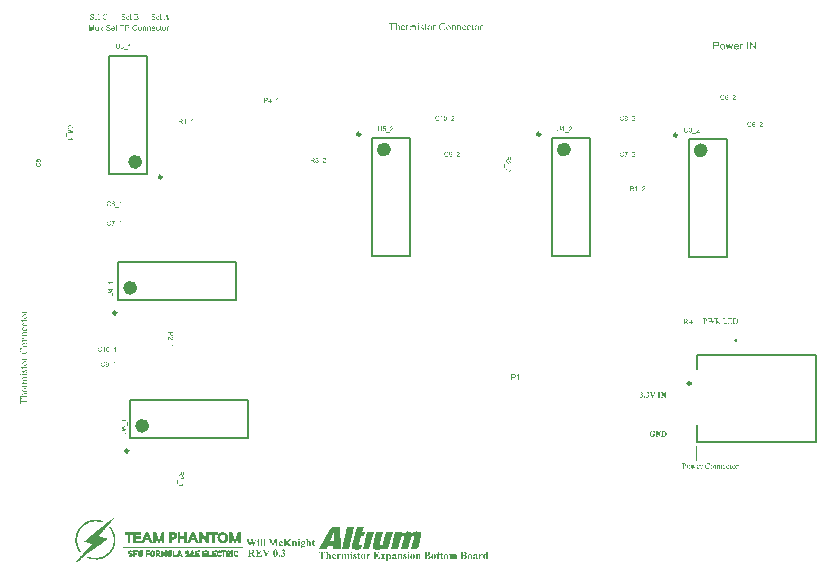
<source format=gto>
G04*
G04 #@! TF.GenerationSoftware,Altium Limited,Altium Designer,19.1.7 (138)*
G04*
G04 Layer_Color=65535*
%FSLAX25Y25*%
%MOIN*%
G70*
G01*
G75*
%ADD10C,0.01000*%
%ADD11C,0.00984*%
%ADD12C,0.02362*%
%ADD13C,0.00787*%
%ADD14C,0.00492*%
G36*
X258384Y81741D02*
X258332D01*
Y81744D01*
Y81747D01*
X258326Y81763D01*
X258320Y81788D01*
X258312Y81819D01*
X258304Y81852D01*
X258293Y81883D01*
X258279Y81913D01*
X258268Y81935D01*
X258265Y81938D01*
X258262Y81944D01*
X258254Y81955D01*
X258243Y81966D01*
X258229Y81977D01*
X258212Y81991D01*
X258190Y82004D01*
X258168Y82016D01*
X258165D01*
X258157Y82018D01*
X258143Y82024D01*
X258127Y82027D01*
X258099Y82032D01*
X258068Y82035D01*
X258030Y82038D01*
X257492D01*
Y81331D01*
X257913D01*
X257938Y81334D01*
X257972Y81337D01*
X258005Y81343D01*
X258038Y81351D01*
X258068Y81362D01*
X258091Y81376D01*
X258093Y81379D01*
X258102Y81387D01*
X258113Y81403D01*
X258127Y81426D01*
X258140Y81456D01*
X258152Y81492D01*
X258163Y81539D01*
X258168Y81592D01*
X258218D01*
Y80968D01*
X258168D01*
Y80971D01*
Y80974D01*
X258165Y80991D01*
X258160Y81013D01*
X258157Y81038D01*
X258152Y81065D01*
X258143Y81093D01*
X258138Y81118D01*
X258129Y81135D01*
Y81138D01*
X258124Y81143D01*
X258113Y81160D01*
X258102Y81171D01*
X258088Y81185D01*
X258071Y81196D01*
X258052Y81207D01*
X258049D01*
X258041Y81212D01*
X258030Y81215D01*
X258013Y81221D01*
X257988Y81226D01*
X257960Y81229D01*
X257927Y81234D01*
X257492D01*
Y80642D01*
Y80636D01*
Y80622D01*
Y80603D01*
Y80578D01*
X257495Y80553D01*
Y80531D01*
X257498Y80509D01*
X257501Y80495D01*
X257503Y80492D01*
X257509Y80481D01*
X257520Y80467D01*
X257537Y80456D01*
X257539D01*
X257542Y80453D01*
X257550Y80450D01*
X257559D01*
X257573Y80448D01*
X257592Y80445D01*
X257614Y80442D01*
X257996D01*
X258030Y80445D01*
X258066Y80448D01*
X258102Y80450D01*
X258135Y80456D01*
X258165Y80462D01*
X258168D01*
X258176Y80467D01*
X258190Y80473D01*
X258207Y80481D01*
X258229Y80492D01*
X258251Y80506D01*
X258273Y80523D01*
X258298Y80545D01*
X258301Y80547D01*
X258312Y80561D01*
X258329Y80581D01*
X258351Y80608D01*
X258376Y80642D01*
X258404Y80686D01*
X258434Y80736D01*
X258467Y80794D01*
X258520D01*
X258365Y80345D01*
X256985D01*
Y80395D01*
X257057D01*
X257068Y80398D01*
X257085D01*
X257124Y80406D01*
X257165Y80423D01*
X257168D01*
X257174Y80428D01*
X257190Y80439D01*
X257210Y80459D01*
X257218Y80473D01*
X257224Y80487D01*
Y80489D01*
X257226Y80495D01*
X257229Y80506D01*
X257232Y80525D01*
X257235Y80547D01*
X257237Y80578D01*
X257240Y80617D01*
Y80661D01*
Y81824D01*
Y81827D01*
Y81833D01*
Y81841D01*
Y81852D01*
X257237Y81880D01*
X257235Y81913D01*
X257232Y81949D01*
X257226Y81982D01*
X257215Y82013D01*
X257210Y82024D01*
X257204Y82032D01*
X257201Y82035D01*
X257196Y82041D01*
X257185Y82049D01*
X257168Y82060D01*
X257146Y82068D01*
X257118Y82077D01*
X257085Y82082D01*
X257046Y82085D01*
X256985D01*
Y82135D01*
X258365D01*
X258384Y81741D01*
D02*
G37*
G36*
X249515Y82132D02*
X249537D01*
X249589Y82129D01*
X249650Y82124D01*
X249714Y82112D01*
X249775Y82101D01*
X249830Y82085D01*
X249833D01*
X249836Y82082D01*
X249853Y82077D01*
X249880Y82063D01*
X249911Y82046D01*
X249950Y82021D01*
X249988Y81993D01*
X250027Y81957D01*
X250063Y81916D01*
X250069Y81910D01*
X250080Y81897D01*
X250094Y81871D01*
X250113Y81838D01*
X250130Y81797D01*
X250146Y81750D01*
X250157Y81697D01*
X250160Y81639D01*
Y81636D01*
Y81630D01*
Y81617D01*
X250157Y81603D01*
X250154Y81583D01*
X250152Y81561D01*
X250141Y81511D01*
X250124Y81456D01*
X250099Y81395D01*
X250082Y81367D01*
X250063Y81337D01*
X250038Y81309D01*
X250013Y81282D01*
X250010Y81279D01*
X250008Y81276D01*
X249999Y81270D01*
X249986Y81259D01*
X249972Y81251D01*
X249955Y81240D01*
X249933Y81226D01*
X249908Y81215D01*
X249880Y81201D01*
X249850Y81190D01*
X249817Y81176D01*
X249781Y81168D01*
X249742Y81160D01*
X249700Y81151D01*
X249653Y81149D01*
X249606Y81146D01*
X249565D01*
X249542Y81149D01*
X249520D01*
X249465Y81154D01*
X249462D01*
X249451Y81157D01*
X249437D01*
X249418Y81160D01*
X249393Y81165D01*
X249368Y81171D01*
X249307Y81182D01*
Y80661D01*
Y80658D01*
Y80653D01*
Y80644D01*
Y80633D01*
X249310Y80606D01*
X249312Y80572D01*
X249315Y80536D01*
X249324Y80500D01*
X249332Y80473D01*
X249337Y80459D01*
X249343Y80450D01*
X249346Y80448D01*
X249351Y80442D01*
X249365Y80434D01*
X249382Y80423D01*
X249401Y80412D01*
X249426Y80403D01*
X249457Y80398D01*
X249493Y80395D01*
X249562D01*
Y80345D01*
X248800D01*
Y80395D01*
X248886D01*
X248905Y80398D01*
X248927Y80403D01*
X248955Y80412D01*
X248980Y80426D01*
X249005Y80442D01*
X249027Y80467D01*
Y80470D01*
X249033Y80475D01*
X249035Y80489D01*
X249041Y80506D01*
X249046Y80534D01*
X249049Y80567D01*
X249055Y80608D01*
Y80661D01*
Y81819D01*
Y81822D01*
Y81827D01*
Y81836D01*
Y81847D01*
X249052Y81874D01*
X249049Y81907D01*
X249046Y81944D01*
X249041Y81977D01*
X249030Y82007D01*
X249024Y82018D01*
X249019Y82027D01*
X249016Y82029D01*
X249010Y82035D01*
X248997Y82046D01*
X248980Y82057D01*
X248958Y82065D01*
X248933Y82077D01*
X248903Y82082D01*
X248867Y82085D01*
X248800D01*
Y82135D01*
X249493D01*
X249515Y82132D01*
D02*
G37*
G36*
X252778Y82085D02*
X252753D01*
X252739Y82082D01*
X252700Y82074D01*
X252664Y82057D01*
X252661D01*
X252656Y82052D01*
X252647Y82046D01*
X252639Y82038D01*
X252625Y82024D01*
X252611Y82007D01*
X252598Y81988D01*
X252581Y81966D01*
Y81963D01*
X252575Y81955D01*
X252570Y81941D01*
X252562Y81921D01*
X252551Y81891D01*
X252537Y81852D01*
X252520Y81805D01*
X252512Y81775D01*
X252501Y81744D01*
X252002Y80304D01*
X251950D01*
X251542Y81448D01*
X251138Y80304D01*
X251091D01*
X250559Y81788D01*
Y81791D01*
X250556Y81797D01*
X250553Y81805D01*
X250551Y81816D01*
X250540Y81844D01*
X250529Y81874D01*
X250515Y81910D01*
X250503Y81941D01*
X250493Y81968D01*
X250487Y81977D01*
X250484Y81985D01*
Y81988D01*
X250479Y81993D01*
X250473Y82002D01*
X250465Y82013D01*
X250443Y82038D01*
X250412Y82060D01*
X250409D01*
X250404Y82063D01*
X250393Y82068D01*
X250379Y82074D01*
X250362Y82077D01*
X250340Y82082D01*
X250315Y82085D01*
X250288D01*
Y82135D01*
X250950D01*
Y82085D01*
X250905D01*
X250891Y82082D01*
X250877D01*
X250841Y82071D01*
X250825Y82063D01*
X250811Y82052D01*
X250808D01*
X250805Y82046D01*
X250794Y82029D01*
X250781Y82007D01*
X250778Y81991D01*
X250775Y81974D01*
Y81971D01*
Y81966D01*
X250778Y81952D01*
X250783Y81932D01*
X250789Y81902D01*
X250800Y81866D01*
X250814Y81822D01*
X250822Y81794D01*
X250833Y81763D01*
X251185Y80761D01*
X251484Y81614D01*
X251429Y81763D01*
X251387Y81883D01*
Y81885D01*
X251382Y81894D01*
X251376Y81907D01*
X251371Y81921D01*
X251351Y81960D01*
X251326Y81999D01*
X251324Y82004D01*
X251312Y82013D01*
X251298Y82027D01*
X251282Y82041D01*
X251279D01*
X251276Y82046D01*
X251262Y82054D01*
X251240Y82065D01*
X251218Y82077D01*
X251213Y82079D01*
X251199Y82082D01*
X251174Y82085D01*
X251138D01*
Y82135D01*
X251833D01*
Y82085D01*
X251775D01*
X251761Y82082D01*
X251745D01*
X251709Y82071D01*
X251689Y82063D01*
X251675Y82052D01*
X251670Y82046D01*
X251659Y82029D01*
X251648Y82002D01*
X251645Y81985D01*
X251642Y81966D01*
Y81963D01*
Y81952D01*
X251645Y81935D01*
X251650Y81910D01*
X251656Y81880D01*
X251667Y81838D01*
X251684Y81788D01*
X251703Y81730D01*
X252046Y80758D01*
X252384Y81744D01*
Y81747D01*
X252387Y81752D01*
X252390Y81761D01*
X252393Y81772D01*
X252404Y81800D01*
X252415Y81833D01*
X252423Y81871D01*
X252434Y81910D01*
X252440Y81944D01*
X252443Y81971D01*
Y81974D01*
Y81977D01*
X252440Y81991D01*
X252434Y82007D01*
X252423Y82027D01*
X252420Y82032D01*
X252412Y82043D01*
X252396Y82054D01*
X252376Y82065D01*
X252373D01*
X252368Y82068D01*
X252357Y82071D01*
X252340Y82077D01*
X252323Y82079D01*
X252301Y82082D01*
X252274Y82085D01*
X252246D01*
Y82135D01*
X252778D01*
Y82085D01*
D02*
G37*
G36*
X259456Y82132D02*
X259495Y82129D01*
X259537Y82126D01*
X259581Y82124D01*
X259681Y82112D01*
X259780Y82096D01*
X259877Y82074D01*
X259922Y82060D01*
X259963Y82043D01*
X259966D01*
X259971Y82038D01*
X259982Y82032D01*
X259999Y82027D01*
X260016Y82016D01*
X260038Y82004D01*
X260085Y81971D01*
X260138Y81930D01*
X260196Y81877D01*
X260251Y81813D01*
X260276Y81777D01*
X260301Y81739D01*
X260304Y81736D01*
X260307Y81730D01*
X260312Y81716D01*
X260320Y81700D01*
X260332Y81680D01*
X260343Y81656D01*
X260354Y81628D01*
X260365Y81597D01*
X260376Y81564D01*
X260387Y81525D01*
X260398Y81484D01*
X260409Y81442D01*
X260423Y81348D01*
X260429Y81298D01*
Y81248D01*
Y81243D01*
Y81232D01*
X260426Y81212D01*
Y81187D01*
X260423Y81154D01*
X260417Y81118D01*
X260409Y81077D01*
X260401Y81029D01*
X260387Y80982D01*
X260373Y80932D01*
X260354Y80880D01*
X260332Y80827D01*
X260307Y80775D01*
X260276Y80725D01*
X260240Y80672D01*
X260201Y80625D01*
X260198Y80622D01*
X260190Y80614D01*
X260174Y80600D01*
X260154Y80581D01*
X260126Y80561D01*
X260093Y80536D01*
X260054Y80511D01*
X260010Y80487D01*
X259958Y80459D01*
X259899Y80434D01*
X259836Y80409D01*
X259766Y80390D01*
X259692Y80370D01*
X259609Y80356D01*
X259520Y80348D01*
X259426Y80345D01*
X258631D01*
Y80395D01*
X258717D01*
X258736Y80398D01*
X258758Y80403D01*
X258786Y80412D01*
X258811Y80426D01*
X258836Y80442D01*
X258855Y80467D01*
X258858Y80470D01*
X258861Y80475D01*
X258866Y80489D01*
X258872Y80506D01*
X258877Y80534D01*
X258880Y80567D01*
X258886Y80608D01*
Y80661D01*
Y81819D01*
Y81822D01*
Y81827D01*
Y81836D01*
Y81847D01*
X258883Y81874D01*
X258880Y81907D01*
X258877Y81944D01*
X258869Y81977D01*
X258861Y82007D01*
X258852Y82018D01*
X258847Y82027D01*
X258844Y82029D01*
X258839Y82035D01*
X258825Y82046D01*
X258811Y82057D01*
X258789Y82065D01*
X258764Y82077D01*
X258733Y82082D01*
X258697Y82085D01*
X258631D01*
Y82135D01*
X259423D01*
X259456Y82132D01*
D02*
G37*
G36*
X256140Y82085D02*
X256091D01*
X256060Y82082D01*
X255994Y82074D01*
X255963Y82065D01*
X255938Y82057D01*
X255936D01*
X255930Y82052D01*
X255919Y82046D01*
X255908Y82038D01*
X255883Y82016D01*
X255872Y82002D01*
X255861Y81988D01*
Y81985D01*
X255858Y81980D01*
X255855Y81966D01*
X255852Y81949D01*
X255847Y81921D01*
X255844Y81888D01*
X255841Y81844D01*
Y81791D01*
Y80664D01*
Y80658D01*
Y80647D01*
Y80628D01*
X255844Y80603D01*
X255850Y80553D01*
X255855Y80531D01*
X255861Y80511D01*
X255863Y80506D01*
X255875Y80495D01*
X255888Y80481D01*
X255911Y80470D01*
X255913D01*
X255919Y80467D01*
X255930D01*
X255949Y80464D01*
X255974Y80462D01*
X256010D01*
X256032Y80459D01*
X256296D01*
X256315Y80462D01*
X256359D01*
X256406Y80464D01*
X256453Y80470D01*
X256498Y80478D01*
X256517Y80481D01*
X256534Y80487D01*
X256537Y80489D01*
X256548Y80492D01*
X256564Y80500D01*
X256584Y80511D01*
X256609Y80525D01*
X256634Y80545D01*
X256659Y80567D01*
X256686Y80595D01*
X256689Y80597D01*
X256697Y80608D01*
X256711Y80628D01*
X256731Y80655D01*
X256750Y80689D01*
X256775Y80730D01*
X256800Y80783D01*
X256825Y80841D01*
X256869Y80830D01*
X256717Y80345D01*
X255334D01*
Y80395D01*
X255420D01*
X255440Y80398D01*
X255462Y80403D01*
X255490Y80412D01*
X255515Y80426D01*
X255539Y80442D01*
X255562Y80467D01*
Y80470D01*
X255567Y80475D01*
X255570Y80489D01*
X255575Y80506D01*
X255581Y80534D01*
X255584Y80567D01*
X255589Y80608D01*
Y80661D01*
Y81819D01*
Y81822D01*
Y81827D01*
Y81836D01*
Y81847D01*
X255587Y81874D01*
X255584Y81907D01*
X255581Y81944D01*
X255573Y81977D01*
X255564Y82007D01*
X255556Y82018D01*
X255551Y82027D01*
X255548Y82029D01*
X255542Y82035D01*
X255528Y82046D01*
X255515Y82057D01*
X255492Y82065D01*
X255467Y82077D01*
X255437Y82082D01*
X255401Y82085D01*
X255334D01*
Y82135D01*
X256140D01*
Y82085D01*
D02*
G37*
G36*
X253598Y82132D02*
X253628D01*
X253659Y82129D01*
X253728Y82124D01*
X253797Y82115D01*
X253861Y82104D01*
X253891Y82099D01*
X253919Y82090D01*
X253922D01*
X253924Y82088D01*
X253941Y82082D01*
X253966Y82071D01*
X253999Y82057D01*
X254035Y82035D01*
X254074Y82010D01*
X254113Y81977D01*
X254149Y81938D01*
X254152Y81932D01*
X254163Y81919D01*
X254179Y81894D01*
X254196Y81863D01*
X254213Y81824D01*
X254229Y81780D01*
X254240Y81727D01*
X254243Y81672D01*
Y81669D01*
Y81664D01*
Y81656D01*
X254240Y81644D01*
X254238Y81614D01*
X254229Y81575D01*
X254218Y81531D01*
X254199Y81484D01*
X254171Y81434D01*
X254135Y81387D01*
X254130Y81381D01*
X254116Y81367D01*
X254088Y81345D01*
X254052Y81320D01*
X254008Y81293D01*
X253949Y81262D01*
X253880Y81237D01*
X253803Y81215D01*
X254174Y80703D01*
X254177Y80700D01*
X254179Y80694D01*
X254185Y80686D01*
X254196Y80675D01*
X254218Y80644D01*
X254249Y80606D01*
X254282Y80567D01*
X254318Y80528D01*
X254354Y80495D01*
X254373Y80478D01*
X254390Y80467D01*
X254395Y80464D01*
X254406Y80459D01*
X254426Y80448D01*
X254454Y80437D01*
X254490Y80423D01*
X254528Y80412D01*
X254575Y80403D01*
X254628Y80395D01*
Y80345D01*
X254149D01*
X253542Y81182D01*
X253503D01*
X253467Y81179D01*
X253373D01*
X253359Y81182D01*
Y80661D01*
Y80658D01*
Y80653D01*
Y80644D01*
Y80633D01*
X253362Y80606D01*
X253365Y80572D01*
X253368Y80536D01*
X253376Y80500D01*
X253384Y80473D01*
X253390Y80459D01*
X253395Y80450D01*
X253398Y80448D01*
X253404Y80442D01*
X253418Y80434D01*
X253434Y80423D01*
X253454Y80412D01*
X253479Y80403D01*
X253509Y80398D01*
X253545Y80395D01*
X253614D01*
Y80345D01*
X252853D01*
Y80395D01*
X252938D01*
X252958Y80398D01*
X252980Y80403D01*
X253008Y80412D01*
X253033Y80426D01*
X253058Y80442D01*
X253080Y80467D01*
Y80470D01*
X253085Y80475D01*
X253088Y80489D01*
X253094Y80506D01*
X253099Y80534D01*
X253102Y80567D01*
X253107Y80608D01*
Y80661D01*
Y81819D01*
Y81822D01*
Y81827D01*
Y81836D01*
Y81847D01*
X253105Y81874D01*
X253102Y81907D01*
X253099Y81944D01*
X253091Y81977D01*
X253082Y82007D01*
X253074Y82018D01*
X253069Y82027D01*
X253066Y82029D01*
X253060Y82035D01*
X253046Y82046D01*
X253033Y82057D01*
X253010Y82065D01*
X252986Y82077D01*
X252955Y82082D01*
X252919Y82085D01*
X252853D01*
Y82135D01*
X253570D01*
X253598Y82132D01*
D02*
G37*
G36*
X46648Y15056D02*
X46745D01*
X46870Y15042D01*
X47009Y15014D01*
X47148Y15001D01*
X47495Y14945D01*
X47883Y14848D01*
X48286Y14737D01*
X48716Y14584D01*
X48550Y14085D01*
X48536D01*
X48494Y14098D01*
X48439Y14126D01*
X48355Y14140D01*
X48258Y14182D01*
X48147Y14209D01*
X48008Y14251D01*
X47870Y14279D01*
X47550Y14362D01*
X47190Y14432D01*
X46815Y14473D01*
X46426Y14501D01*
X46065D01*
X45940Y14487D01*
X45801Y14473D01*
X45510Y14446D01*
X45177Y14404D01*
X44830Y14334D01*
X44469Y14237D01*
X44455D01*
X44427Y14223D01*
X44372Y14209D01*
X44302Y14182D01*
X44219Y14154D01*
X44122Y14126D01*
X43900Y14029D01*
X43622Y13904D01*
X43331Y13765D01*
X43012Y13585D01*
X42706Y13391D01*
X42692D01*
X42665Y13363D01*
X42623Y13335D01*
X42568Y13293D01*
X42498Y13238D01*
X42401Y13169D01*
X42207Y12988D01*
X41971Y12780D01*
X41707Y12530D01*
X41429Y12239D01*
X41166Y11905D01*
Y11891D01*
X41138Y11864D01*
X41124Y11822D01*
X41082Y11767D01*
X41041Y11697D01*
X40985Y11600D01*
X40874Y11392D01*
X40749Y11114D01*
X40610Y10823D01*
X40486Y10476D01*
X40361Y10115D01*
Y10101D01*
X40347Y10073D01*
X40333Y10018D01*
X40319Y9948D01*
X40305Y9865D01*
X40277Y9768D01*
X40249Y9657D01*
X40236Y9532D01*
X40194Y9240D01*
X40152Y8921D01*
X40125Y8560D01*
Y8200D01*
Y8186D01*
Y8158D01*
Y8102D01*
X40139Y8033D01*
X40152Y7936D01*
Y7839D01*
X40166Y7714D01*
X40194Y7575D01*
X40236Y7256D01*
X40319Y6895D01*
X40402Y6492D01*
X40527Y6076D01*
Y6062D01*
X40541Y6048D01*
X40569Y6006D01*
X40597Y5951D01*
X40624Y5881D01*
X40680Y5798D01*
X40791Y5590D01*
X40930Y5340D01*
X41110Y5063D01*
X41318Y4757D01*
X41568Y4424D01*
X41304Y4188D01*
X41027Y4244D01*
X41013Y4258D01*
X40999Y4285D01*
X40957Y4327D01*
X40916Y4383D01*
X40860Y4466D01*
X40791Y4549D01*
X40708Y4660D01*
X40638Y4785D01*
X40458Y5063D01*
X40277Y5382D01*
X40111Y5743D01*
X39958Y6145D01*
Y6159D01*
X39944Y6187D01*
X39916Y6242D01*
X39902Y6312D01*
X39861Y6395D01*
X39833Y6506D01*
X39792Y6617D01*
X39764Y6756D01*
X39680Y7061D01*
X39611Y7408D01*
X39555Y7783D01*
X39528Y8186D01*
Y8200D01*
Y8241D01*
Y8297D01*
Y8380D01*
Y8477D01*
X39542Y8588D01*
Y8727D01*
X39555Y8866D01*
X39597Y9199D01*
X39639Y9574D01*
X39722Y9976D01*
X39833Y10379D01*
Y10392D01*
X39847Y10420D01*
X39861Y10476D01*
X39889Y10545D01*
X39916Y10628D01*
X39958Y10740D01*
X40055Y10976D01*
X40180Y11253D01*
X40347Y11545D01*
X40527Y11850D01*
X40749Y12155D01*
X40763Y12169D01*
X40777Y12197D01*
X40819Y12252D01*
X40874Y12336D01*
X40944Y12419D01*
X41027Y12530D01*
X41221Y12780D01*
X41457Y13044D01*
X41735Y13335D01*
X42040Y13626D01*
X42373Y13890D01*
X42387Y13904D01*
X42415Y13918D01*
X42456Y13946D01*
X42526Y13987D01*
X42609Y14043D01*
X42706Y14098D01*
X42817Y14168D01*
X42942Y14237D01*
X43234Y14376D01*
X43553Y14529D01*
X43914Y14681D01*
X44289Y14806D01*
X44302D01*
X44330Y14820D01*
X44386Y14834D01*
X44469Y14862D01*
X44566Y14876D01*
X44677Y14904D01*
X44802Y14931D01*
X44955Y14959D01*
X45274Y15014D01*
X45635Y15056D01*
X46038Y15070D01*
X46565D01*
X46648Y15056D01*
D02*
G37*
G36*
X76740Y7256D02*
X75824D01*
Y8671D01*
X74478D01*
Y7256D01*
X73867D01*
X73562Y7408D01*
Y10878D01*
X74478D01*
Y9490D01*
X75824D01*
Y10878D01*
X76740D01*
Y7256D01*
D02*
G37*
G36*
X84069D02*
X83194D01*
X81681Y9726D01*
Y7256D01*
X80779D01*
Y10878D01*
X81626D01*
X83153Y8463D01*
Y10878D01*
X84069D01*
Y7256D01*
D02*
G37*
G36*
X72479Y10864D02*
X72604Y10837D01*
X72743Y10809D01*
X72895Y10753D01*
X73034Y10684D01*
X73159Y10587D01*
X73173Y10573D01*
X73201Y10531D01*
X73256Y10476D01*
X73312Y10379D01*
X73367Y10268D01*
X73423Y10129D01*
X73450Y9962D01*
X73464Y9782D01*
Y9754D01*
Y9685D01*
X73450Y9588D01*
X73409Y9449D01*
X73367Y9310D01*
X73298Y9157D01*
X73201Y9004D01*
X73062Y8866D01*
X73048Y8852D01*
X72992Y8810D01*
X72895Y8755D01*
X72756Y8671D01*
X72576Y8602D01*
X72354Y8519D01*
X72090Y8449D01*
X71771Y8394D01*
X71660Y9227D01*
X71688D01*
X71743Y9240D01*
X71826Y9254D01*
X71938Y9282D01*
X72146Y9352D01*
X72257Y9393D01*
X72326Y9435D01*
X72340D01*
X72354Y9463D01*
X72423Y9532D01*
X72479Y9629D01*
X72493Y9698D01*
X72507Y9768D01*
Y9782D01*
Y9796D01*
X72493Y9851D01*
X72479Y9921D01*
X72437Y9976D01*
X72423Y9990D01*
X72396Y10004D01*
X72326Y10018D01*
X72243Y10032D01*
X71563D01*
Y7256D01*
X70952D01*
X70647Y7408D01*
Y10878D01*
X72382D01*
X72479Y10864D01*
D02*
G37*
G36*
X94576Y7256D02*
X93715D01*
Y9560D01*
X93049Y7256D01*
X92327D01*
X91647Y9560D01*
Y7256D01*
X90787D01*
Y10878D01*
X91661D01*
X92702Y8366D01*
X93701Y10878D01*
X94576D01*
Y7256D01*
D02*
G37*
G36*
X69189D02*
X68315D01*
Y9560D01*
X67663Y7256D01*
X66927D01*
X66261Y9560D01*
Y7256D01*
X65692D01*
X65386Y7408D01*
Y10878D01*
X66288D01*
X67302Y8366D01*
X68329Y10878D01*
X69189D01*
Y7256D01*
D02*
G37*
G36*
X65289D02*
X64359D01*
X63984Y8158D01*
X62832D01*
X63082Y8977D01*
X63707D01*
X63346Y9948D01*
X62347Y7256D01*
X61472D01*
Y7290D01*
X61458Y7256D01*
X58863D01*
Y10878D01*
X61444D01*
Y10740D01*
Y10046D01*
X59779D01*
Y9490D01*
X61375D01*
Y8658D01*
X59765D01*
Y8074D01*
X61472D01*
Y7290D01*
X62929Y10878D01*
X63790D01*
X65289Y7256D01*
D02*
G37*
G36*
X86942Y10740D02*
Y10046D01*
X85984D01*
Y7256D01*
X85068D01*
Y10046D01*
X84110D01*
Y10878D01*
X86942D01*
Y10740D01*
D02*
G37*
G36*
X80682Y7256D02*
X79766D01*
X79377Y8158D01*
X78225D01*
X78475Y8977D01*
X79114D01*
X78739Y9948D01*
X77767Y7367D01*
X77698Y7325D01*
X76837Y7256D01*
X78308Y10878D01*
X79183D01*
X80682Y7256D01*
D02*
G37*
G36*
X58821Y10740D02*
Y10046D01*
X57849D01*
Y7256D01*
X56933D01*
Y10046D01*
X55976D01*
Y10878D01*
X58821D01*
Y10740D01*
D02*
G37*
G36*
X88843Y10892D02*
X88996Y10878D01*
X89204Y10851D01*
X89412Y10781D01*
X89635Y10698D01*
X89857Y10587D01*
X90037Y10420D01*
X90051Y10392D01*
X90106Y10337D01*
X90176Y10226D01*
X90273Y10073D01*
X90356Y9879D01*
X90426Y9643D01*
X90481Y9379D01*
X90495Y9060D01*
Y9046D01*
Y9018D01*
Y8977D01*
Y8907D01*
X90467Y8755D01*
X90440Y8546D01*
X90384Y8324D01*
X90301Y8102D01*
X90190Y7880D01*
X90037Y7686D01*
X90023Y7672D01*
X89954Y7616D01*
X89843Y7547D01*
X89704Y7464D01*
X89510Y7367D01*
X89288Y7297D01*
X89010Y7242D01*
X88691Y7228D01*
X88607D01*
X88552Y7242D01*
X88399Y7256D01*
X88205Y7283D01*
X87997Y7339D01*
X87775Y7422D01*
X87566Y7533D01*
X87372Y7686D01*
X87358Y7714D01*
X87303Y7769D01*
X87233Y7880D01*
X87150Y8033D01*
X87081Y8227D01*
X87025Y8463D01*
X86997Y8727D01*
X87011Y9046D01*
X86859Y9060D01*
Y9074D01*
Y9102D01*
Y9143D01*
X86872Y9213D01*
X86886Y9365D01*
X86914Y9560D01*
X86970Y9782D01*
X87053Y10004D01*
X87164Y10226D01*
X87317Y10420D01*
X87344Y10448D01*
X87400Y10503D01*
X87511Y10573D01*
X87664Y10670D01*
X87858Y10753D01*
X88094Y10837D01*
X88371Y10892D01*
X88691Y10906D01*
X88774D01*
X88843Y10892D01*
D02*
G37*
G36*
X95298Y5548D02*
X55226D01*
Y5979D01*
X55448Y6048D01*
X95298Y6117D01*
Y5548D01*
D02*
G37*
G36*
X77031Y4785D02*
X77156Y4757D01*
X77170D01*
X77184Y4743D01*
X77267Y4702D01*
X77392Y4632D01*
X77545Y4521D01*
X77281Y4091D01*
X77267D01*
X77254Y4105D01*
X77170Y4133D01*
X77059Y4174D01*
X76962Y4202D01*
X76948Y4216D01*
X76893Y4230D01*
X76823Y4244D01*
X76740D01*
X76698Y4230D01*
X76684D01*
X76629Y4202D01*
X76615Y4174D01*
Y4160D01*
Y4133D01*
Y4119D01*
Y4091D01*
X76629Y4077D01*
X76643Y4049D01*
X76671Y4036D01*
X76726D01*
X76768Y4022D01*
X76782Y4008D01*
X76837Y3994D01*
X76962D01*
X77045Y3980D01*
X77143Y3952D01*
X77240Y3911D01*
X77267Y3897D01*
X77309Y3869D01*
X77378Y3827D01*
X77448Y3758D01*
X77462Y3744D01*
X77490Y3689D01*
X77531Y3619D01*
X77559Y3536D01*
X77573Y3522D01*
X77587Y3466D01*
X77601Y3397D01*
Y3314D01*
Y3300D01*
Y3258D01*
X77587Y3189D01*
X77573Y3119D01*
X77545Y3036D01*
X77517Y2939D01*
X77462Y2856D01*
X77392Y2786D01*
X77378D01*
X77351Y2758D01*
X77309Y2731D01*
X77240Y2703D01*
X77156Y2675D01*
X77059Y2647D01*
X76934Y2634D01*
X76796Y2620D01*
X76712D01*
X76643Y2634D01*
X76504Y2647D01*
X76337Y2689D01*
X76324D01*
X76310Y2703D01*
X76268Y2731D01*
X76213Y2758D01*
X76157Y2800D01*
X76074Y2856D01*
X76004Y2925D01*
X75921Y3008D01*
X76254Y3397D01*
X76268D01*
X76282Y3369D01*
X76365Y3328D01*
X76476Y3258D01*
X76560Y3216D01*
X76573D01*
X76643Y3203D01*
X76698D01*
X76768Y3189D01*
X76948D01*
X76907Y3161D01*
X76879Y3133D01*
X76865Y3119D01*
X76948Y3189D01*
X76976Y3216D01*
X76990D01*
X77004Y3244D01*
X77018Y3272D01*
Y3314D01*
Y3328D01*
Y3342D01*
X76990Y3369D01*
X76976Y3383D01*
X76948Y3411D01*
X76907Y3425D01*
X76754D01*
X76726Y3439D01*
X76643Y3452D01*
X76615D01*
X76560Y3466D01*
X76476Y3494D01*
X76379Y3522D01*
X76365Y3536D01*
X76310Y3563D01*
X76254Y3619D01*
X76199Y3675D01*
X76185Y3689D01*
X76143Y3744D01*
X76102Y3799D01*
X76060Y3883D01*
Y3911D01*
X76046Y3966D01*
X76032Y4036D01*
X76018Y4133D01*
Y4146D01*
Y4160D01*
Y4230D01*
X76032Y4313D01*
X76060Y4410D01*
X76074Y4438D01*
X76102Y4480D01*
X76157Y4563D01*
X76240Y4632D01*
X76254Y4646D01*
X76310Y4688D01*
X76379Y4730D01*
X76476Y4771D01*
X76504Y4785D01*
X76573Y4799D01*
X76671Y4813D01*
X76920D01*
X77031Y4785D01*
D02*
G37*
G36*
X58113D02*
X58238Y4757D01*
X58252D01*
X58266Y4743D01*
X58349Y4702D01*
X58474Y4632D01*
X58627Y4521D01*
X58363Y4091D01*
X58349D01*
X58335Y4105D01*
X58252Y4133D01*
X58141Y4174D01*
X58044Y4202D01*
X58030Y4216D01*
X57974Y4230D01*
X57905Y4244D01*
X57808D01*
X57780Y4230D01*
X57766D01*
X57711Y4202D01*
X57697Y4174D01*
Y4160D01*
X57683Y4133D01*
Y4119D01*
Y4105D01*
X57697Y4091D01*
X57724Y4049D01*
X57752Y4036D01*
X57808D01*
X57849Y4022D01*
X57863Y4008D01*
X57905Y3994D01*
X58044D01*
X58127Y3980D01*
X58224Y3952D01*
X58321Y3911D01*
X58349Y3897D01*
X58391Y3869D01*
X58460Y3827D01*
X58530Y3758D01*
X58543Y3744D01*
X58571Y3689D01*
X58613Y3619D01*
X58640Y3536D01*
X58654Y3522D01*
X58668Y3466D01*
X58682Y3411D01*
Y3342D01*
Y3328D01*
Y3286D01*
X58668Y3216D01*
X58654Y3133D01*
X58627Y3036D01*
X58585Y2953D01*
X58530Y2856D01*
X58460Y2786D01*
X58446D01*
X58418Y2758D01*
X58377Y2731D01*
X58307Y2703D01*
X58224Y2675D01*
X58127Y2647D01*
X58016Y2634D01*
X57877Y2620D01*
X57794D01*
X57724Y2634D01*
X57586Y2647D01*
X57419Y2689D01*
X57405D01*
X57391Y2703D01*
X57350Y2731D01*
X57294Y2758D01*
X57225Y2800D01*
X57155Y2856D01*
X57072Y2925D01*
X56989Y3008D01*
X57336Y3397D01*
X57350D01*
X57364Y3369D01*
X57447Y3328D01*
X57544Y3258D01*
X57627Y3216D01*
X57655D01*
X57724Y3203D01*
X57780D01*
X57849Y3189D01*
X58030D01*
X57988Y3161D01*
X57960Y3133D01*
X57946Y3119D01*
X58030Y3189D01*
X58058Y3216D01*
X58071D01*
X58085Y3244D01*
X58099Y3272D01*
Y3314D01*
Y3328D01*
X58071Y3369D01*
X58044Y3383D01*
X58016Y3411D01*
X57974Y3425D01*
X57849D01*
X57822Y3439D01*
X57724Y3452D01*
X57697D01*
X57641Y3466D01*
X57558Y3494D01*
X57461Y3522D01*
X57447Y3536D01*
X57391Y3563D01*
X57336Y3605D01*
X57266Y3661D01*
X57253Y3689D01*
X57225Y3730D01*
X57169Y3813D01*
X57128Y3883D01*
Y3897D01*
X57114Y3952D01*
X57100Y4036D01*
X57086Y4133D01*
Y4146D01*
Y4160D01*
X57100Y4230D01*
X57114Y4313D01*
X57142Y4410D01*
X57155Y4438D01*
X57183Y4480D01*
X57225Y4549D01*
X57294Y4618D01*
X57308Y4632D01*
X57364Y4674D01*
X57447Y4730D01*
X57544Y4771D01*
X57558D01*
X57572Y4785D01*
X57641Y4799D01*
X57738Y4813D01*
X57988D01*
X58113Y4785D01*
D02*
G37*
G36*
X93285D02*
X93396Y4757D01*
X93424Y4743D01*
X93479Y4730D01*
X93563Y4674D01*
X93646Y4605D01*
X93660Y4591D01*
X93701Y4549D01*
X93757Y4493D01*
X93812Y4410D01*
X93826Y4383D01*
X93840Y4355D01*
X93854Y4313D01*
X93868Y4244D01*
X93882Y4174D01*
X93896Y4077D01*
X93910Y3966D01*
X93327D01*
Y3980D01*
Y3994D01*
X93299Y4049D01*
X93285Y4105D01*
X93271Y4146D01*
X93257Y4160D01*
X93230Y4202D01*
X93216Y4216D01*
X93146Y4230D01*
X93132D01*
X93118Y4244D01*
X93063D01*
X93021Y4230D01*
X92993D01*
X92980Y4216D01*
X92952Y4188D01*
X92938Y4174D01*
X92910Y4146D01*
X92896Y4133D01*
X92883Y4119D01*
Y4105D01*
Y4077D01*
Y4063D01*
X92869Y4036D01*
X92855Y3952D01*
Y3938D01*
Y3897D01*
Y3827D01*
Y3730D01*
Y3702D01*
Y3633D01*
Y3563D01*
Y3494D01*
Y3480D01*
X92869Y3452D01*
X92883Y3355D01*
Y3342D01*
Y3300D01*
X92896D01*
X92910Y3286D01*
X92924Y3272D01*
X92952Y3244D01*
X92966Y3230D01*
X92993Y3216D01*
X93007Y3203D01*
X93035Y3189D01*
X93132D01*
X93174Y3203D01*
X93202Y3230D01*
X93216Y3244D01*
X93243Y3272D01*
X93285Y3342D01*
X93340Y3452D01*
X93910D01*
Y3314D01*
Y3300D01*
X93896Y3286D01*
X93868Y3189D01*
X93840Y3092D01*
X93785Y2981D01*
X93771Y2967D01*
X93743Y2911D01*
X93674Y2842D01*
X93604Y2772D01*
X93590Y2758D01*
X93535Y2731D01*
X93452Y2703D01*
X93368Y2661D01*
X93340D01*
X93285Y2647D01*
X93202Y2634D01*
X93091Y2620D01*
X93007D01*
X92924Y2634D01*
X92841Y2647D01*
X92827D01*
X92785Y2675D01*
X92716Y2689D01*
X92633Y2731D01*
X92619Y2745D01*
X92577Y2786D01*
X92522Y2842D01*
X92466Y2883D01*
Y2897D01*
X92438Y2925D01*
X92369Y3008D01*
Y3022D01*
X92355Y3036D01*
X92327Y3092D01*
Y3105D01*
X92313Y3119D01*
Y3133D01*
Y3147D01*
X92299Y3175D01*
Y3189D01*
Y3203D01*
X92286Y3258D01*
Y3272D01*
X92272Y3300D01*
Y3342D01*
X92258Y3425D01*
Y3452D01*
Y3508D01*
Y3605D01*
Y3730D01*
Y3744D01*
Y3758D01*
Y3827D01*
Y3924D01*
Y4008D01*
Y4036D01*
X92272Y4077D01*
Y4133D01*
X92286Y4188D01*
Y4202D01*
Y4230D01*
X92313Y4299D01*
Y4313D01*
X92327Y4341D01*
X92355Y4410D01*
X92369Y4424D01*
X92397Y4466D01*
X92480Y4563D01*
X92494Y4577D01*
X92522Y4605D01*
X92591Y4674D01*
X92619Y4688D01*
X92674Y4716D01*
X92758Y4757D01*
X92841Y4785D01*
X92869D01*
X92924Y4799D01*
X92993Y4813D01*
X93188D01*
X93285Y4785D01*
D02*
G37*
G36*
X87650Y4799D02*
X87747Y4771D01*
X87761D01*
X87775Y4757D01*
X87844Y4730D01*
X87927Y4688D01*
X88024Y4605D01*
X88038Y4591D01*
X88080Y4549D01*
X88108Y4514D01*
Y4271D01*
X88209Y4281D01*
X88219Y4244D01*
X88247Y4174D01*
X88260Y4077D01*
X88274Y3966D01*
X87691D01*
Y3994D01*
X87678Y4036D01*
X87664Y4091D01*
X87636Y4133D01*
Y4146D01*
X87622Y4160D01*
X87580Y4202D01*
X87566Y4216D01*
X87553D01*
X87511Y4230D01*
X87497Y4244D01*
X87441D01*
X87386Y4230D01*
X87358D01*
X87344Y4216D01*
X87303Y4188D01*
X87289Y4174D01*
X87261Y4146D01*
X87247Y4119D01*
Y4105D01*
X87233Y4049D01*
Y4036D01*
X87219Y3994D01*
Y3938D01*
Y3924D01*
Y3883D01*
Y3813D01*
Y3730D01*
Y3702D01*
Y3647D01*
Y3577D01*
Y3494D01*
Y3480D01*
Y3452D01*
X87233Y3355D01*
X87247Y3342D01*
Y3314D01*
X87261Y3300D01*
Y3286D01*
X87275Y3272D01*
X87303Y3244D01*
X87317Y3230D01*
X87344D01*
X87372Y3216D01*
X87386Y3203D01*
X87400Y3189D01*
X87497D01*
X87539Y3203D01*
X87580Y3230D01*
X87594Y3244D01*
X87622Y3272D01*
X87664Y3342D01*
X87719Y3452D01*
X88274D01*
Y3314D01*
Y3300D01*
X88260Y3286D01*
X88247Y3203D01*
X88205Y3092D01*
X88163Y2981D01*
X88149Y2967D01*
X88122Y2911D01*
X88052Y2842D01*
X87983Y2786D01*
X87955Y2772D01*
X87900Y2745D01*
X87816Y2703D01*
X87719Y2661D01*
X87691D01*
X87636Y2647D01*
X87553Y2634D01*
X87455Y2620D01*
X87372D01*
X87289Y2634D01*
X87206Y2647D01*
X87192D01*
X87136Y2675D01*
X87067Y2703D01*
X86997Y2745D01*
X86984Y2758D01*
X86942Y2800D01*
X86886Y2842D01*
X86845Y2883D01*
X86831Y2897D01*
X86803Y2925D01*
X86761Y2967D01*
X86706Y3036D01*
Y3050D01*
Y3064D01*
X86692Y3092D01*
Y3105D01*
X86678Y3119D01*
Y3133D01*
Y3147D01*
X86664Y3175D01*
Y3189D01*
Y3203D01*
X86650Y3258D01*
Y3272D01*
Y3300D01*
X86637Y3355D01*
Y3425D01*
Y3452D01*
Y3508D01*
Y3605D01*
Y3730D01*
Y3744D01*
Y3758D01*
Y3827D01*
Y3911D01*
Y3994D01*
Y4022D01*
Y4063D01*
Y4133D01*
X86650Y4188D01*
Y4202D01*
X86664Y4216D01*
X86678Y4285D01*
Y4299D01*
X86692Y4327D01*
X86720Y4410D01*
X86734Y4424D01*
X86747Y4452D01*
X86789Y4493D01*
X86831Y4549D01*
X86845Y4563D01*
X86886Y4605D01*
X86942Y4646D01*
X86997Y4688D01*
X87011Y4702D01*
X87067Y4730D01*
X87122Y4757D01*
X87206Y4785D01*
X87233D01*
X87289Y4799D01*
X87358Y4813D01*
X87553D01*
X87650Y4799D01*
D02*
G37*
G36*
X69925Y2634D02*
X69328D01*
Y3220D01*
X69189Y2897D01*
X68745D01*
X68593Y3252D01*
Y2634D01*
X67996D01*
Y4660D01*
X68232Y4730D01*
X68523Y4799D01*
X68967Y3591D01*
X69397Y4799D01*
X69925D01*
Y2634D01*
D02*
G37*
G36*
X71771Y3411D02*
Y3397D01*
Y3383D01*
X71757Y3314D01*
X71743Y3203D01*
X71702Y3092D01*
X71688Y3064D01*
X71660Y3008D01*
X71591Y2925D01*
X71521Y2828D01*
X71507Y2814D01*
X71452Y2772D01*
X71368Y2717D01*
X71257Y2661D01*
X71230D01*
X71160Y2647D01*
X71063Y2634D01*
X70938Y2620D01*
X70827D01*
X70730Y2634D01*
X70619Y2661D01*
X70591Y2675D01*
X70536Y2703D01*
X70438Y2758D01*
X70341Y2842D01*
X70328Y2856D01*
X70272Y2911D01*
X70216Y2994D01*
X70161Y3092D01*
X70147Y3119D01*
X70133Y3189D01*
X70119Y3286D01*
X70105Y3411D01*
Y4660D01*
X70341Y4730D01*
X70702Y4799D01*
Y3452D01*
Y3439D01*
Y3411D01*
Y3369D01*
X70716Y3328D01*
X70730Y3300D01*
X70772Y3258D01*
X70785D01*
X70799Y3230D01*
X70841Y3203D01*
X70869D01*
X70897Y3189D01*
X70966D01*
X71021Y3203D01*
X71035D01*
X71049Y3216D01*
X71091Y3244D01*
X71105Y3258D01*
X71119Y3272D01*
X71146Y3328D01*
Y3342D01*
X71160Y3369D01*
X71174Y3452D01*
Y4799D01*
X71771D01*
Y3411D01*
D02*
G37*
G36*
X61986D02*
Y3397D01*
Y3383D01*
X61972Y3314D01*
X61958Y3203D01*
X61916Y3092D01*
X61902Y3064D01*
X61875Y3008D01*
X61819Y2925D01*
X61750Y2828D01*
X61736Y2814D01*
X61680Y2772D01*
X61597Y2717D01*
X61486Y2661D01*
X61458D01*
X61389Y2647D01*
X61292Y2634D01*
X61167Y2620D01*
X61056D01*
X60958Y2634D01*
X60847Y2661D01*
X60820Y2675D01*
X60764Y2703D01*
X60667Y2758D01*
X60570Y2842D01*
X60556Y2856D01*
X60500Y2911D01*
X60445Y2994D01*
X60389Y3092D01*
X60375Y3119D01*
X60362Y3189D01*
X60348Y3286D01*
X60334Y3411D01*
Y4660D01*
X60570Y4730D01*
X60931Y4799D01*
Y3452D01*
Y3439D01*
Y3411D01*
Y3369D01*
X60945Y3328D01*
X60958Y3300D01*
X61000Y3258D01*
X61014D01*
X61028Y3230D01*
X61070Y3203D01*
X61097D01*
X61125Y3189D01*
X61194D01*
X61250Y3203D01*
X61264D01*
X61278Y3216D01*
X61319Y3258D01*
X61333D01*
X61347Y3272D01*
X61375Y3328D01*
Y3342D01*
X61389Y3369D01*
X61403Y3452D01*
Y4799D01*
X61986D01*
Y3411D01*
D02*
G37*
G36*
X75283Y2634D02*
X74714D01*
X74689Y3113D01*
X74075Y3050D01*
X73936Y2634D01*
X73478D01*
Y2960D01*
X73367Y2634D01*
X71965D01*
Y4660D01*
X72187Y4730D01*
X72534Y4799D01*
Y3189D01*
X73478D01*
Y2960D01*
X74103Y4799D01*
X74547D01*
X75283Y2634D01*
D02*
G37*
G36*
X92105D02*
X91508D01*
Y4799D01*
X92105D01*
Y2634D01*
D02*
G37*
G36*
X90828Y4785D02*
X90912Y4757D01*
X90939D01*
X90981Y4730D01*
X91064Y4702D01*
X91134Y4660D01*
X91148Y4646D01*
X91203Y4591D01*
X91245Y4507D01*
X91300Y4424D01*
X91314Y4396D01*
X91342Y4341D01*
X91356Y4258D01*
X91370Y4146D01*
Y4133D01*
Y4105D01*
Y4063D01*
X91356Y4008D01*
X91314Y3869D01*
X91245Y3730D01*
X91231Y3702D01*
X91175Y3647D01*
X91092Y3577D01*
X91009Y3536D01*
X91439Y2634D01*
X90870D01*
X90467Y3439D01*
X90356D01*
Y2634D01*
X89759D01*
Y4660D01*
X89995Y4730D01*
X90648Y4799D01*
X90745D01*
X90828Y4785D01*
D02*
G37*
G36*
X89732Y4271D02*
X89218D01*
Y2634D01*
X88621D01*
Y4319D01*
X88209Y4281D01*
X88205Y4299D01*
X88191Y4341D01*
Y4369D01*
X88177Y4396D01*
X88135Y4480D01*
X88108Y4514D01*
Y4799D01*
X89732D01*
Y4271D01*
D02*
G37*
G36*
X86595Y4244D02*
X85679D01*
Y3994D01*
X86470D01*
Y3452D01*
X85679D01*
Y3189D01*
X86595D01*
Y2634D01*
X85082D01*
Y4660D01*
X85304Y4730D01*
X86595Y4799D01*
Y4244D01*
D02*
G37*
G36*
X84069Y3189D02*
X84985D01*
Y2634D01*
X83472D01*
Y4660D01*
X83708Y4730D01*
X84069Y4799D01*
Y3189D01*
D02*
G37*
G36*
X83375Y4244D02*
X82459D01*
Y3994D01*
X83250D01*
Y3452D01*
X82459D01*
Y3189D01*
X83375D01*
Y2634D01*
X81862D01*
Y4660D01*
X82098Y4730D01*
X83375Y4799D01*
Y4244D01*
D02*
G37*
G36*
X81001D02*
X80071D01*
Y3994D01*
X80862D01*
Y3452D01*
X80071D01*
Y3189D01*
X81001D01*
Y2634D01*
X79488D01*
Y4660D01*
X79710Y4730D01*
X81001Y4799D01*
Y4244D01*
D02*
G37*
G36*
X79461Y2634D02*
X78891D01*
X78867Y3113D01*
X78253Y3050D01*
X78114Y2634D01*
X77545D01*
X78281Y4799D01*
X78725D01*
X79461Y2634D01*
D02*
G37*
G36*
X67316Y4785D02*
X67399Y4757D01*
X67427D01*
X67468Y4730D01*
X67551Y4702D01*
X67621Y4660D01*
X67649Y4646D01*
X67690Y4591D01*
X67746Y4507D01*
X67801Y4424D01*
X67815Y4396D01*
X67829Y4341D01*
X67857Y4244D01*
X67871Y4133D01*
Y4119D01*
Y4091D01*
Y4049D01*
X67857Y3994D01*
X67815Y3869D01*
X67746Y3730D01*
X67732Y3702D01*
X67676Y3647D01*
X67593Y3577D01*
X67496Y3536D01*
X67940Y2634D01*
X67357D01*
X66969Y3439D01*
X66844D01*
Y2634D01*
X66247D01*
Y4799D01*
X67232D01*
X67316Y4785D01*
D02*
G37*
G36*
X64456Y4244D02*
X63540D01*
Y3980D01*
X64331D01*
Y3439D01*
X63540D01*
Y2634D01*
X62943D01*
Y4799D01*
X64456D01*
Y4244D01*
D02*
G37*
G36*
X60320D02*
X59404D01*
Y3980D01*
X60195D01*
Y3439D01*
X59404D01*
Y2634D01*
X58807D01*
Y4799D01*
X60320D01*
Y4244D01*
D02*
G37*
G36*
X65428Y4799D02*
X65511Y4785D01*
X65539D01*
X65580Y4757D01*
X65664Y4730D01*
X65733Y4674D01*
X65747Y4660D01*
X65789Y4646D01*
X65830Y4605D01*
X65886Y4549D01*
X65900Y4535D01*
X65927Y4507D01*
X65997Y4410D01*
Y4396D01*
X66011Y4369D01*
X66039Y4285D01*
Y4271D01*
X66052Y4258D01*
X66080Y4174D01*
Y4160D01*
Y4119D01*
Y4049D01*
Y3966D01*
Y3952D01*
X66094Y3897D01*
Y3813D01*
Y3730D01*
Y3702D01*
Y3647D01*
Y3550D01*
X66080Y3466D01*
Y3452D01*
Y3411D01*
Y3342D01*
Y3258D01*
Y3244D01*
X66066Y3216D01*
X66039Y3133D01*
Y3119D01*
X66025Y3092D01*
X65983Y3022D01*
Y3008D01*
X65955Y2981D01*
X65927Y2939D01*
X65886Y2883D01*
X65872Y2870D01*
X65844Y2842D01*
X65789Y2800D01*
X65733Y2745D01*
X65719Y2731D01*
X65664Y2703D01*
X65594Y2675D01*
X65511Y2647D01*
X65497D01*
X65442Y2634D01*
X65358Y2620D01*
X65178D01*
X65095Y2634D01*
X65011Y2647D01*
X64998D01*
X64956Y2675D01*
X64886Y2703D01*
X64803Y2745D01*
X64789Y2758D01*
X64748Y2786D01*
X64637Y2883D01*
X64623Y2897D01*
X64609Y2925D01*
X64539Y3022D01*
Y3036D01*
X64526Y3050D01*
Y3064D01*
X64512D01*
Y3078D01*
X64484Y3119D01*
Y3133D01*
Y3147D01*
Y3175D01*
X64470Y3189D01*
Y3203D01*
X64456Y3244D01*
Y3258D01*
Y3300D01*
Y3355D01*
X64442Y3439D01*
Y3452D01*
Y3522D01*
Y3605D01*
Y3730D01*
Y3744D01*
Y3758D01*
Y3827D01*
Y3911D01*
Y3994D01*
Y4008D01*
X64456Y4063D01*
Y4119D01*
Y4188D01*
Y4202D01*
X64470Y4216D01*
X64484Y4285D01*
Y4299D01*
X64498Y4327D01*
X64539Y4410D01*
Y4424D01*
X64567Y4452D01*
X64595Y4493D01*
X64637Y4549D01*
X64651Y4563D01*
X64692Y4605D01*
X64748Y4646D01*
X64803Y4688D01*
X64817Y4702D01*
X64873Y4730D01*
X64928Y4757D01*
X65011Y4785D01*
X65039D01*
X65095Y4799D01*
X65164Y4813D01*
X65345D01*
X65428Y4799D01*
D02*
G37*
G36*
X51145Y12863D02*
X51173Y12835D01*
X51215Y12794D01*
X51270Y12724D01*
X51340Y12641D01*
X51423Y12544D01*
X51506Y12419D01*
X51603Y12294D01*
X51798Y12003D01*
X52006Y11683D01*
X52214Y11322D01*
X52381Y10934D01*
Y10920D01*
X52394Y10892D01*
X52422Y10837D01*
X52450Y10753D01*
X52478Y10656D01*
X52519Y10545D01*
X52561Y10420D01*
X52603Y10282D01*
X52686Y9948D01*
X52769Y9588D01*
X52825Y9185D01*
X52866Y8768D01*
Y8755D01*
Y8713D01*
Y8658D01*
Y8574D01*
Y8477D01*
Y8352D01*
Y8213D01*
Y8074D01*
X52839Y7728D01*
X52783Y7353D01*
X52714Y6950D01*
X52603Y6534D01*
Y6520D01*
X52589Y6492D01*
X52575Y6423D01*
X52547Y6353D01*
X52506Y6256D01*
X52464Y6145D01*
X52422Y6006D01*
X52367Y5868D01*
X52228Y5562D01*
X52061Y5215D01*
X51867Y4868D01*
X51631Y4507D01*
X51617Y4493D01*
X51603Y4466D01*
X51562Y4424D01*
X51506Y4355D01*
X51451Y4271D01*
X51367Y4188D01*
X51187Y3966D01*
X50951Y3716D01*
X50673Y3466D01*
X50368Y3189D01*
X50021Y2939D01*
X50007Y2925D01*
X49979Y2911D01*
X49924Y2883D01*
X49854Y2828D01*
X49771Y2772D01*
X49660Y2717D01*
X49549Y2647D01*
X49410Y2578D01*
X49105Y2425D01*
X48758Y2259D01*
X48383Y2106D01*
X47981Y1981D01*
X47967D01*
X47911Y1967D01*
X47814Y1940D01*
X47703Y1912D01*
X47578Y1884D01*
X47425Y1856D01*
X47106Y1801D01*
X47092D01*
X47037Y1787D01*
X46954D01*
X46856Y1773D01*
X46731Y1759D01*
X46607D01*
X46357Y1745D01*
X46287Y1815D01*
X46218D01*
X46162Y1801D01*
X45621D01*
X45385Y1815D01*
X45135Y1829D01*
X44885Y1870D01*
X44872D01*
X44858Y1884D01*
X44774Y1898D01*
X44636Y1926D01*
X44469Y1981D01*
X44261Y2037D01*
X44039Y2120D01*
X43789Y2217D01*
X43525Y2328D01*
X43706Y2828D01*
X43720D01*
X43761Y2814D01*
X43817Y2786D01*
X43900Y2758D01*
X43997Y2717D01*
X44122Y2689D01*
X44261Y2647D01*
X44400Y2606D01*
X44733Y2509D01*
X45094Y2425D01*
X45482Y2370D01*
X45871Y2328D01*
X46496D01*
X46801Y2356D01*
X47134Y2398D01*
X47481Y2453D01*
X47842Y2536D01*
X47856D01*
X47883Y2550D01*
X47939Y2564D01*
X48008Y2592D01*
X48092Y2620D01*
X48189Y2661D01*
X48439Y2758D01*
X48716Y2870D01*
X49022Y3022D01*
X49355Y3216D01*
X49674Y3425D01*
X49688D01*
X49716Y3452D01*
X49757Y3480D01*
X49813Y3522D01*
X49966Y3633D01*
X50160Y3799D01*
X50396Y3980D01*
X50632Y4202D01*
X50868Y4452D01*
X51104Y4716D01*
X51118Y4730D01*
X51131Y4757D01*
X51173Y4813D01*
X51215Y4882D01*
X51270Y4979D01*
X51326Y5090D01*
X51395Y5215D01*
X51465Y5354D01*
X51631Y5659D01*
X51784Y6006D01*
X51937Y6381D01*
X52061Y6770D01*
Y6784D01*
X52075Y6812D01*
X52089Y6867D01*
X52103Y6936D01*
X52131Y7020D01*
X52145Y7131D01*
X52172Y7242D01*
X52200Y7367D01*
X52242Y7672D01*
X52270Y7991D01*
X52284Y8352D01*
Y8713D01*
Y8727D01*
Y8755D01*
Y8810D01*
X52270Y8880D01*
Y8977D01*
X52256Y9074D01*
X52242Y9199D01*
X52214Y9338D01*
X52159Y9629D01*
X52089Y9962D01*
X51992Y10309D01*
X51867Y10670D01*
Y10684D01*
X51853Y10712D01*
X51825Y10767D01*
X51798Y10837D01*
X51756Y10920D01*
X51701Y11017D01*
X51576Y11267D01*
X51423Y11545D01*
X51229Y11864D01*
X50993Y12197D01*
X50729Y12530D01*
X51131Y12877D01*
X51145Y12863D01*
D02*
G37*
G36*
X52394Y15792D02*
Y15750D01*
Y15695D01*
X52408Y15653D01*
X52422Y15639D01*
X52436Y15597D01*
Y15528D01*
X52422Y15514D01*
X52408Y15486D01*
X52367Y15445D01*
X52311Y15389D01*
X52172Y15237D01*
X51992Y15042D01*
X51784Y14806D01*
X51548Y14543D01*
X51298Y14265D01*
X51048Y13973D01*
X51034Y13960D01*
X51020Y13946D01*
X50979Y13904D01*
X50937Y13849D01*
X50798Y13696D01*
X50632Y13502D01*
X50437Y13280D01*
X50201Y13030D01*
X49966Y12752D01*
X49716Y12474D01*
X49702Y12461D01*
X49688Y12447D01*
X49646Y12405D01*
X49605Y12350D01*
X49466Y12197D01*
X49299Y12003D01*
X49091Y11780D01*
X48855Y11517D01*
X48619Y11253D01*
X48355Y10962D01*
X48342Y10948D01*
X48328Y10934D01*
X48286Y10892D01*
X48244Y10837D01*
X48106Y10684D01*
X47939Y10503D01*
X47731Y10295D01*
X47509Y10073D01*
X47273Y9837D01*
X47037Y9615D01*
X47065D01*
X47106Y9601D01*
X47162Y9588D01*
X47301Y9560D01*
X47481Y9518D01*
X47689Y9463D01*
X47939Y9393D01*
X48217Y9324D01*
X48508Y9254D01*
X48522D01*
X48550Y9240D01*
X48591D01*
X48647Y9213D01*
X48716Y9199D01*
X48814Y9171D01*
X49022Y9116D01*
X49272Y9046D01*
X49563Y8963D01*
X49882Y8866D01*
X50229Y8755D01*
X50215Y8741D01*
X50201Y8713D01*
X50160Y8658D01*
X50118Y8602D01*
X50021Y8477D01*
X49979Y8435D01*
X49938Y8394D01*
X49924Y8380D01*
X49896Y8352D01*
X49841Y8310D01*
X49771Y8255D01*
X49757Y8241D01*
X49716Y8213D01*
X49646Y8172D01*
X49563Y8102D01*
X49452Y8019D01*
X49313Y7922D01*
X49161Y7811D01*
X48994Y7700D01*
X48814Y7561D01*
X48605Y7422D01*
X48383Y7270D01*
X48161Y7117D01*
X47661Y6784D01*
X47134Y6437D01*
X47120Y6423D01*
X47078Y6395D01*
X47023Y6353D01*
X46926Y6284D01*
X46815Y6201D01*
X46690Y6104D01*
X46551Y5993D01*
X46385Y5868D01*
X46218Y5743D01*
X46024Y5590D01*
X45621Y5285D01*
X45177Y4965D01*
X44733Y4618D01*
X44719Y4605D01*
X44677Y4577D01*
X44608Y4535D01*
X44525Y4466D01*
X44414Y4383D01*
X44289Y4285D01*
X44136Y4174D01*
X43983Y4049D01*
X43803Y3924D01*
X43622Y3786D01*
X43206Y3480D01*
X42776Y3147D01*
X42331Y2814D01*
X42318Y2800D01*
X42290Y2772D01*
X42234Y2731D01*
X42165Y2661D01*
X42068Y2578D01*
X41971Y2495D01*
X41846Y2384D01*
X41707Y2273D01*
X41554Y2134D01*
X41388Y1995D01*
X41013Y1704D01*
X40610Y1384D01*
X40166Y1051D01*
X40152Y1037D01*
X40111Y1010D01*
X40027Y968D01*
X39916Y899D01*
X39889Y885D01*
X39819Y857D01*
X39778D01*
X39736Y871D01*
X39694Y899D01*
X39653Y940D01*
Y954D01*
Y968D01*
X39639Y1051D01*
X39653Y1162D01*
X39680Y1204D01*
X39708Y1246D01*
X39736Y1259D01*
X39778Y1301D01*
X39847Y1357D01*
X39916Y1412D01*
X39944Y1440D01*
X40014Y1509D01*
X40111Y1620D01*
X40249Y1759D01*
X40416Y1926D01*
X40597Y2134D01*
X40791Y2342D01*
X40999Y2564D01*
X41027Y2592D01*
X41096Y2661D01*
X41207Y2786D01*
X41346Y2939D01*
X41513Y3105D01*
X41707Y3314D01*
X41901Y3536D01*
X42123Y3758D01*
X42137Y3772D01*
X42151Y3786D01*
X42221Y3869D01*
X42331Y3980D01*
X42484Y4146D01*
X42665Y4327D01*
X42859Y4535D01*
X43275Y4965D01*
X43303Y4993D01*
X43359Y5063D01*
X43456Y5174D01*
X43581Y5312D01*
X43720Y5479D01*
X43900Y5673D01*
X44080Y5868D01*
X44289Y6090D01*
X44302Y6104D01*
X44316Y6131D01*
X44358Y6173D01*
X44414Y6228D01*
X44538Y6367D01*
X44691Y6534D01*
X44705Y6548D01*
X44733Y6576D01*
X44774Y6617D01*
X44844Y6673D01*
X44927Y6742D01*
X45024Y6812D01*
X45135Y6895D01*
X45260Y6978D01*
X45094Y6950D01*
X45066D01*
X44983Y6978D01*
X44858Y6992D01*
X44705Y7034D01*
X44511Y7075D01*
X44302Y7131D01*
X43858Y7256D01*
X43831Y7270D01*
X43747Y7297D01*
X43622Y7339D01*
X43470Y7394D01*
X43262Y7478D01*
X43025Y7561D01*
X42762Y7658D01*
X42484Y7769D01*
X42498Y7783D01*
X42540Y7825D01*
X42609Y7880D01*
X42706Y7964D01*
X42817Y8074D01*
X42942Y8186D01*
X43095Y8324D01*
X43262Y8477D01*
X43456Y8630D01*
X43636Y8810D01*
X44067Y9157D01*
X44497Y9532D01*
X44955Y9907D01*
X44969Y9921D01*
X45010Y9948D01*
X45080Y10004D01*
X45163Y10073D01*
X45274Y10157D01*
X45399Y10268D01*
X45552Y10379D01*
X45704Y10517D01*
X45885Y10656D01*
X46079Y10809D01*
X46482Y11142D01*
X46912Y11503D01*
X47356Y11864D01*
X47370Y11878D01*
X47412Y11905D01*
X47481Y11961D01*
X47564Y12030D01*
X47675Y12128D01*
X47800Y12225D01*
X47953Y12350D01*
X48106Y12474D01*
X48286Y12627D01*
X48480Y12780D01*
X48883Y13099D01*
X49313Y13460D01*
X49757Y13821D01*
X49771Y13835D01*
X49813Y13862D01*
X49882Y13918D01*
X49966Y13987D01*
X50077Y14085D01*
X50215Y14182D01*
X50368Y14307D01*
X50535Y14446D01*
X50729Y14584D01*
X50923Y14737D01*
X51145Y14904D01*
X51367Y15084D01*
X51867Y15445D01*
X52394Y15820D01*
Y15792D01*
D02*
G37*
G36*
X232651Y43945D02*
X232604D01*
Y43947D01*
X232601Y43956D01*
X232595Y43970D01*
X232587Y43986D01*
X232579Y44008D01*
X232568Y44033D01*
X232537Y44091D01*
X232501Y44152D01*
X232454Y44219D01*
X232401Y44280D01*
X232371Y44310D01*
X232338Y44335D01*
X232335Y44338D01*
X232329Y44341D01*
X232321Y44349D01*
X232307Y44357D01*
X232291Y44366D01*
X232271Y44380D01*
X232249Y44391D01*
X232224Y44405D01*
X232166Y44429D01*
X232099Y44449D01*
X232030Y44465D01*
X231991Y44468D01*
X231953Y44471D01*
X231933D01*
X231919Y44468D01*
X231903D01*
X231881Y44465D01*
X231836Y44457D01*
X231781Y44443D01*
X231726Y44424D01*
X231670Y44396D01*
X231617Y44357D01*
X231615D01*
X231612Y44352D01*
X231595Y44335D01*
X231573Y44310D01*
X231545Y44274D01*
X231512Y44230D01*
X231482Y44177D01*
X231454Y44114D01*
X231429Y44042D01*
Y44039D01*
X231426Y44033D01*
X231423Y44022D01*
X231421Y44008D01*
X231415Y43989D01*
X231412Y43967D01*
X231407Y43942D01*
X231401Y43914D01*
X231390Y43853D01*
X231382Y43784D01*
X231376Y43709D01*
X231374Y43629D01*
Y43626D01*
Y43618D01*
Y43604D01*
Y43585D01*
X231376Y43562D01*
Y43538D01*
X231379Y43507D01*
X231382Y43477D01*
X231387Y43404D01*
X231399Y43330D01*
X231415Y43252D01*
X231435Y43177D01*
Y43175D01*
X231437Y43169D01*
X231440Y43158D01*
X231446Y43147D01*
X231454Y43130D01*
X231462Y43111D01*
X231482Y43069D01*
X231509Y43022D01*
X231543Y42975D01*
X231581Y42931D01*
X231628Y42892D01*
X231631D01*
X231634Y42889D01*
X231642Y42884D01*
X231653Y42878D01*
X231681Y42864D01*
X231720Y42848D01*
X231767Y42831D01*
X231822Y42817D01*
X231883Y42806D01*
X231950Y42803D01*
X231975D01*
X231991Y42806D01*
X232011D01*
X232033Y42809D01*
X232080Y42817D01*
X232083D01*
X232091Y42820D01*
X232105Y42823D01*
X232124Y42828D01*
X232144Y42834D01*
X232169Y42839D01*
X232221Y42856D01*
Y43230D01*
Y43236D01*
Y43247D01*
Y43266D01*
X232219Y43285D01*
Y43310D01*
X232216Y43332D01*
X232210Y43352D01*
X232205Y43366D01*
Y43369D01*
X232202Y43371D01*
X232191Y43385D01*
X232174Y43402D01*
X232160Y43413D01*
X232144Y43421D01*
X232141D01*
X232135Y43427D01*
X232127Y43429D01*
X232113Y43435D01*
X232097Y43440D01*
X232080Y43443D01*
X232036Y43449D01*
X231991D01*
Y43496D01*
X232861D01*
Y43449D01*
X232856D01*
X232844Y43446D01*
X232828D01*
X232806Y43443D01*
X232759Y43432D01*
X232739Y43427D01*
X232720Y43418D01*
X232717D01*
X232714Y43416D01*
X232698Y43402D01*
X232678Y43382D01*
X232662Y43352D01*
X232659Y43346D01*
Y43338D01*
X232656Y43327D01*
X232653Y43310D01*
Y43291D01*
X232651Y43263D01*
Y43230D01*
Y42856D01*
X232648D01*
X232642Y42853D01*
X232634Y42848D01*
X232620Y42845D01*
X232606Y42837D01*
X232587Y42831D01*
X232543Y42814D01*
X232487Y42795D01*
X232426Y42776D01*
X232363Y42759D01*
X232293Y42742D01*
X232291D01*
X232285Y42740D01*
X232274D01*
X232260Y42737D01*
X232243Y42734D01*
X232224Y42731D01*
X232202Y42726D01*
X232177Y42723D01*
X232119Y42715D01*
X232052Y42709D01*
X231983Y42707D01*
X231908Y42704D01*
X231867D01*
X231845Y42707D01*
X231820D01*
X231792Y42709D01*
X231762Y42712D01*
X231695Y42720D01*
X231626Y42731D01*
X231554Y42748D01*
X231487Y42770D01*
X231485D01*
X231479Y42773D01*
X231471Y42779D01*
X231459Y42784D01*
X231426Y42798D01*
X231387Y42820D01*
X231340Y42845D01*
X231291Y42875D01*
X231241Y42911D01*
X231191Y42953D01*
Y42956D01*
X231185Y42959D01*
X231169Y42972D01*
X231147Y42997D01*
X231119Y43028D01*
X231086Y43067D01*
X231052Y43108D01*
X231019Y43155D01*
X230989Y43208D01*
Y43211D01*
X230986Y43216D01*
X230980Y43227D01*
X230975Y43241D01*
X230966Y43258D01*
X230961Y43277D01*
X230953Y43302D01*
X230944Y43327D01*
X230925Y43388D01*
X230911Y43457D01*
X230900Y43532D01*
X230897Y43615D01*
Y43621D01*
Y43634D01*
X230900Y43654D01*
X230903Y43681D01*
X230906Y43718D01*
X230911Y43759D01*
X230922Y43803D01*
X230933Y43853D01*
X230947Y43903D01*
X230966Y43959D01*
X230989Y44017D01*
X231016Y44072D01*
X231050Y44130D01*
X231086Y44188D01*
X231130Y44244D01*
X231180Y44297D01*
X231183Y44299D01*
X231194Y44308D01*
X231210Y44321D01*
X231232Y44341D01*
X231260Y44360D01*
X231293Y44385D01*
X231332Y44410D01*
X231376Y44438D01*
X231426Y44463D01*
X231479Y44488D01*
X231540Y44513D01*
X231601Y44532D01*
X231670Y44551D01*
X231739Y44565D01*
X231817Y44574D01*
X231894Y44576D01*
X231942D01*
X231975Y44574D01*
X232011Y44571D01*
X232052Y44568D01*
X232135Y44554D01*
X232138D01*
X232147Y44551D01*
X232160Y44548D01*
X232180Y44543D01*
X232207Y44535D01*
X232238Y44524D01*
X232277Y44510D01*
X232321Y44493D01*
X232324D01*
X232327Y44490D01*
X232343Y44485D01*
X232363Y44479D01*
X232390Y44471D01*
X232415Y44460D01*
X232440Y44454D01*
X232462Y44449D01*
X232476Y44446D01*
X232482D01*
X232498Y44449D01*
X232520Y44457D01*
X232543Y44471D01*
X232545Y44474D01*
X232548Y44477D01*
X232554Y44485D01*
X232562Y44496D01*
X232573Y44510D01*
X232581Y44526D01*
X232593Y44548D01*
X232604Y44576D01*
X232651D01*
Y43945D01*
D02*
G37*
G36*
X234772Y44488D02*
X234767D01*
X234753Y44485D01*
X234734Y44482D01*
X234709Y44477D01*
X234659Y44463D01*
X234634Y44454D01*
X234617Y44446D01*
X234615D01*
X234612Y44440D01*
X234595Y44429D01*
X234576Y44405D01*
X234565Y44391D01*
X234556Y44371D01*
Y44368D01*
X234554Y44363D01*
X234551Y44349D01*
X234548Y44330D01*
X234542Y44305D01*
X234540Y44274D01*
X234537Y44238D01*
Y44194D01*
Y42704D01*
X234490D01*
X233288Y44194D01*
Y43055D01*
Y43053D01*
Y43050D01*
Y43042D01*
Y43031D01*
X233291Y43003D01*
X233296Y42972D01*
X233304Y42936D01*
X233318Y42900D01*
X233335Y42870D01*
X233357Y42845D01*
X233360Y42842D01*
X233368Y42837D01*
X233385Y42828D01*
X233404Y42820D01*
X233426Y42809D01*
X233454Y42801D01*
X233484Y42795D01*
X233518Y42792D01*
X233562D01*
Y42745D01*
X232928D01*
Y42792D01*
X232953D01*
X232978Y42795D01*
X233008Y42801D01*
X233041Y42806D01*
X233077Y42817D01*
X233108Y42831D01*
X233133Y42851D01*
X233135Y42853D01*
X233141Y42862D01*
X233152Y42878D01*
X233163Y42900D01*
X233171Y42928D01*
X233183Y42964D01*
X233188Y43006D01*
X233191Y43055D01*
Y44319D01*
X233152Y44366D01*
X233149Y44368D01*
X233144Y44377D01*
X233133Y44391D01*
X233119Y44405D01*
X233085Y44435D01*
X233066Y44449D01*
X233050Y44460D01*
X233047D01*
X233041Y44463D01*
X233033Y44468D01*
X233019Y44474D01*
X233000Y44477D01*
X232980Y44482D01*
X232955Y44485D01*
X232925Y44488D01*
Y44535D01*
X233559D01*
X234440Y43424D01*
Y44194D01*
Y44197D01*
Y44202D01*
Y44211D01*
Y44219D01*
X234437Y44247D01*
X234435Y44283D01*
X234429Y44319D01*
X234421Y44355D01*
X234410Y44388D01*
X234393Y44413D01*
X234390Y44416D01*
X234382Y44424D01*
X234365Y44438D01*
X234343Y44452D01*
X234313Y44463D01*
X234277Y44477D01*
X234235Y44485D01*
X234183Y44488D01*
Y44535D01*
X234772D01*
Y44488D01*
D02*
G37*
G36*
X235753Y44532D02*
X235784Y44529D01*
X235820Y44526D01*
X235858Y44524D01*
X235939Y44513D01*
X236024Y44499D01*
X236110Y44477D01*
X236149Y44463D01*
X236188Y44446D01*
X236191D01*
X236199Y44440D01*
X236210Y44435D01*
X236227Y44427D01*
X236249Y44416D01*
X236271Y44402D01*
X236324Y44366D01*
X236382Y44319D01*
X236443Y44263D01*
X236501Y44197D01*
X236526Y44161D01*
X236551Y44122D01*
X236554Y44119D01*
X236556Y44111D01*
X236562Y44100D01*
X236570Y44083D01*
X236578Y44064D01*
X236590Y44039D01*
X236601Y44011D01*
X236614Y43981D01*
X236626Y43945D01*
X236637Y43909D01*
X236656Y43826D01*
X236670Y43734D01*
X236676Y43684D01*
Y43634D01*
Y43632D01*
Y43626D01*
Y43615D01*
Y43601D01*
X236673Y43585D01*
Y43565D01*
X236667Y43518D01*
X236662Y43466D01*
X236650Y43407D01*
X236634Y43346D01*
X236614Y43285D01*
Y43283D01*
X236612Y43280D01*
X236609Y43272D01*
X236603Y43260D01*
X236590Y43230D01*
X236573Y43194D01*
X236548Y43152D01*
X236523Y43108D01*
X236493Y43064D01*
X236457Y43022D01*
X236451Y43017D01*
X236440Y43006D01*
X236421Y42986D01*
X236393Y42964D01*
X236360Y42936D01*
X236321Y42909D01*
X236279Y42881D01*
X236232Y42856D01*
X236227Y42853D01*
X236210Y42845D01*
X236182Y42834D01*
X236146Y42820D01*
X236102Y42806D01*
X236052Y42790D01*
X235991Y42773D01*
X235928Y42759D01*
X235925D01*
X235914Y42756D01*
X235894Y42754D01*
X235867D01*
X235831Y42751D01*
X235786Y42748D01*
X235734Y42745D01*
X234875D01*
Y42792D01*
X234961D01*
X234977Y42795D01*
X235016Y42801D01*
X235036Y42806D01*
X235052Y42814D01*
X235055D01*
X235058Y42820D01*
X235074Y42831D01*
X235097Y42853D01*
X235113Y42881D01*
Y42884D01*
X235116Y42886D01*
X235119Y42898D01*
X235121Y42911D01*
Y42934D01*
X235124Y42964D01*
X235127Y43003D01*
Y43050D01*
Y44230D01*
Y44233D01*
Y44236D01*
Y44252D01*
Y44274D01*
X235124Y44302D01*
Y44330D01*
X235121Y44357D01*
X235116Y44382D01*
X235110Y44399D01*
Y44402D01*
X235108Y44405D01*
X235099Y44421D01*
X235080Y44440D01*
X235069Y44452D01*
X235052Y44460D01*
X235050D01*
X235044Y44465D01*
X235036Y44468D01*
X235022Y44474D01*
X235005Y44479D01*
X234983Y44482D01*
X234961Y44488D01*
X234875D01*
Y44535D01*
X235725D01*
X235753Y44532D01*
D02*
G37*
G36*
X236497Y57488D02*
X236492D01*
X236478Y57485D01*
X236458Y57482D01*
X236434Y57477D01*
X236384Y57463D01*
X236359Y57454D01*
X236342Y57446D01*
X236339D01*
X236337Y57441D01*
X236320Y57429D01*
X236301Y57405D01*
X236290Y57391D01*
X236281Y57371D01*
Y57368D01*
X236278Y57363D01*
X236276Y57349D01*
X236273Y57330D01*
X236267Y57305D01*
X236265Y57274D01*
X236262Y57238D01*
Y57194D01*
Y55704D01*
X236215D01*
X235013Y57194D01*
Y56055D01*
Y56053D01*
Y56050D01*
Y56042D01*
Y56031D01*
X235015Y56003D01*
X235021Y55972D01*
X235029Y55936D01*
X235043Y55900D01*
X235060Y55870D01*
X235082Y55845D01*
X235085Y55842D01*
X235093Y55837D01*
X235109Y55828D01*
X235129Y55820D01*
X235151Y55809D01*
X235179Y55801D01*
X235209Y55795D01*
X235242Y55792D01*
X235287D01*
Y55745D01*
X234652D01*
Y55792D01*
X234677D01*
X234702Y55795D01*
X234733Y55801D01*
X234766Y55806D01*
X234802Y55817D01*
X234833Y55831D01*
X234857Y55850D01*
X234860Y55853D01*
X234866Y55862D01*
X234877Y55878D01*
X234888Y55900D01*
X234896Y55928D01*
X234907Y55964D01*
X234913Y56006D01*
X234916Y56055D01*
Y57319D01*
X234877Y57366D01*
X234874Y57368D01*
X234869Y57377D01*
X234857Y57391D01*
X234844Y57405D01*
X234810Y57435D01*
X234791Y57449D01*
X234774Y57460D01*
X234771D01*
X234766Y57463D01*
X234758Y57468D01*
X234744Y57474D01*
X234724Y57477D01*
X234705Y57482D01*
X234680Y57485D01*
X234650Y57488D01*
Y57535D01*
X235284D01*
X236165Y56424D01*
Y57194D01*
Y57197D01*
Y57202D01*
Y57211D01*
Y57219D01*
X236162Y57247D01*
X236159Y57283D01*
X236154Y57319D01*
X236145Y57355D01*
X236134Y57388D01*
X236118Y57413D01*
X236115Y57416D01*
X236107Y57424D01*
X236090Y57438D01*
X236068Y57452D01*
X236037Y57463D01*
X236001Y57477D01*
X235960Y57485D01*
X235907Y57488D01*
Y57535D01*
X236497D01*
Y57488D01*
D02*
G37*
G36*
X232860D02*
X232855D01*
X232844Y57485D01*
X232824Y57477D01*
X232802Y57468D01*
X232774Y57454D01*
X232747Y57435D01*
X232716Y57413D01*
X232686Y57382D01*
X232683Y57380D01*
X232675Y57368D01*
X232664Y57349D01*
X232655Y57335D01*
X232644Y57319D01*
X232633Y57299D01*
X232622Y57277D01*
X232608Y57252D01*
X232594Y57222D01*
X232578Y57191D01*
X232561Y57152D01*
X232542Y57114D01*
X232522Y57069D01*
X231907Y55704D01*
X231860D01*
X231251Y57125D01*
Y57127D01*
X231245Y57136D01*
X231240Y57150D01*
X231234Y57166D01*
X231223Y57186D01*
X231215Y57211D01*
X231190Y57261D01*
X231165Y57313D01*
X231140Y57363D01*
X231129Y57385D01*
X231118Y57405D01*
X231110Y57418D01*
X231101Y57429D01*
X231099Y57432D01*
X231093Y57438D01*
X231085Y57443D01*
X231071Y57454D01*
X231051Y57463D01*
X231027Y57474D01*
X230996Y57482D01*
X230960Y57488D01*
Y57535D01*
X231816D01*
Y57488D01*
X231769D01*
X231750Y57485D01*
X231725D01*
X231672Y57474D01*
X231650Y57468D01*
X231630Y57457D01*
X231625Y57454D01*
X231616Y57443D01*
X231605Y57424D01*
X231603Y57413D01*
X231600Y57399D01*
Y57393D01*
Y57382D01*
X231603Y57363D01*
X231608Y57341D01*
Y57338D01*
X231611Y57332D01*
X231614Y57324D01*
X231622Y57307D01*
X231630Y57285D01*
X231644Y57255D01*
X231661Y57216D01*
X231680Y57169D01*
X232063Y56277D01*
X232414Y57069D01*
Y57072D01*
X232417Y57075D01*
X232425Y57091D01*
X232436Y57116D01*
X232450Y57147D01*
X232464Y57180D01*
X232475Y57213D01*
X232486Y57241D01*
X232495Y57263D01*
Y57266D01*
X232497Y57271D01*
X232500Y57280D01*
X232503Y57294D01*
X232506Y57319D01*
X232508Y57346D01*
Y57349D01*
Y57355D01*
X232506Y57371D01*
X232500Y57393D01*
X232486Y57418D01*
Y57421D01*
X232484Y57424D01*
X232472Y57435D01*
X232453Y57449D01*
X232425Y57463D01*
X232423D01*
X232414Y57465D01*
X232403Y57471D01*
X232387Y57477D01*
X232364Y57479D01*
X232340Y57485D01*
X232309Y57488D01*
X232276D01*
Y57535D01*
X232860D01*
Y57488D01*
D02*
G37*
G36*
X230301Y57568D02*
X230317D01*
X230337Y57565D01*
X230378Y57557D01*
X230428Y57543D01*
X230478Y57524D01*
X230531Y57496D01*
X230578Y57457D01*
X230580D01*
X230583Y57452D01*
X230597Y57438D01*
X230616Y57413D01*
X230639Y57382D01*
X230661Y57344D01*
X230680Y57297D01*
X230694Y57247D01*
X230700Y57219D01*
Y57191D01*
Y57186D01*
Y57175D01*
X230697Y57155D01*
X230691Y57130D01*
X230686Y57100D01*
X230675Y57069D01*
X230661Y57033D01*
X230642Y57000D01*
X230639Y56997D01*
X230630Y56984D01*
X230616Y56967D01*
X230600Y56945D01*
X230575Y56920D01*
X230544Y56895D01*
X230506Y56867D01*
X230464Y56839D01*
X230467D01*
X230470Y56837D01*
X230478Y56831D01*
X230489Y56826D01*
X230517Y56809D01*
X230553Y56789D01*
X230589Y56762D01*
X230630Y56729D01*
X230666Y56693D01*
X230700Y56654D01*
X230702Y56648D01*
X230714Y56634D01*
X230727Y56609D01*
X230741Y56579D01*
X230758Y56537D01*
X230769Y56490D01*
X230780Y56438D01*
X230783Y56377D01*
Y56374D01*
Y56366D01*
Y56349D01*
X230780Y56330D01*
X230777Y56305D01*
X230772Y56277D01*
X230766Y56247D01*
X230758Y56213D01*
X230747Y56175D01*
X230733Y56139D01*
X230716Y56097D01*
X230697Y56058D01*
X230672Y56017D01*
X230644Y55978D01*
X230614Y55939D01*
X230578Y55900D01*
X230575Y55898D01*
X230569Y55892D01*
X230556Y55884D01*
X230542Y55870D01*
X230520Y55856D01*
X230495Y55839D01*
X230467Y55823D01*
X230434Y55803D01*
X230398Y55787D01*
X230356Y55767D01*
X230312Y55751D01*
X230265Y55737D01*
X230212Y55723D01*
X230157Y55715D01*
X230099Y55709D01*
X230035Y55707D01*
X229996D01*
X229979Y55709D01*
X229957D01*
X229907Y55715D01*
X229852Y55726D01*
X229797Y55737D01*
X229747Y55756D01*
X229722Y55767D01*
X229702Y55781D01*
X229700Y55784D01*
X229691Y55790D01*
X229678Y55803D01*
X229666Y55817D01*
X229653Y55837D01*
X229639Y55862D01*
X229630Y55887D01*
X229628Y55917D01*
Y55920D01*
Y55928D01*
X229630Y55939D01*
X229633Y55953D01*
X229639Y55970D01*
X229644Y55986D01*
X229655Y56003D01*
X229669Y56020D01*
X229672Y56022D01*
X229678Y56028D01*
X229686Y56033D01*
X229700Y56042D01*
X229730Y56058D01*
X229749Y56061D01*
X229772Y56064D01*
X229788D01*
X229797Y56061D01*
X229824Y56055D01*
X229852Y56044D01*
X229857Y56042D01*
X229866Y56036D01*
X229880Y56025D01*
X229899Y56011D01*
X229924Y55992D01*
X229960Y55964D01*
X230002Y55928D01*
X230004D01*
X230007Y55923D01*
X230024Y55911D01*
X230049Y55895D01*
X230082Y55878D01*
X230118Y55859D01*
X230159Y55842D01*
X230201Y55831D01*
X230245Y55826D01*
X230262D01*
X230279Y55828D01*
X230304Y55834D01*
X230328Y55845D01*
X230356Y55856D01*
X230384Y55875D01*
X230412Y55900D01*
X230414Y55903D01*
X230423Y55914D01*
X230434Y55931D01*
X230448Y55953D01*
X230461Y55984D01*
X230472Y56017D01*
X230481Y56055D01*
X230484Y56097D01*
Y56100D01*
Y56105D01*
Y56114D01*
X230481Y56128D01*
Y56144D01*
X230478Y56161D01*
X230467Y56205D01*
X230453Y56258D01*
X230431Y56313D01*
X230398Y56371D01*
X230378Y56402D01*
X230356Y56429D01*
X230353Y56432D01*
X230351Y56435D01*
X230342Y56443D01*
X230331Y56454D01*
X230320Y56468D01*
X230304Y56482D01*
X230284Y56499D01*
X230262Y56515D01*
X230237Y56532D01*
X230209Y56549D01*
X230179Y56568D01*
X230148Y56585D01*
X230074Y56618D01*
X229988Y56643D01*
Y56690D01*
X229991D01*
X229993Y56693D01*
X230002Y56695D01*
X230013Y56698D01*
X230038Y56704D01*
X230071Y56715D01*
X230104Y56726D01*
X230137Y56740D01*
X230171Y56753D01*
X230195Y56767D01*
X230198Y56770D01*
X230207Y56776D01*
X230215Y56784D01*
X230229Y56798D01*
X230245Y56812D01*
X230262Y56834D01*
X230279Y56856D01*
X230295Y56884D01*
X230298Y56887D01*
X230304Y56898D01*
X230309Y56911D01*
X230317Y56934D01*
X230326Y56956D01*
X230334Y56981D01*
X230337Y57011D01*
X230340Y57039D01*
Y57044D01*
Y57058D01*
X230337Y57078D01*
X230328Y57105D01*
X230320Y57133D01*
X230306Y57166D01*
X230287Y57197D01*
X230259Y57227D01*
X230256Y57230D01*
X230245Y57241D01*
X230229Y57252D01*
X230204Y57269D01*
X230173Y57283D01*
X230140Y57297D01*
X230101Y57305D01*
X230057Y57307D01*
X230040D01*
X230027Y57305D01*
X230010Y57302D01*
X229991Y57297D01*
X229949Y57283D01*
X229924Y57271D01*
X229899Y57261D01*
X229874Y57244D01*
X229847Y57224D01*
X229821Y57202D01*
X229794Y57175D01*
X229769Y57147D01*
X229744Y57111D01*
X229694Y57130D01*
Y57133D01*
X229700Y57141D01*
X229705Y57152D01*
X229711Y57166D01*
X229722Y57186D01*
X229733Y57205D01*
X229761Y57255D01*
X229794Y57307D01*
X229838Y57363D01*
X229885Y57413D01*
X229938Y57460D01*
X229941D01*
X229943Y57465D01*
X229952Y57471D01*
X229966Y57477D01*
X229979Y57485D01*
X229996Y57496D01*
X230035Y57515D01*
X230085Y57535D01*
X230140Y57554D01*
X230204Y57565D01*
X230270Y57571D01*
X230290D01*
X230301Y57568D01*
D02*
G37*
G36*
X228273D02*
X228290D01*
X228309Y57565D01*
X228351Y57557D01*
X228400Y57543D01*
X228450Y57524D01*
X228503Y57496D01*
X228550Y57457D01*
X228553D01*
X228556Y57452D01*
X228570Y57438D01*
X228589Y57413D01*
X228611Y57382D01*
X228633Y57344D01*
X228653Y57297D01*
X228666Y57247D01*
X228672Y57219D01*
Y57191D01*
Y57186D01*
Y57175D01*
X228669Y57155D01*
X228664Y57130D01*
X228658Y57100D01*
X228647Y57069D01*
X228633Y57033D01*
X228614Y57000D01*
X228611Y56997D01*
X228603Y56984D01*
X228589Y56967D01*
X228572Y56945D01*
X228547Y56920D01*
X228517Y56895D01*
X228478Y56867D01*
X228436Y56839D01*
X228439D01*
X228442Y56837D01*
X228450Y56831D01*
X228462Y56826D01*
X228489Y56809D01*
X228525Y56789D01*
X228561Y56762D01*
X228603Y56729D01*
X228639Y56693D01*
X228672Y56654D01*
X228675Y56648D01*
X228686Y56634D01*
X228700Y56609D01*
X228713Y56579D01*
X228730Y56537D01*
X228741Y56490D01*
X228752Y56438D01*
X228755Y56377D01*
Y56374D01*
Y56366D01*
Y56349D01*
X228752Y56330D01*
X228749Y56305D01*
X228744Y56277D01*
X228738Y56247D01*
X228730Y56213D01*
X228719Y56175D01*
X228705Y56139D01*
X228689Y56097D01*
X228669Y56058D01*
X228644Y56017D01*
X228617Y55978D01*
X228586Y55939D01*
X228550Y55900D01*
X228547Y55898D01*
X228542Y55892D01*
X228528Y55884D01*
X228514Y55870D01*
X228492Y55856D01*
X228467Y55839D01*
X228439Y55823D01*
X228406Y55803D01*
X228370Y55787D01*
X228328Y55767D01*
X228284Y55751D01*
X228237Y55737D01*
X228185Y55723D01*
X228129Y55715D01*
X228071Y55709D01*
X228007Y55707D01*
X227968D01*
X227952Y55709D01*
X227930D01*
X227880Y55715D01*
X227824Y55726D01*
X227769Y55737D01*
X227719Y55756D01*
X227694Y55767D01*
X227675Y55781D01*
X227672Y55784D01*
X227664Y55790D01*
X227650Y55803D01*
X227639Y55817D01*
X227625Y55837D01*
X227611Y55862D01*
X227603Y55887D01*
X227600Y55917D01*
Y55920D01*
Y55928D01*
X227603Y55939D01*
X227606Y55953D01*
X227611Y55970D01*
X227617Y55986D01*
X227628Y56003D01*
X227642Y56020D01*
X227644Y56022D01*
X227650Y56028D01*
X227658Y56033D01*
X227672Y56042D01*
X227702Y56058D01*
X227722Y56061D01*
X227744Y56064D01*
X227761D01*
X227769Y56061D01*
X227797Y56055D01*
X227824Y56044D01*
X227830Y56042D01*
X227838Y56036D01*
X227852Y56025D01*
X227871Y56011D01*
X227896Y55992D01*
X227932Y55964D01*
X227974Y55928D01*
X227977D01*
X227979Y55923D01*
X227996Y55911D01*
X228021Y55895D01*
X228054Y55878D01*
X228090Y55859D01*
X228132Y55842D01*
X228173Y55831D01*
X228218Y55826D01*
X228234D01*
X228251Y55828D01*
X228276Y55834D01*
X228301Y55845D01*
X228328Y55856D01*
X228356Y55875D01*
X228384Y55900D01*
X228387Y55903D01*
X228395Y55914D01*
X228406Y55931D01*
X228420Y55953D01*
X228434Y55984D01*
X228445Y56017D01*
X228453Y56055D01*
X228456Y56097D01*
Y56100D01*
Y56105D01*
Y56114D01*
X228453Y56128D01*
Y56144D01*
X228450Y56161D01*
X228439Y56205D01*
X228426Y56258D01*
X228403Y56313D01*
X228370Y56371D01*
X228351Y56402D01*
X228328Y56429D01*
X228326Y56432D01*
X228323Y56435D01*
X228315Y56443D01*
X228304Y56454D01*
X228292Y56468D01*
X228276Y56482D01*
X228257Y56499D01*
X228234Y56515D01*
X228209Y56532D01*
X228182Y56549D01*
X228151Y56568D01*
X228121Y56585D01*
X228046Y56618D01*
X227960Y56643D01*
Y56690D01*
X227963D01*
X227966Y56693D01*
X227974Y56695D01*
X227985Y56698D01*
X228010Y56704D01*
X228043Y56715D01*
X228076Y56726D01*
X228110Y56740D01*
X228143Y56753D01*
X228168Y56767D01*
X228171Y56770D01*
X228179Y56776D01*
X228187Y56784D01*
X228201Y56798D01*
X228218Y56812D01*
X228234Y56834D01*
X228251Y56856D01*
X228268Y56884D01*
X228270Y56887D01*
X228276Y56898D01*
X228281Y56911D01*
X228290Y56934D01*
X228298Y56956D01*
X228306Y56981D01*
X228309Y57011D01*
X228312Y57039D01*
Y57044D01*
Y57058D01*
X228309Y57078D01*
X228301Y57105D01*
X228292Y57133D01*
X228279Y57166D01*
X228259Y57197D01*
X228232Y57227D01*
X228229Y57230D01*
X228218Y57241D01*
X228201Y57252D01*
X228176Y57269D01*
X228146Y57283D01*
X228112Y57297D01*
X228074Y57305D01*
X228029Y57307D01*
X228013D01*
X227999Y57305D01*
X227982Y57302D01*
X227963Y57297D01*
X227921Y57283D01*
X227896Y57271D01*
X227871Y57261D01*
X227847Y57244D01*
X227819Y57224D01*
X227794Y57202D01*
X227766Y57175D01*
X227741Y57147D01*
X227716Y57111D01*
X227666Y57130D01*
Y57133D01*
X227672Y57141D01*
X227678Y57152D01*
X227683Y57166D01*
X227694Y57186D01*
X227705Y57205D01*
X227733Y57255D01*
X227766Y57307D01*
X227811Y57363D01*
X227858Y57413D01*
X227910Y57460D01*
X227913D01*
X227916Y57465D01*
X227924Y57471D01*
X227938Y57477D01*
X227952Y57485D01*
X227968Y57496D01*
X228007Y57515D01*
X228057Y57535D01*
X228112Y57554D01*
X228176Y57565D01*
X228243Y57571D01*
X228262D01*
X228273Y57568D01*
D02*
G37*
G36*
X234550Y57488D02*
X234475D01*
X234461Y57485D01*
X234445D01*
X234403Y57474D01*
X234384Y57468D01*
X234364Y57457D01*
X234359Y57454D01*
X234345Y57443D01*
X234328Y57424D01*
X234312Y57396D01*
Y57393D01*
X234309Y57388D01*
X234306Y57380D01*
Y57363D01*
X234303Y57341D01*
X234301Y57313D01*
X234298Y57274D01*
Y57230D01*
Y56050D01*
Y56047D01*
Y56044D01*
Y56028D01*
Y56006D01*
X234301Y55975D01*
Y55948D01*
X234303Y55917D01*
X234306Y55892D01*
X234312Y55875D01*
Y55873D01*
X234314Y55870D01*
X234326Y55856D01*
X234342Y55837D01*
X234356Y55828D01*
X234370Y55817D01*
X234373D01*
X234378Y55814D01*
X234389Y55809D01*
X234400Y55806D01*
X234420Y55801D01*
X234439Y55795D01*
X234461Y55792D01*
X234550D01*
Y55745D01*
X233616D01*
Y55792D01*
X233688D01*
X233702Y55795D01*
X233719D01*
X233760Y55803D01*
X233780Y55812D01*
X233799Y55820D01*
X233802D01*
X233805Y55823D01*
X233819Y55834D01*
X233838Y55853D01*
X233852Y55881D01*
Y55884D01*
X233855Y55889D01*
X233857Y55898D01*
X233860Y55914D01*
X233863Y55936D01*
X233866Y55967D01*
X233869Y56003D01*
Y56050D01*
Y57230D01*
Y57233D01*
Y57235D01*
Y57252D01*
Y57274D01*
X233866Y57302D01*
Y57330D01*
X233863Y57357D01*
X233857Y57382D01*
X233852Y57399D01*
Y57402D01*
X233849Y57405D01*
X233841Y57421D01*
X233821Y57441D01*
X233810Y57452D01*
X233794Y57460D01*
X233791D01*
X233785Y57465D01*
X233777Y57468D01*
X233763Y57474D01*
X233747Y57479D01*
X233724Y57482D01*
X233702Y57488D01*
X233616D01*
Y57535D01*
X234550D01*
Y57488D01*
D02*
G37*
G36*
X229281Y56147D02*
X229301Y56141D01*
X229326Y56133D01*
X229353Y56122D01*
X229378Y56105D01*
X229403Y56083D01*
X229406Y56080D01*
X229414Y56072D01*
X229425Y56058D01*
X229436Y56039D01*
X229448Y56017D01*
X229459Y55992D01*
X229467Y55961D01*
X229470Y55928D01*
Y55925D01*
Y55914D01*
X229467Y55895D01*
X229461Y55875D01*
X229453Y55850D01*
X229442Y55823D01*
X229425Y55798D01*
X229403Y55773D01*
X229400Y55770D01*
X229392Y55762D01*
X229378Y55754D01*
X229359Y55743D01*
X229337Y55729D01*
X229312Y55720D01*
X229281Y55712D01*
X229248Y55709D01*
X229234D01*
X229215Y55712D01*
X229195Y55718D01*
X229171Y55726D01*
X229143Y55737D01*
X229118Y55751D01*
X229093Y55773D01*
X229090Y55776D01*
X229082Y55784D01*
X229074Y55798D01*
X229063Y55817D01*
X229049Y55839D01*
X229040Y55864D01*
X229032Y55895D01*
X229029Y55928D01*
Y55931D01*
Y55945D01*
X229032Y55961D01*
X229038Y55981D01*
X229046Y56006D01*
X229057Y56033D01*
X229071Y56058D01*
X229093Y56083D01*
X229096Y56086D01*
X229104Y56094D01*
X229118Y56105D01*
X229137Y56116D01*
X229159Y56128D01*
X229184Y56139D01*
X229215Y56147D01*
X229248Y56150D01*
X229265D01*
X229281Y56147D01*
D02*
G37*
G36*
X101528Y4402D02*
X101463D01*
Y4405D01*
X101459Y4412D01*
Y4427D01*
X101452Y4442D01*
X101441Y4489D01*
X101426Y4543D01*
X101404Y4602D01*
X101383Y4663D01*
X101353Y4718D01*
X101321Y4766D01*
X101317Y4769D01*
X101303Y4784D01*
X101284Y4806D01*
X101255Y4827D01*
X101219Y4857D01*
X101175Y4882D01*
X101120Y4907D01*
X101062Y4929D01*
X101059D01*
X101044Y4933D01*
X101019Y4940D01*
X100979Y4947D01*
X100931Y4951D01*
X100866Y4958D01*
X100829D01*
X100789Y4962D01*
X100458D01*
Y4005D01*
X100523D01*
X100538Y4008D01*
X100578Y4012D01*
X100629Y4023D01*
X100680Y4038D01*
X100735Y4063D01*
X100786Y4096D01*
X100829Y4143D01*
X100833Y4150D01*
X100847Y4169D01*
X100862Y4201D01*
X100884Y4249D01*
X100906Y4307D01*
X100928Y4376D01*
X100946Y4460D01*
X100960Y4558D01*
X101026D01*
Y3328D01*
X100960D01*
Y3331D01*
Y3335D01*
X100957Y3346D01*
Y3360D01*
X100949Y3397D01*
X100942Y3444D01*
X100928Y3495D01*
X100913Y3550D01*
X100895Y3604D01*
X100869Y3655D01*
X100866Y3663D01*
X100858Y3677D01*
X100844Y3699D01*
X100826Y3724D01*
X100804Y3754D01*
X100775Y3783D01*
X100746Y3808D01*
X100713Y3826D01*
X100709Y3830D01*
X100698Y3834D01*
X100676Y3841D01*
X100647Y3852D01*
X100611Y3859D01*
X100567Y3866D01*
X100516Y3870D01*
X100458Y3874D01*
Y3211D01*
Y3207D01*
Y3204D01*
Y3182D01*
Y3149D01*
X100462Y3109D01*
Y3069D01*
X100465Y3029D01*
X100469Y2996D01*
X100473Y2975D01*
X100476Y2967D01*
X100487Y2949D01*
X100505Y2927D01*
X100534Y2902D01*
X100538D01*
X100542Y2898D01*
X100553Y2895D01*
X100571Y2891D01*
X100589Y2884D01*
X100615Y2880D01*
X100644Y2876D01*
X100851D01*
X100873Y2880D01*
X100902D01*
X100935Y2884D01*
X100971Y2887D01*
X101008Y2895D01*
X101091Y2913D01*
X101182Y2938D01*
X101266Y2975D01*
X101346Y3025D01*
X101350Y3029D01*
X101353Y3033D01*
X101364Y3040D01*
X101379Y3055D01*
X101397Y3069D01*
X101415Y3091D01*
X101434Y3113D01*
X101459Y3142D01*
X101481Y3171D01*
X101503Y3207D01*
X101528Y3244D01*
X101554Y3288D01*
X101576Y3331D01*
X101597Y3382D01*
X101616Y3433D01*
X101634Y3492D01*
X101699D01*
X101590Y2745D01*
X99563D01*
Y2807D01*
X99657D01*
X99675Y2811D01*
X99697D01*
X99752Y2822D01*
X99777Y2833D01*
X99803Y2843D01*
X99806D01*
X99810Y2847D01*
X99828Y2862D01*
X99854Y2887D01*
X99872Y2924D01*
Y2927D01*
X99876Y2935D01*
X99879Y2946D01*
X99883Y2967D01*
X99887Y2996D01*
X99890Y3036D01*
X99894Y3084D01*
Y3146D01*
Y4696D01*
Y4700D01*
Y4704D01*
Y4722D01*
Y4747D01*
Y4780D01*
X99890Y4813D01*
Y4845D01*
X99887Y4871D01*
X99883Y4889D01*
Y4893D01*
X99879Y4900D01*
X99876Y4911D01*
X99868Y4926D01*
X99847Y4955D01*
X99817Y4984D01*
X99814Y4987D01*
X99806Y4991D01*
X99792Y4998D01*
X99770Y5009D01*
X99745Y5020D01*
X99715Y5028D01*
X99679Y5031D01*
X99639Y5035D01*
X99563D01*
Y5097D01*
X101528D01*
Y4402D01*
D02*
G37*
G36*
X104386Y5035D02*
X104378D01*
X104364Y5031D01*
X104338Y5020D01*
X104309Y5009D01*
X104273Y4991D01*
X104236Y4966D01*
X104196Y4936D01*
X104156Y4896D01*
X104153Y4893D01*
X104142Y4878D01*
X104127Y4853D01*
X104116Y4835D01*
X104102Y4813D01*
X104087Y4787D01*
X104072Y4758D01*
X104054Y4725D01*
X104036Y4685D01*
X104014Y4645D01*
X103992Y4594D01*
X103967Y4543D01*
X103942Y4485D01*
X103133Y2691D01*
X103071D01*
X102271Y4558D01*
Y4562D01*
X102263Y4572D01*
X102256Y4591D01*
X102249Y4613D01*
X102234Y4638D01*
X102223Y4671D01*
X102191Y4736D01*
X102158Y4806D01*
X102125Y4871D01*
X102111Y4900D01*
X102096Y4926D01*
X102085Y4944D01*
X102074Y4958D01*
X102070Y4962D01*
X102063Y4969D01*
X102052Y4977D01*
X102034Y4991D01*
X102009Y5002D01*
X101976Y5017D01*
X101936Y5028D01*
X101889Y5035D01*
Y5097D01*
X103013D01*
Y5035D01*
X102951D01*
X102926Y5031D01*
X102893D01*
X102824Y5017D01*
X102795Y5009D01*
X102769Y4995D01*
X102762Y4991D01*
X102751Y4977D01*
X102737Y4951D01*
X102733Y4936D01*
X102729Y4918D01*
Y4911D01*
Y4896D01*
X102733Y4871D01*
X102740Y4842D01*
Y4838D01*
X102744Y4831D01*
X102748Y4820D01*
X102759Y4798D01*
X102769Y4769D01*
X102788Y4729D01*
X102809Y4678D01*
X102835Y4616D01*
X103337Y3444D01*
X103799Y4485D01*
Y4489D01*
X103803Y4493D01*
X103814Y4514D01*
X103829Y4547D01*
X103847Y4587D01*
X103865Y4631D01*
X103880Y4674D01*
X103894Y4711D01*
X103905Y4740D01*
Y4744D01*
X103909Y4751D01*
X103912Y4762D01*
X103916Y4780D01*
X103920Y4813D01*
X103923Y4849D01*
Y4853D01*
Y4860D01*
X103920Y4882D01*
X103912Y4911D01*
X103894Y4944D01*
Y4947D01*
X103891Y4951D01*
X103876Y4966D01*
X103850Y4984D01*
X103814Y5002D01*
X103810D01*
X103799Y5006D01*
X103785Y5013D01*
X103763Y5020D01*
X103734Y5024D01*
X103701Y5031D01*
X103661Y5035D01*
X103618D01*
Y5097D01*
X104386D01*
Y5035D01*
D02*
G37*
G36*
X108914Y5140D02*
X108936D01*
X108961Y5137D01*
X109016Y5126D01*
X109081Y5108D01*
X109147Y5082D01*
X109216Y5046D01*
X109278Y4995D01*
X109281D01*
X109285Y4987D01*
X109303Y4969D01*
X109329Y4936D01*
X109358Y4896D01*
X109387Y4845D01*
X109412Y4784D01*
X109431Y4718D01*
X109438Y4682D01*
Y4645D01*
Y4638D01*
Y4623D01*
X109434Y4598D01*
X109427Y4565D01*
X109420Y4525D01*
X109405Y4485D01*
X109387Y4438D01*
X109361Y4394D01*
X109358Y4391D01*
X109347Y4372D01*
X109329Y4351D01*
X109307Y4321D01*
X109274Y4289D01*
X109234Y4256D01*
X109183Y4219D01*
X109128Y4183D01*
X109132D01*
X109136Y4179D01*
X109147Y4172D01*
X109161Y4165D01*
X109198Y4143D01*
X109245Y4118D01*
X109292Y4081D01*
X109347Y4038D01*
X109394Y3990D01*
X109438Y3939D01*
X109441Y3932D01*
X109456Y3914D01*
X109474Y3881D01*
X109493Y3841D01*
X109514Y3786D01*
X109529Y3724D01*
X109543Y3655D01*
X109547Y3575D01*
Y3571D01*
Y3561D01*
Y3539D01*
X109543Y3513D01*
X109540Y3480D01*
X109532Y3444D01*
X109525Y3404D01*
X109514Y3360D01*
X109500Y3309D01*
X109482Y3262D01*
X109460Y3207D01*
X109434Y3157D01*
X109402Y3102D01*
X109365Y3051D01*
X109325Y3000D01*
X109278Y2949D01*
X109274Y2946D01*
X109267Y2938D01*
X109249Y2927D01*
X109230Y2909D01*
X109201Y2891D01*
X109169Y2869D01*
X109132Y2847D01*
X109088Y2822D01*
X109041Y2800D01*
X108986Y2774D01*
X108928Y2753D01*
X108866Y2734D01*
X108797Y2716D01*
X108724Y2705D01*
X108648Y2698D01*
X108564Y2694D01*
X108513D01*
X108492Y2698D01*
X108462D01*
X108397Y2705D01*
X108324Y2720D01*
X108251Y2734D01*
X108186Y2760D01*
X108153Y2774D01*
X108127Y2793D01*
X108124Y2796D01*
X108113Y2803D01*
X108095Y2822D01*
X108080Y2840D01*
X108062Y2865D01*
X108044Y2898D01*
X108033Y2931D01*
X108029Y2971D01*
Y2975D01*
Y2985D01*
X108033Y3000D01*
X108036Y3018D01*
X108044Y3040D01*
X108051Y3062D01*
X108066Y3084D01*
X108084Y3106D01*
X108087Y3109D01*
X108095Y3117D01*
X108106Y3124D01*
X108124Y3135D01*
X108164Y3157D01*
X108189Y3160D01*
X108219Y3164D01*
X108240D01*
X108251Y3160D01*
X108288Y3153D01*
X108324Y3138D01*
X108331Y3135D01*
X108342Y3128D01*
X108360Y3113D01*
X108386Y3095D01*
X108419Y3069D01*
X108466Y3033D01*
X108521Y2985D01*
X108524D01*
X108528Y2978D01*
X108550Y2964D01*
X108582Y2942D01*
X108626Y2920D01*
X108674Y2895D01*
X108728Y2873D01*
X108783Y2858D01*
X108841Y2851D01*
X108863D01*
X108885Y2854D01*
X108917Y2862D01*
X108950Y2876D01*
X108986Y2891D01*
X109023Y2916D01*
X109059Y2949D01*
X109063Y2953D01*
X109074Y2967D01*
X109088Y2989D01*
X109107Y3018D01*
X109125Y3058D01*
X109139Y3102D01*
X109150Y3153D01*
X109154Y3207D01*
Y3211D01*
Y3218D01*
Y3229D01*
X109150Y3248D01*
Y3269D01*
X109147Y3291D01*
X109132Y3350D01*
X109114Y3419D01*
X109085Y3492D01*
X109041Y3568D01*
X109016Y3608D01*
X108986Y3644D01*
X108983Y3648D01*
X108979Y3652D01*
X108968Y3663D01*
X108954Y3677D01*
X108939Y3695D01*
X108917Y3714D01*
X108892Y3735D01*
X108863Y3757D01*
X108830Y3779D01*
X108794Y3801D01*
X108754Y3826D01*
X108713Y3848D01*
X108615Y3892D01*
X108502Y3925D01*
Y3986D01*
X108506D01*
X108510Y3990D01*
X108521Y3994D01*
X108535Y3997D01*
X108568Y4005D01*
X108612Y4019D01*
X108655Y4034D01*
X108699Y4052D01*
X108743Y4070D01*
X108775Y4088D01*
X108779Y4092D01*
X108790Y4099D01*
X108801Y4110D01*
X108819Y4129D01*
X108841Y4147D01*
X108863Y4176D01*
X108885Y4205D01*
X108906Y4241D01*
X108910Y4245D01*
X108917Y4259D01*
X108925Y4278D01*
X108936Y4307D01*
X108947Y4336D01*
X108957Y4369D01*
X108961Y4409D01*
X108965Y4445D01*
Y4452D01*
Y4471D01*
X108961Y4496D01*
X108950Y4532D01*
X108939Y4569D01*
X108921Y4613D01*
X108896Y4653D01*
X108859Y4693D01*
X108855Y4696D01*
X108841Y4711D01*
X108819Y4725D01*
X108786Y4747D01*
X108746Y4766D01*
X108703Y4784D01*
X108652Y4795D01*
X108593Y4798D01*
X108572D01*
X108553Y4795D01*
X108531Y4791D01*
X108506Y4784D01*
X108451Y4766D01*
X108419Y4751D01*
X108386Y4736D01*
X108353Y4715D01*
X108317Y4689D01*
X108284Y4660D01*
X108248Y4623D01*
X108215Y4587D01*
X108182Y4540D01*
X108117Y4565D01*
Y4569D01*
X108124Y4580D01*
X108131Y4594D01*
X108138Y4613D01*
X108153Y4638D01*
X108168Y4663D01*
X108204Y4729D01*
X108248Y4798D01*
X108306Y4871D01*
X108368Y4936D01*
X108437Y4998D01*
X108440D01*
X108444Y5006D01*
X108455Y5013D01*
X108473Y5020D01*
X108492Y5031D01*
X108513Y5046D01*
X108564Y5071D01*
X108630Y5097D01*
X108703Y5122D01*
X108786Y5137D01*
X108874Y5144D01*
X108899D01*
X108914Y5140D01*
D02*
G37*
G36*
X98238Y5093D02*
X98281D01*
X98329Y5089D01*
X98431Y5082D01*
X98536Y5071D01*
X98631Y5057D01*
X98674Y5046D01*
X98714Y5035D01*
X98718D01*
X98722Y5031D01*
X98733Y5028D01*
X98747Y5024D01*
X98784Y5009D01*
X98831Y4987D01*
X98882Y4955D01*
X98936Y4918D01*
X98987Y4871D01*
X99038Y4816D01*
X99046Y4809D01*
X99060Y4787D01*
X99078Y4755D01*
X99104Y4711D01*
X99126Y4656D01*
X99148Y4594D01*
X99162Y4522D01*
X99166Y4445D01*
Y4442D01*
Y4434D01*
Y4420D01*
X99162Y4402D01*
X99159Y4380D01*
X99155Y4354D01*
X99144Y4296D01*
X99119Y4227D01*
X99086Y4154D01*
X99064Y4118D01*
X99038Y4085D01*
X99009Y4048D01*
X98976Y4016D01*
X98969Y4012D01*
X98955Y3997D01*
X98926Y3979D01*
X98889Y3954D01*
X98842Y3928D01*
X98784Y3899D01*
X98718Y3874D01*
X98642Y3852D01*
X99206Y3058D01*
X99209Y3051D01*
X99224Y3033D01*
X99242Y3007D01*
X99268Y2978D01*
X99293Y2946D01*
X99319Y2913D01*
X99340Y2884D01*
X99362Y2865D01*
X99366Y2862D01*
X99377Y2858D01*
X99392Y2851D01*
X99410Y2840D01*
X99435Y2829D01*
X99464Y2822D01*
X99497Y2814D01*
X99530Y2811D01*
Y2745D01*
X98787D01*
X98030Y3815D01*
X97877D01*
Y3153D01*
Y3149D01*
Y3146D01*
Y3124D01*
Y3091D01*
X97881Y3051D01*
Y3011D01*
X97888Y2971D01*
X97892Y2938D01*
X97899Y2913D01*
Y2909D01*
X97903Y2905D01*
X97917Y2887D01*
X97943Y2862D01*
X97979Y2836D01*
X97983D01*
X97990Y2833D01*
X98008Y2829D01*
X98030Y2822D01*
X98063Y2818D01*
X98099Y2811D01*
X98147Y2807D01*
X98205D01*
Y2745D01*
X97000D01*
Y2807D01*
X97055D01*
X97091Y2811D01*
X97164Y2818D01*
X97197Y2825D01*
X97222Y2836D01*
X97226D01*
X97233Y2840D01*
X97255Y2858D01*
X97280Y2880D01*
X97302Y2913D01*
Y2916D01*
X97306Y2924D01*
X97309Y2938D01*
X97317Y2964D01*
X97320Y2993D01*
X97324Y3036D01*
X97328Y3087D01*
Y3153D01*
Y4689D01*
Y4693D01*
Y4696D01*
Y4718D01*
Y4751D01*
X97324Y4787D01*
X97320Y4827D01*
X97317Y4867D01*
X97309Y4900D01*
X97302Y4922D01*
Y4926D01*
X97299Y4929D01*
X97284Y4951D01*
X97258Y4977D01*
X97240Y4991D01*
X97218Y5002D01*
X97215D01*
X97207Y5006D01*
X97193Y5013D01*
X97171Y5020D01*
X97138Y5024D01*
X97102Y5031D01*
X97055Y5035D01*
X97000D01*
Y5097D01*
X98198D01*
X98238Y5093D01*
D02*
G37*
G36*
X107574Y3273D02*
X107600Y3266D01*
X107632Y3255D01*
X107669Y3240D01*
X107702Y3218D01*
X107734Y3189D01*
X107738Y3186D01*
X107749Y3175D01*
X107764Y3157D01*
X107778Y3131D01*
X107793Y3102D01*
X107807Y3069D01*
X107818Y3029D01*
X107822Y2985D01*
Y2982D01*
Y2967D01*
X107818Y2942D01*
X107811Y2916D01*
X107800Y2884D01*
X107785Y2847D01*
X107764Y2814D01*
X107734Y2782D01*
X107731Y2778D01*
X107720Y2767D01*
X107702Y2756D01*
X107676Y2742D01*
X107647Y2723D01*
X107614Y2712D01*
X107574Y2702D01*
X107530Y2698D01*
X107512D01*
X107487Y2702D01*
X107461Y2709D01*
X107429Y2720D01*
X107392Y2734D01*
X107359Y2753D01*
X107327Y2782D01*
X107323Y2785D01*
X107312Y2796D01*
X107301Y2814D01*
X107287Y2840D01*
X107268Y2869D01*
X107257Y2902D01*
X107247Y2942D01*
X107243Y2985D01*
Y2989D01*
Y3007D01*
X107247Y3029D01*
X107254Y3055D01*
X107265Y3087D01*
X107279Y3124D01*
X107298Y3157D01*
X107327Y3189D01*
X107330Y3193D01*
X107341Y3204D01*
X107359Y3218D01*
X107385Y3233D01*
X107414Y3248D01*
X107447Y3262D01*
X107487Y3273D01*
X107530Y3277D01*
X107552D01*
X107574Y3273D01*
D02*
G37*
G36*
X106231Y5140D02*
X106267Y5137D01*
X106318Y5126D01*
X106377Y5111D01*
X106442Y5086D01*
X106508Y5049D01*
X106577Y5002D01*
X106580D01*
X106584Y4995D01*
X106606Y4977D01*
X106639Y4947D01*
X106675Y4904D01*
X106719Y4849D01*
X106763Y4787D01*
X106802Y4711D01*
X106839Y4627D01*
Y4623D01*
X106843Y4613D01*
X106850Y4594D01*
X106857Y4569D01*
X106864Y4540D01*
X106875Y4503D01*
X106886Y4463D01*
X106897Y4416D01*
X106908Y4369D01*
X106919Y4314D01*
X106930Y4256D01*
X106937Y4194D01*
X106952Y4063D01*
X106955Y3921D01*
Y3917D01*
Y3906D01*
Y3888D01*
Y3863D01*
X106952Y3830D01*
Y3794D01*
X106948Y3754D01*
X106945Y3706D01*
X106930Y3604D01*
X106912Y3495D01*
X106886Y3379D01*
X106853Y3262D01*
Y3258D01*
X106850Y3255D01*
X106843Y3233D01*
X106828Y3197D01*
X106813Y3153D01*
X106788Y3106D01*
X106763Y3055D01*
X106730Y3004D01*
X106693Y2956D01*
X106690Y2953D01*
X106675Y2938D01*
X106657Y2916D01*
X106628Y2887D01*
X106595Y2858D01*
X106555Y2825D01*
X106515Y2796D01*
X106468Y2767D01*
X106460Y2764D01*
X106446Y2756D01*
X106420Y2745D01*
X106388Y2734D01*
X106348Y2720D01*
X106300Y2709D01*
X106249Y2702D01*
X106195Y2698D01*
X106166D01*
X106133Y2702D01*
X106093Y2709D01*
X106045Y2720D01*
X105991Y2734D01*
X105940Y2753D01*
X105885Y2782D01*
X105878Y2785D01*
X105863Y2796D01*
X105838Y2818D01*
X105805Y2847D01*
X105769Y2880D01*
X105729Y2924D01*
X105685Y2971D01*
X105645Y3029D01*
X105641Y3036D01*
X105634Y3051D01*
X105620Y3077D01*
X105601Y3113D01*
X105579Y3160D01*
X105558Y3215D01*
X105532Y3277D01*
X105510Y3346D01*
Y3350D01*
X105507Y3357D01*
X105503Y3371D01*
X105499Y3393D01*
X105492Y3415D01*
X105489Y3444D01*
X105481Y3477D01*
X105474Y3513D01*
X105459Y3593D01*
X105448Y3688D01*
X105441Y3786D01*
X105438Y3892D01*
Y3895D01*
Y3910D01*
Y3928D01*
Y3957D01*
X105441Y3990D01*
X105445Y4030D01*
Y4074D01*
X105452Y4125D01*
X105456Y4176D01*
X105463Y4230D01*
X105481Y4351D01*
X105507Y4471D01*
X105543Y4594D01*
Y4598D01*
X105547Y4605D01*
X105554Y4620D01*
X105561Y4638D01*
X105569Y4660D01*
X105579Y4685D01*
X105609Y4744D01*
X105645Y4809D01*
X105692Y4878D01*
X105747Y4944D01*
X105809Y5002D01*
X105812D01*
X105816Y5009D01*
X105827Y5017D01*
X105842Y5024D01*
X105878Y5046D01*
X105925Y5075D01*
X105983Y5100D01*
X106049Y5122D01*
X106118Y5137D01*
X106195Y5144D01*
X106217D01*
X106231Y5140D01*
D02*
G37*
G36*
X114067Y8648D02*
X114092Y8640D01*
X114121Y8633D01*
X114154Y8619D01*
X114187Y8597D01*
X114216Y8571D01*
X114219Y8568D01*
X114227Y8557D01*
X114241Y8539D01*
X114256Y8517D01*
X114270Y8491D01*
X114285Y8458D01*
X114292Y8422D01*
X114296Y8382D01*
Y8378D01*
Y8364D01*
X114292Y8342D01*
X114285Y8316D01*
X114278Y8287D01*
X114263Y8254D01*
X114241Y8222D01*
X114216Y8193D01*
X114212Y8189D01*
X114201Y8182D01*
X114183Y8167D01*
X114161Y8156D01*
X114136Y8142D01*
X114103Y8127D01*
X114067Y8120D01*
X114027Y8116D01*
X114008D01*
X113987Y8120D01*
X113961Y8127D01*
X113932Y8134D01*
X113899Y8149D01*
X113866Y8167D01*
X113837Y8193D01*
X113834Y8196D01*
X113826Y8207D01*
X113812Y8222D01*
X113801Y8244D01*
X113786Y8273D01*
X113772Y8305D01*
X113765Y8342D01*
X113761Y8382D01*
Y8386D01*
Y8400D01*
X113765Y8422D01*
X113772Y8448D01*
X113779Y8477D01*
X113794Y8509D01*
X113812Y8539D01*
X113837Y8571D01*
X113841Y8575D01*
X113852Y8582D01*
X113866Y8597D01*
X113888Y8611D01*
X113917Y8626D01*
X113950Y8640D01*
X113987Y8648D01*
X114027Y8651D01*
X114045D01*
X114067Y8648D01*
D02*
G37*
G36*
X100562D02*
X100588Y8640D01*
X100617Y8633D01*
X100650Y8619D01*
X100682Y8597D01*
X100712Y8571D01*
X100715Y8568D01*
X100722Y8557D01*
X100737Y8539D01*
X100751Y8517D01*
X100766Y8491D01*
X100781Y8458D01*
X100788Y8422D01*
X100792Y8382D01*
Y8378D01*
Y8364D01*
X100788Y8342D01*
X100781Y8316D01*
X100773Y8287D01*
X100759Y8254D01*
X100737Y8222D01*
X100712Y8193D01*
X100708Y8189D01*
X100697Y8182D01*
X100679Y8167D01*
X100657Y8156D01*
X100631Y8142D01*
X100599Y8127D01*
X100562Y8120D01*
X100522Y8116D01*
X100504D01*
X100482Y8120D01*
X100457Y8127D01*
X100428Y8134D01*
X100395Y8149D01*
X100362Y8167D01*
X100333Y8193D01*
X100329Y8196D01*
X100322Y8207D01*
X100307Y8222D01*
X100296Y8244D01*
X100282Y8273D01*
X100267Y8305D01*
X100260Y8342D01*
X100257Y8382D01*
Y8386D01*
Y8400D01*
X100260Y8422D01*
X100267Y8448D01*
X100275Y8477D01*
X100289Y8509D01*
X100307Y8539D01*
X100333Y8571D01*
X100337Y8575D01*
X100347Y8582D01*
X100362Y8597D01*
X100384Y8611D01*
X100413Y8626D01*
X100446Y8640D01*
X100482Y8648D01*
X100522Y8651D01*
X100540D01*
X100562Y8648D01*
D02*
G37*
G36*
X112865Y7909D02*
X112902Y7902D01*
X112942Y7891D01*
X112986Y7872D01*
X113029Y7851D01*
X113069Y7821D01*
X113073Y7818D01*
X113087Y7807D01*
X113106Y7789D01*
X113128Y7763D01*
X113149Y7730D01*
X113175Y7694D01*
X113193Y7654D01*
X113211Y7607D01*
Y7603D01*
X113215Y7588D01*
X113222Y7559D01*
X113226Y7523D01*
X113233Y7472D01*
Y7439D01*
X113237Y7406D01*
Y7366D01*
X113240Y7326D01*
Y7279D01*
Y7228D01*
Y6598D01*
Y6595D01*
Y6591D01*
Y6569D01*
X113244Y6537D01*
Y6496D01*
X113248Y6456D01*
X113255Y6420D01*
X113262Y6387D01*
X113273Y6362D01*
X113280Y6355D01*
X113288Y6347D01*
X113302Y6340D01*
X113324Y6329D01*
X113346Y6322D01*
X113379Y6314D01*
X113415Y6307D01*
Y6245D01*
X112596D01*
Y6307D01*
X112600D01*
X112611Y6311D01*
X112629Y6314D01*
X112647Y6322D01*
X112669Y6329D01*
X112691Y6344D01*
X112709Y6358D01*
X112727Y6380D01*
Y6384D01*
X112731Y6391D01*
X112738Y6402D01*
X112742Y6424D01*
X112749Y6453D01*
X112753Y6489D01*
X112756Y6540D01*
Y6598D01*
Y7319D01*
Y7323D01*
Y7326D01*
Y7352D01*
Y7385D01*
X112753Y7425D01*
Y7465D01*
X112749Y7508D01*
X112745Y7541D01*
X112738Y7567D01*
Y7570D01*
X112734Y7577D01*
X112727Y7599D01*
X112709Y7625D01*
X112683Y7650D01*
X112676Y7654D01*
X112662Y7665D01*
X112636Y7676D01*
X112603Y7679D01*
X112596D01*
X112578Y7676D01*
X112549Y7668D01*
X112512Y7654D01*
X112469Y7628D01*
X112447Y7610D01*
X112425Y7588D01*
X112399Y7563D01*
X112374Y7537D01*
X112352Y7501D01*
X112327Y7465D01*
Y6598D01*
Y6595D01*
Y6591D01*
Y6569D01*
X112330Y6537D01*
Y6500D01*
X112334Y6460D01*
X112341Y6424D01*
X112349Y6391D01*
X112359Y6365D01*
Y6362D01*
X112367Y6358D01*
X112374Y6351D01*
X112389Y6340D01*
X112407Y6329D01*
X112429Y6322D01*
X112454Y6314D01*
X112487Y6307D01*
Y6245D01*
X111668D01*
Y6307D01*
X111671D01*
X111686Y6311D01*
X111701Y6314D01*
X111723Y6318D01*
X111748Y6325D01*
X111770Y6336D01*
X111792Y6355D01*
X111810Y6373D01*
Y6376D01*
X111813Y6380D01*
X111821Y6395D01*
X111828Y6416D01*
X111832Y6446D01*
X111839Y6482D01*
X111843Y6533D01*
Y6598D01*
Y7512D01*
Y7516D01*
Y7519D01*
Y7541D01*
Y7574D01*
X111839Y7610D01*
X111835Y7650D01*
X111828Y7687D01*
X111817Y7720D01*
X111806Y7741D01*
Y7745D01*
X111799Y7749D01*
X111792Y7756D01*
X111777Y7767D01*
X111759Y7778D01*
X111733Y7789D01*
X111704Y7796D01*
X111668Y7803D01*
Y7865D01*
X112327D01*
Y7654D01*
X112334Y7661D01*
X112349Y7676D01*
X112370Y7701D01*
X112403Y7730D01*
X112440Y7760D01*
X112480Y7792D01*
X112520Y7825D01*
X112563Y7851D01*
X112567Y7854D01*
X112585Y7861D01*
X112607Y7869D01*
X112640Y7883D01*
X112676Y7894D01*
X112716Y7902D01*
X112764Y7909D01*
X112811Y7912D01*
X112836D01*
X112865Y7909D01*
D02*
G37*
G36*
X111468Y8535D02*
X111464D01*
X111446Y8531D01*
X111424D01*
X111398Y8524D01*
X111333Y8509D01*
X111304Y8498D01*
X111275Y8488D01*
X111271Y8484D01*
X111260Y8480D01*
X111238Y8466D01*
X111209Y8444D01*
X111166Y8415D01*
X111140Y8393D01*
X111107Y8371D01*
X111075Y8345D01*
X111038Y8316D01*
X110998Y8284D01*
X110951Y8247D01*
X110266Y7694D01*
X111089Y6657D01*
X111093Y6653D01*
X111096Y6646D01*
X111107Y6635D01*
X111118Y6620D01*
X111151Y6584D01*
X111191Y6537D01*
X111238Y6489D01*
X111289Y6442D01*
X111340Y6398D01*
X111391Y6362D01*
X111395Y6358D01*
X111406Y6355D01*
X111424Y6344D01*
X111450Y6336D01*
X111479Y6325D01*
X111511Y6314D01*
X111548Y6311D01*
X111584Y6307D01*
Y6245D01*
X110365D01*
Y6307D01*
X110383D01*
X110405Y6311D01*
X110427Y6314D01*
X110478Y6325D01*
X110499Y6333D01*
X110514Y6340D01*
X110518Y6344D01*
X110532Y6358D01*
X110543Y6380D01*
X110547Y6405D01*
Y6409D01*
X110543Y6420D01*
X110539Y6438D01*
X110529Y6467D01*
X110507Y6504D01*
X110478Y6555D01*
X110441Y6613D01*
X110416Y6646D01*
X110387Y6682D01*
X109852Y7359D01*
X109764Y7286D01*
Y6646D01*
Y6642D01*
Y6638D01*
Y6617D01*
Y6584D01*
X109768Y6547D01*
Y6507D01*
X109771Y6471D01*
X109775Y6438D01*
X109782Y6413D01*
Y6409D01*
X109786Y6405D01*
X109801Y6387D01*
X109826Y6362D01*
X109862Y6336D01*
X109866D01*
X109873Y6333D01*
X109888Y6329D01*
X109910Y6322D01*
X109935Y6318D01*
X109972Y6311D01*
X110008Y6307D01*
X110055D01*
Y6245D01*
X108869D01*
Y6307D01*
X108963D01*
X108982Y6311D01*
X109003D01*
X109058Y6322D01*
X109083Y6333D01*
X109109Y6344D01*
X109113D01*
X109116Y6347D01*
X109134Y6362D01*
X109160Y6387D01*
X109178Y6424D01*
Y6427D01*
X109182Y6435D01*
X109185Y6446D01*
X109189Y6467D01*
X109193Y6496D01*
X109196Y6537D01*
X109200Y6584D01*
Y6646D01*
Y8196D01*
Y8200D01*
Y8204D01*
Y8225D01*
Y8254D01*
X109196Y8291D01*
Y8327D01*
X109193Y8364D01*
X109185Y8397D01*
X109178Y8418D01*
Y8422D01*
X109175Y8426D01*
X109164Y8448D01*
X109138Y8473D01*
X109124Y8488D01*
X109102Y8498D01*
X109098D01*
X109091Y8506D01*
X109080Y8509D01*
X109062Y8517D01*
X109040Y8524D01*
X109011Y8528D01*
X108982Y8535D01*
X108869D01*
Y8597D01*
X110037D01*
Y8535D01*
X109997D01*
X109968Y8531D01*
X109910Y8520D01*
X109881Y8509D01*
X109855Y8498D01*
X109852D01*
X109848Y8495D01*
X109830Y8480D01*
X109804Y8455D01*
X109782Y8418D01*
Y8415D01*
X109779Y8407D01*
X109775Y8397D01*
Y8375D01*
X109771Y8345D01*
X109768Y8305D01*
X109764Y8258D01*
Y8196D01*
Y7461D01*
X110634Y8163D01*
X110638D01*
X110641Y8171D01*
X110663Y8189D01*
X110692Y8214D01*
X110725Y8251D01*
X110758Y8287D01*
X110787Y8327D01*
X110809Y8367D01*
X110812Y8386D01*
X110816Y8404D01*
Y8407D01*
Y8415D01*
X110812Y8426D01*
X110809Y8440D01*
X110798Y8458D01*
X110787Y8477D01*
X110769Y8495D01*
X110743Y8509D01*
X110740D01*
X110736Y8513D01*
X110722Y8517D01*
X110703Y8520D01*
X110681Y8524D01*
X110645Y8528D01*
X110605Y8531D01*
X110554Y8535D01*
Y8597D01*
X111468D01*
Y8535D01*
D02*
G37*
G36*
X108148Y7909D02*
X108170D01*
X108195Y7905D01*
X108254Y7898D01*
X108315Y7880D01*
X108385Y7858D01*
X108450Y7829D01*
X108508Y7785D01*
X108516Y7778D01*
X108530Y7763D01*
X108556Y7738D01*
X108585Y7701D01*
X108610Y7661D01*
X108636Y7610D01*
X108650Y7559D01*
X108658Y7501D01*
Y7497D01*
Y7486D01*
X108654Y7468D01*
X108650Y7446D01*
X108643Y7421D01*
X108632Y7395D01*
X108618Y7366D01*
X108596Y7344D01*
X108592Y7341D01*
X108585Y7337D01*
X108574Y7326D01*
X108556Y7315D01*
X108534Y7305D01*
X108505Y7297D01*
X108476Y7290D01*
X108439Y7286D01*
X108421D01*
X108403Y7290D01*
X108381Y7294D01*
X108352Y7301D01*
X108323Y7315D01*
X108297Y7330D01*
X108268Y7352D01*
X108265Y7356D01*
X108257Y7366D01*
X108246Y7385D01*
X108235Y7410D01*
X108221Y7443D01*
X108206Y7483D01*
X108195Y7534D01*
X108188Y7596D01*
Y7599D01*
X108184Y7614D01*
Y7632D01*
X108177Y7658D01*
X108163Y7705D01*
X108152Y7730D01*
X108137Y7749D01*
Y7752D01*
X108130Y7756D01*
X108112Y7770D01*
X108079Y7785D01*
X108061Y7792D01*
X108028D01*
X108013Y7789D01*
X107995Y7781D01*
X107970Y7770D01*
X107948Y7752D01*
X107922Y7730D01*
X107901Y7701D01*
X107897Y7694D01*
X107886Y7676D01*
X107871Y7647D01*
X107857Y7603D01*
X107842Y7545D01*
X107828Y7476D01*
X107817Y7392D01*
X107813Y7294D01*
Y7290D01*
Y7283D01*
Y7272D01*
Y7254D01*
X107817Y7235D01*
Y7210D01*
X107820Y7152D01*
X107831Y7086D01*
X107842Y7013D01*
X107860Y6937D01*
X107882Y6857D01*
Y6853D01*
X107886Y6849D01*
X107890Y6839D01*
X107897Y6824D01*
X107911Y6788D01*
X107933Y6740D01*
X107962Y6689D01*
X107999Y6638D01*
X108039Y6591D01*
X108082Y6547D01*
X108086Y6544D01*
X108101Y6537D01*
X108119Y6526D01*
X108148Y6511D01*
X108181Y6496D01*
X108217Y6486D01*
X108261Y6478D01*
X108308Y6475D01*
X108323D01*
X108337Y6478D01*
X108359D01*
X108410Y6489D01*
X108468Y6511D01*
X108472Y6515D01*
X108483Y6518D01*
X108497Y6529D01*
X108519Y6544D01*
X108545Y6566D01*
X108578Y6591D01*
X108614Y6624D01*
X108650Y6664D01*
X108705Y6620D01*
Y6617D01*
X108701Y6609D01*
X108694Y6598D01*
X108683Y6584D01*
X108658Y6547D01*
X108625Y6500D01*
X108585Y6449D01*
X108534Y6395D01*
X108479Y6344D01*
X108417Y6300D01*
X108414D01*
X108410Y6296D01*
X108388Y6285D01*
X108352Y6267D01*
X108308Y6249D01*
X108254Y6231D01*
X108192Y6213D01*
X108126Y6202D01*
X108053Y6198D01*
X108021D01*
X107999Y6202D01*
X107973Y6205D01*
X107940Y6213D01*
X107868Y6227D01*
X107784Y6256D01*
X107740Y6278D01*
X107700Y6300D01*
X107657Y6329D01*
X107613Y6362D01*
X107573Y6398D01*
X107536Y6442D01*
X107533Y6446D01*
X107529Y6453D01*
X107518Y6467D01*
X107507Y6486D01*
X107493Y6507D01*
X107475Y6537D01*
X107456Y6569D01*
X107442Y6606D01*
X107424Y6649D01*
X107405Y6693D01*
X107373Y6791D01*
X107351Y6904D01*
X107347Y6966D01*
X107344Y7028D01*
Y7032D01*
Y7042D01*
Y7061D01*
X107347Y7083D01*
Y7112D01*
X107354Y7144D01*
X107358Y7181D01*
X107365Y7224D01*
X107387Y7312D01*
X107416Y7410D01*
X107460Y7508D01*
X107489Y7559D01*
X107518Y7607D01*
X107522Y7610D01*
X107529Y7621D01*
X107540Y7636D01*
X107558Y7654D01*
X107580Y7679D01*
X107606Y7705D01*
X107638Y7730D01*
X107671Y7760D01*
X107711Y7789D01*
X107758Y7814D01*
X107806Y7843D01*
X107857Y7865D01*
X107915Y7883D01*
X107973Y7898D01*
X108039Y7909D01*
X108108Y7912D01*
X108133D01*
X108148Y7909D01*
D02*
G37*
G36*
X107147Y8535D02*
X107052D01*
X107034Y8531D01*
X107009D01*
X106954Y8517D01*
X106929Y8509D01*
X106903Y8495D01*
X106896Y8491D01*
X106878Y8477D01*
X106856Y8451D01*
X106834Y8415D01*
Y8411D01*
X106830Y8404D01*
X106827Y8393D01*
Y8371D01*
X106823Y8342D01*
X106819Y8305D01*
X106816Y8254D01*
Y8196D01*
Y6646D01*
Y6642D01*
Y6638D01*
Y6617D01*
Y6587D01*
X106819Y6547D01*
Y6511D01*
X106823Y6471D01*
X106827Y6438D01*
X106834Y6416D01*
Y6413D01*
X106838Y6409D01*
X106852Y6391D01*
X106874Y6365D01*
X106892Y6355D01*
X106910Y6340D01*
X106914D01*
X106921Y6336D01*
X106936Y6329D01*
X106954Y6325D01*
X106976Y6318D01*
X107001Y6311D01*
X107034Y6307D01*
X107147D01*
Y6245D01*
X105920D01*
Y6307D01*
X106011D01*
X106029Y6311D01*
X106055D01*
X106110Y6322D01*
X106135Y6333D01*
X106161Y6344D01*
X106164D01*
X106168Y6347D01*
X106186Y6362D01*
X106208Y6387D01*
X106230Y6424D01*
Y6427D01*
X106233Y6435D01*
X106237Y6446D01*
X106241Y6467D01*
X106244Y6496D01*
X106248Y6537D01*
X106252Y6584D01*
Y6646D01*
Y8386D01*
X105349Y6245D01*
X105309D01*
X104392Y8371D01*
Y6718D01*
Y6715D01*
Y6711D01*
Y6689D01*
Y6660D01*
Y6628D01*
X104395Y6591D01*
Y6555D01*
X104399Y6526D01*
X104402Y6504D01*
Y6500D01*
X104406Y6489D01*
X104413Y6475D01*
X104424Y6453D01*
X104435Y6431D01*
X104453Y6405D01*
X104472Y6384D01*
X104497Y6362D01*
X104501Y6358D01*
X104512Y6355D01*
X104530Y6344D01*
X104555Y6336D01*
X104588Y6325D01*
X104628Y6314D01*
X104679Y6311D01*
X104734Y6307D01*
Y6245D01*
X103929D01*
Y6307D01*
X104002D01*
X104049Y6314D01*
X104100Y6329D01*
X104104D01*
X104111Y6333D01*
X104126Y6340D01*
X104140Y6351D01*
X104173Y6373D01*
X104202Y6402D01*
Y6405D01*
X104209Y6409D01*
X104213Y6420D01*
X104224Y6435D01*
X104231Y6453D01*
X104242Y6475D01*
X104257Y6529D01*
Y6537D01*
Y6544D01*
X104261Y6562D01*
Y6584D01*
Y6617D01*
Y6657D01*
Y6711D01*
Y8196D01*
Y8200D01*
Y8204D01*
Y8225D01*
Y8254D01*
X104257Y8291D01*
Y8327D01*
X104253Y8364D01*
X104250Y8397D01*
X104242Y8418D01*
Y8422D01*
X104239Y8426D01*
X104224Y8448D01*
X104202Y8473D01*
X104184Y8488D01*
X104162Y8498D01*
X104159D01*
X104151Y8506D01*
X104140Y8509D01*
X104122Y8517D01*
X104100Y8524D01*
X104071Y8528D01*
X104042Y8535D01*
X103929D01*
Y8597D01*
X104890D01*
X105553Y7046D01*
X106190Y8597D01*
X107147D01*
Y8535D01*
D02*
G37*
G36*
X99980D02*
X99969D01*
X99958Y8531D01*
X99940Y8528D01*
X99903Y8517D01*
X99867Y8495D01*
X99863D01*
X99860Y8491D01*
X99841Y8473D01*
X99816Y8444D01*
X99791Y8400D01*
X99787Y8393D01*
X99783Y8382D01*
X99772Y8360D01*
X99758Y8324D01*
X99751Y8302D01*
X99740Y8276D01*
X99729Y8247D01*
X99714Y8214D01*
X99700Y8174D01*
X99681Y8131D01*
X98946Y6191D01*
X98877D01*
X98298Y7716D01*
X97654Y6191D01*
X97596D01*
X96820Y8109D01*
Y8113D01*
X96817Y8123D01*
X96809Y8138D01*
X96802Y8156D01*
X96791Y8178D01*
X96780Y8204D01*
X96755Y8262D01*
X96726Y8324D01*
X96700Y8382D01*
X96686Y8407D01*
X96675Y8429D01*
X96664Y8448D01*
X96653Y8462D01*
X96649Y8466D01*
X96646Y8473D01*
X96631Y8484D01*
X96617Y8495D01*
X96595Y8506D01*
X96566Y8520D01*
X96533Y8528D01*
X96496Y8535D01*
Y8597D01*
X97516D01*
Y8535D01*
X97497D01*
X97475Y8531D01*
X97450Y8528D01*
X97395Y8517D01*
X97370Y8506D01*
X97352Y8495D01*
X97344Y8488D01*
X97334Y8473D01*
X97319Y8448D01*
X97315Y8429D01*
X97312Y8411D01*
Y8407D01*
Y8397D01*
X97315Y8378D01*
X97323Y8353D01*
X97334Y8313D01*
X97348Y8265D01*
X97366Y8204D01*
X97395Y8131D01*
X97854Y6988D01*
X98225Y7883D01*
X98131Y8131D01*
Y8134D01*
X98127Y8142D01*
X98123Y8149D01*
X98116Y8163D01*
X98102Y8200D01*
X98087Y8244D01*
X98065Y8287D01*
X98043Y8335D01*
X98025Y8375D01*
X98007Y8404D01*
X98003Y8407D01*
X98000Y8415D01*
X97989Y8426D01*
X97978Y8444D01*
X97945Y8473D01*
X97927Y8491D01*
X97905Y8502D01*
X97901D01*
X97894Y8506D01*
X97883Y8513D01*
X97865Y8520D01*
X97839Y8524D01*
X97814Y8531D01*
X97781Y8535D01*
X97741D01*
Y8597D01*
X98877D01*
Y8535D01*
X98859D01*
X98837Y8531D01*
X98811D01*
X98753Y8524D01*
X98728Y8520D01*
X98706Y8513D01*
X98699Y8509D01*
X98684Y8506D01*
X98666Y8491D01*
X98648Y8473D01*
X98644Y8469D01*
X98640Y8455D01*
X98633Y8433D01*
X98629Y8407D01*
Y8404D01*
Y8397D01*
X98633Y8386D01*
X98640Y8360D01*
X98648Y8331D01*
X98662Y8287D01*
X98680Y8229D01*
X98691Y8196D01*
X98706Y8160D01*
X99132Y7046D01*
X99518Y8054D01*
Y8058D01*
X99521Y8062D01*
X99528Y8080D01*
X99536Y8105D01*
X99550Y8142D01*
X99572Y8211D01*
X99583Y8244D01*
X99590Y8269D01*
Y8273D01*
X99594Y8280D01*
Y8291D01*
X99598Y8305D01*
X99601Y8338D01*
X99605Y8375D01*
Y8378D01*
Y8386D01*
X99601Y8400D01*
X99598Y8415D01*
X99583Y8455D01*
X99572Y8473D01*
X99554Y8488D01*
X99550Y8491D01*
X99543Y8495D01*
X99532Y8502D01*
X99514Y8509D01*
X99488Y8517D01*
X99456Y8528D01*
X99419Y8531D01*
X99372Y8535D01*
Y8597D01*
X99980D01*
Y8535D01*
D02*
G37*
G36*
X115392Y7909D02*
X115432Y7905D01*
X115483Y7894D01*
X115541Y7883D01*
X115603Y7865D01*
X115665Y7843D01*
X116211D01*
Y7654D01*
X115901D01*
X115905Y7650D01*
X115916Y7639D01*
X115930Y7621D01*
X115948Y7603D01*
X115985Y7552D01*
X116003Y7523D01*
X116018Y7497D01*
X116021Y7494D01*
X116025Y7483D01*
X116032Y7465D01*
X116040Y7439D01*
X116047Y7410D01*
X116054Y7377D01*
X116061Y7341D01*
Y7301D01*
Y7297D01*
Y7294D01*
Y7272D01*
X116058Y7239D01*
X116050Y7199D01*
X116036Y7152D01*
X116021Y7104D01*
X115996Y7053D01*
X115963Y7002D01*
X115959Y6995D01*
X115945Y6981D01*
X115923Y6959D01*
X115894Y6930D01*
X115858Y6897D01*
X115814Y6864D01*
X115759Y6831D01*
X115701Y6802D01*
X115694Y6798D01*
X115672Y6791D01*
X115643Y6780D01*
X115603Y6769D01*
X115559Y6755D01*
X115508Y6744D01*
X115461Y6737D01*
X115410Y6733D01*
X115381D01*
X115355Y6737D01*
X115268D01*
X115239Y6740D01*
X115191D01*
X115177Y6737D01*
X115159Y6733D01*
X115115Y6718D01*
X115093Y6707D01*
X115071Y6689D01*
X115068Y6686D01*
X115064Y6682D01*
X115057Y6671D01*
X115046Y6657D01*
X115028Y6617D01*
X115024Y6591D01*
X115020Y6566D01*
Y6562D01*
Y6555D01*
X115024Y6544D01*
X115028Y6529D01*
X115042Y6496D01*
X115053Y6478D01*
X115068Y6464D01*
X115071D01*
X115079Y6456D01*
X115089Y6453D01*
X115104Y6446D01*
X115126Y6438D01*
X115151Y6435D01*
X115184Y6427D01*
X115220D01*
X115523Y6431D01*
X115581D01*
X115610Y6427D01*
X115646D01*
X115723Y6420D01*
X115807Y6413D01*
X115887Y6398D01*
X115963Y6376D01*
X115996Y6365D01*
X116025Y6351D01*
X116029D01*
X116032Y6347D01*
X116054Y6329D01*
X116087Y6303D01*
X116123Y6267D01*
X116160Y6220D01*
X116192Y6162D01*
X116214Y6092D01*
X116218Y6052D01*
X116221Y6012D01*
Y6005D01*
Y5987D01*
X116218Y5958D01*
X116211Y5921D01*
X116200Y5881D01*
X116182Y5838D01*
X116160Y5790D01*
X116130Y5743D01*
X116127Y5739D01*
X116112Y5725D01*
X116094Y5703D01*
X116065Y5677D01*
X116032Y5648D01*
X115992Y5615D01*
X115945Y5590D01*
X115890Y5565D01*
X115887D01*
X115879Y5561D01*
X115868Y5557D01*
X115850Y5550D01*
X115828Y5543D01*
X115807Y5536D01*
X115777Y5528D01*
X115745Y5521D01*
X115668Y5506D01*
X115581Y5492D01*
X115483Y5481D01*
X115377Y5477D01*
X115341D01*
X115297Y5481D01*
X115246Y5485D01*
X115184Y5488D01*
X115115Y5495D01*
X115046Y5506D01*
X114977Y5521D01*
X114973D01*
X114969Y5525D01*
X114947Y5528D01*
X114915Y5539D01*
X114875Y5554D01*
X114791Y5590D01*
X114751Y5615D01*
X114718Y5641D01*
X114715Y5645D01*
X114707Y5656D01*
X114693Y5670D01*
X114682Y5688D01*
X114667Y5710D01*
X114653Y5739D01*
X114645Y5768D01*
X114642Y5798D01*
Y5801D01*
Y5812D01*
X114645Y5827D01*
X114649Y5845D01*
X114656Y5867D01*
X114667Y5892D01*
X114682Y5918D01*
X114700Y5943D01*
X114704Y5947D01*
X114711Y5954D01*
X114725Y5965D01*
X114751Y5979D01*
X114780Y5998D01*
X114820Y6012D01*
X114864Y6030D01*
X114922Y6049D01*
X114918D01*
X114911Y6052D01*
X114900Y6060D01*
X114889Y6070D01*
X114853Y6092D01*
X114813Y6129D01*
X114769Y6173D01*
X114736Y6223D01*
X114722Y6252D01*
X114711Y6285D01*
X114704Y6318D01*
X114700Y6355D01*
Y6362D01*
Y6376D01*
X114704Y6398D01*
X114711Y6427D01*
X114722Y6464D01*
X114740Y6504D01*
X114762Y6544D01*
X114791Y6584D01*
X114795Y6587D01*
X114809Y6602D01*
X114831Y6624D01*
X114860Y6649D01*
X114904Y6682D01*
X114951Y6715D01*
X115013Y6748D01*
X115082Y6780D01*
X115079D01*
X115071Y6784D01*
X115060Y6788D01*
X115046Y6795D01*
X115002Y6817D01*
X114951Y6842D01*
X114897Y6875D01*
X114842Y6911D01*
X114787Y6955D01*
X114744Y7006D01*
X114740Y7013D01*
X114729Y7032D01*
X114711Y7061D01*
X114693Y7097D01*
X114674Y7144D01*
X114656Y7199D01*
X114645Y7261D01*
X114642Y7326D01*
Y7330D01*
Y7337D01*
Y7348D01*
X114645Y7366D01*
X114649Y7388D01*
X114653Y7410D01*
X114667Y7468D01*
X114689Y7530D01*
X114722Y7599D01*
X114744Y7636D01*
X114773Y7668D01*
X114802Y7705D01*
X114835Y7738D01*
X114838Y7741D01*
X114842Y7745D01*
X114853Y7752D01*
X114871Y7767D01*
X114889Y7778D01*
X114911Y7792D01*
X114940Y7811D01*
X114969Y7825D01*
X115042Y7858D01*
X115126Y7887D01*
X115220Y7905D01*
X115275Y7909D01*
X115330Y7912D01*
X115359D01*
X115392Y7909D01*
D02*
G37*
G36*
X117062Y7654D02*
X117070Y7661D01*
X117084Y7676D01*
X117110Y7701D01*
X117142Y7734D01*
X117179Y7767D01*
X117219Y7800D01*
X117263Y7829D01*
X117303Y7854D01*
X117306Y7858D01*
X117321Y7865D01*
X117346Y7872D01*
X117375Y7883D01*
X117408Y7894D01*
X117448Y7905D01*
X117492Y7909D01*
X117536Y7912D01*
X117561D01*
X117590Y7909D01*
X117627Y7902D01*
X117667Y7891D01*
X117710Y7876D01*
X117754Y7854D01*
X117798Y7825D01*
X117801Y7821D01*
X117816Y7811D01*
X117834Y7792D01*
X117856Y7767D01*
X117881Y7738D01*
X117907Y7701D01*
X117925Y7665D01*
X117943Y7621D01*
Y7617D01*
X117950Y7599D01*
X117954Y7570D01*
X117961Y7530D01*
X117969Y7476D01*
X117972Y7406D01*
X117980Y7323D01*
Y7279D01*
Y7228D01*
Y6598D01*
Y6595D01*
Y6591D01*
Y6569D01*
X117983Y6537D01*
Y6496D01*
X117987Y6456D01*
X117994Y6420D01*
X118001Y6387D01*
X118012Y6362D01*
X118016D01*
X118020Y6355D01*
X118031Y6347D01*
X118045Y6340D01*
X118063Y6329D01*
X118089Y6322D01*
X118118Y6314D01*
X118154Y6307D01*
Y6245D01*
X117335D01*
Y6307D01*
X117339D01*
X117350Y6311D01*
X117365Y6314D01*
X117383Y6322D01*
X117426Y6340D01*
X117445Y6358D01*
X117463Y6376D01*
Y6380D01*
X117466Y6387D01*
X117474Y6398D01*
X117481Y6420D01*
X117485Y6449D01*
X117492Y6489D01*
X117496Y6537D01*
Y6598D01*
Y7319D01*
Y7323D01*
Y7326D01*
Y7337D01*
Y7352D01*
Y7385D01*
X117492Y7425D01*
Y7468D01*
X117488Y7508D01*
X117485Y7545D01*
X117477Y7570D01*
Y7574D01*
X117474Y7577D01*
X117466Y7599D01*
X117448Y7625D01*
X117423Y7650D01*
X117415Y7654D01*
X117397Y7665D01*
X117372Y7676D01*
X117339Y7679D01*
X117328D01*
X117314Y7676D01*
X117295Y7672D01*
X117252Y7658D01*
X117230Y7647D01*
X117204Y7628D01*
X117201Y7625D01*
X117193Y7621D01*
X117179Y7607D01*
X117161Y7592D01*
X117142Y7567D01*
X117117Y7541D01*
X117092Y7505D01*
X117062Y7465D01*
Y6598D01*
Y6595D01*
Y6591D01*
Y6569D01*
Y6540D01*
X117066Y6507D01*
X117070Y6467D01*
X117073Y6431D01*
X117081Y6402D01*
X117088Y6380D01*
Y6376D01*
X117095Y6369D01*
X117102Y6358D01*
X117117Y6347D01*
X117135Y6336D01*
X117157Y6322D01*
X117186Y6314D01*
X117222Y6307D01*
Y6245D01*
X116403D01*
Y6307D01*
X116407D01*
X116422Y6311D01*
X116436Y6314D01*
X116458Y6318D01*
X116484Y6325D01*
X116505Y6336D01*
X116527Y6355D01*
X116545Y6373D01*
Y6376D01*
X116549Y6380D01*
X116556Y6395D01*
X116564Y6416D01*
X116567Y6446D01*
X116575Y6482D01*
X116578Y6533D01*
Y6598D01*
Y8244D01*
Y8247D01*
Y8251D01*
Y8273D01*
Y8305D01*
X116575Y8342D01*
X116571Y8382D01*
X116564Y8418D01*
X116553Y8451D01*
X116542Y8473D01*
Y8477D01*
X116535Y8480D01*
X116527Y8488D01*
X116513Y8498D01*
X116495Y8509D01*
X116469Y8520D01*
X116440Y8528D01*
X116403Y8535D01*
Y8597D01*
X117062D01*
Y7654D01*
D02*
G37*
G36*
X114270Y6580D02*
Y6573D01*
Y6551D01*
X114274Y6522D01*
Y6489D01*
X114278Y6449D01*
X114285Y6413D01*
X114296Y6384D01*
X114307Y6358D01*
X114311Y6355D01*
X114314Y6351D01*
X114325Y6344D01*
X114343Y6333D01*
X114365Y6325D01*
X114391Y6318D01*
X114427Y6311D01*
X114467Y6307D01*
Y6245D01*
X113590D01*
Y6307D01*
X113608D01*
X113626Y6311D01*
X113648Y6314D01*
X113677Y6322D01*
X113703Y6333D01*
X113728Y6347D01*
X113750Y6369D01*
Y6373D01*
X113757Y6376D01*
X113761Y6391D01*
X113768Y6409D01*
X113775Y6438D01*
X113779Y6475D01*
X113786Y6522D01*
Y6580D01*
Y7526D01*
Y7530D01*
Y7534D01*
Y7556D01*
X113783Y7585D01*
Y7617D01*
X113775Y7654D01*
X113768Y7690D01*
X113757Y7723D01*
X113743Y7745D01*
X113739Y7749D01*
X113735Y7752D01*
X113725Y7763D01*
X113710Y7770D01*
X113688Y7781D01*
X113663Y7792D01*
X113630Y7800D01*
X113590Y7803D01*
Y7865D01*
X114270D01*
Y6580D01*
D02*
G37*
G36*
X102743D02*
Y6573D01*
Y6551D01*
X102746Y6522D01*
Y6489D01*
X102750Y6449D01*
X102757Y6413D01*
X102768Y6384D01*
X102779Y6358D01*
X102783Y6355D01*
X102786Y6351D01*
X102797Y6344D01*
X102815Y6333D01*
X102837Y6325D01*
X102863Y6318D01*
X102899Y6311D01*
X102939Y6307D01*
Y6245D01*
X102062D01*
Y6307D01*
X102080D01*
X102098Y6311D01*
X102120Y6314D01*
X102149Y6322D01*
X102175Y6333D01*
X102200Y6347D01*
X102222Y6369D01*
Y6373D01*
X102229Y6376D01*
X102233Y6391D01*
X102240Y6409D01*
X102248Y6438D01*
X102251Y6475D01*
X102259Y6522D01*
Y6580D01*
Y8262D01*
Y8265D01*
Y8269D01*
Y8287D01*
X102255Y8316D01*
Y8353D01*
X102248Y8389D01*
X102240Y8422D01*
X102229Y8455D01*
X102215Y8477D01*
X102211Y8480D01*
X102208Y8484D01*
X102197Y8495D01*
X102182Y8502D01*
X102160Y8513D01*
X102135Y8524D01*
X102102Y8531D01*
X102062Y8535D01*
Y8597D01*
X102743D01*
Y6580D01*
D02*
G37*
G36*
X101756D02*
Y6573D01*
Y6551D01*
X101760Y6522D01*
Y6489D01*
X101763Y6449D01*
X101771Y6413D01*
X101782Y6384D01*
X101793Y6358D01*
X101796Y6355D01*
X101800Y6351D01*
X101811Y6344D01*
X101829Y6333D01*
X101851Y6325D01*
X101876Y6318D01*
X101913Y6311D01*
X101953Y6307D01*
Y6245D01*
X101075D01*
Y6307D01*
X101094D01*
X101112Y6311D01*
X101134Y6314D01*
X101163Y6322D01*
X101188Y6333D01*
X101214Y6347D01*
X101236Y6369D01*
Y6373D01*
X101243Y6376D01*
X101247Y6391D01*
X101254Y6409D01*
X101261Y6438D01*
X101265Y6475D01*
X101272Y6522D01*
Y6580D01*
Y8262D01*
Y8265D01*
Y8269D01*
Y8287D01*
X101268Y8316D01*
Y8353D01*
X101261Y8389D01*
X101254Y8422D01*
X101243Y8455D01*
X101228Y8477D01*
X101225Y8480D01*
X101221Y8484D01*
X101210Y8495D01*
X101196Y8502D01*
X101174Y8513D01*
X101148Y8524D01*
X101116Y8531D01*
X101075Y8535D01*
Y8597D01*
X101756D01*
Y6580D01*
D02*
G37*
G36*
X100766D02*
Y6573D01*
Y6551D01*
X100770Y6522D01*
Y6489D01*
X100773Y6449D01*
X100781Y6413D01*
X100792Y6384D01*
X100803Y6358D01*
X100806Y6355D01*
X100810Y6351D01*
X100821Y6344D01*
X100839Y6333D01*
X100861Y6325D01*
X100886Y6318D01*
X100923Y6311D01*
X100963Y6307D01*
Y6245D01*
X100085D01*
Y6307D01*
X100104D01*
X100122Y6311D01*
X100144Y6314D01*
X100173Y6322D01*
X100198Y6333D01*
X100224Y6347D01*
X100246Y6369D01*
Y6373D01*
X100253Y6376D01*
X100257Y6391D01*
X100264Y6409D01*
X100271Y6438D01*
X100275Y6475D01*
X100282Y6522D01*
Y6580D01*
Y7526D01*
Y7530D01*
Y7534D01*
Y7556D01*
X100278Y7585D01*
Y7617D01*
X100271Y7654D01*
X100264Y7690D01*
X100253Y7723D01*
X100238Y7745D01*
X100235Y7749D01*
X100231Y7752D01*
X100220Y7763D01*
X100206Y7770D01*
X100184Y7781D01*
X100158Y7792D01*
X100125Y7800D01*
X100085Y7803D01*
Y7865D01*
X100766D01*
Y6580D01*
D02*
G37*
G36*
X119017Y7865D02*
X119403D01*
Y7694D01*
X119017D01*
Y6693D01*
Y6686D01*
Y6671D01*
Y6646D01*
Y6620D01*
X119021Y6558D01*
X119024Y6533D01*
X119028Y6511D01*
X119032Y6504D01*
X119039Y6489D01*
X119053Y6467D01*
X119075Y6446D01*
X119083Y6442D01*
X119094Y6435D01*
X119115Y6427D01*
X119133Y6424D01*
X119137D01*
X119152Y6427D01*
X119177Y6435D01*
X119203Y6446D01*
X119235Y6467D01*
X119272Y6496D01*
X119312Y6540D01*
X119330Y6566D01*
X119348Y6595D01*
X119403Y6555D01*
Y6551D01*
X119396Y6540D01*
X119388Y6526D01*
X119377Y6504D01*
X119359Y6478D01*
X119341Y6449D01*
X119319Y6420D01*
X119294Y6391D01*
X119261Y6358D01*
X119228Y6329D01*
X119192Y6300D01*
X119148Y6274D01*
X119104Y6252D01*
X119053Y6238D01*
X119002Y6227D01*
X118944Y6223D01*
X118919D01*
X118890Y6227D01*
X118853Y6234D01*
X118813Y6245D01*
X118770Y6260D01*
X118726Y6278D01*
X118682Y6307D01*
X118678Y6311D01*
X118664Y6322D01*
X118646Y6340D01*
X118628Y6365D01*
X118602Y6395D01*
X118580Y6427D01*
X118562Y6460D01*
X118547Y6500D01*
Y6504D01*
X118544Y6515D01*
Y6533D01*
X118540Y6562D01*
X118537Y6602D01*
Y6628D01*
Y6657D01*
X118533Y6693D01*
Y6729D01*
Y6769D01*
Y6817D01*
Y7694D01*
X118322D01*
Y7752D01*
X118325Y7756D01*
X118333Y7760D01*
X118344Y7767D01*
X118358Y7778D01*
X118398Y7811D01*
X118449Y7851D01*
X118507Y7902D01*
X118569Y7956D01*
X118631Y8018D01*
X118689Y8080D01*
X118693Y8083D01*
X118697Y8087D01*
X118715Y8109D01*
X118744Y8145D01*
X118780Y8193D01*
X118824Y8247D01*
X118868Y8313D01*
X118915Y8386D01*
X118959Y8462D01*
X119017D01*
Y7865D01*
D02*
G37*
G36*
X66072Y182958D02*
X66022D01*
Y182961D01*
Y182967D01*
X66019Y182975D01*
X66017Y182989D01*
X66011Y183019D01*
X66003Y183061D01*
X65992Y183105D01*
X65975Y183152D01*
X65958Y183200D01*
X65936Y183241D01*
X65934Y183247D01*
X65925Y183258D01*
X65911Y183277D01*
X65892Y183302D01*
X65867Y183327D01*
X65837Y183355D01*
X65803Y183382D01*
X65762Y183407D01*
X65756Y183410D01*
X65742Y183418D01*
X65720Y183427D01*
X65690Y183440D01*
X65654Y183452D01*
X65615Y183460D01*
X65571Y183468D01*
X65526Y183471D01*
X65504D01*
X65479Y183465D01*
X65446Y183460D01*
X65410Y183449D01*
X65371Y183435D01*
X65335Y183413D01*
X65299Y183385D01*
X65296Y183382D01*
X65285Y183371D01*
X65272Y183352D01*
X65255Y183330D01*
X65238Y183302D01*
X65224Y183269D01*
X65213Y183233D01*
X65210Y183194D01*
Y183191D01*
Y183180D01*
X65213Y183166D01*
X65219Y183144D01*
X65224Y183122D01*
X65233Y183097D01*
X65246Y183072D01*
X65266Y183044D01*
X65272Y183039D01*
X65277Y183033D01*
X65282Y183028D01*
X65294Y183017D01*
X65307Y183006D01*
X65327Y182992D01*
X65346Y182975D01*
X65371Y182958D01*
X65399Y182936D01*
X65429Y182917D01*
X65465Y182892D01*
X65507Y182867D01*
X65551Y182839D01*
X65601Y182812D01*
X65657Y182781D01*
X65659Y182779D01*
X65668Y182776D01*
X65681Y182767D01*
X65698Y182759D01*
X65717Y182748D01*
X65740Y182734D01*
X65792Y182704D01*
X65850Y182670D01*
X65906Y182637D01*
X65956Y182604D01*
X65978Y182587D01*
X65997Y182573D01*
X66003Y182571D01*
X66014Y182560D01*
X66030Y182546D01*
X66050Y182526D01*
X66075Y182501D01*
X66097Y182471D01*
X66122Y182440D01*
X66141Y182404D01*
X66144Y182399D01*
X66149Y182388D01*
X66158Y182369D01*
X66166Y182344D01*
X66175Y182313D01*
X66183Y182277D01*
X66188Y182238D01*
X66191Y182200D01*
Y182197D01*
Y182191D01*
Y182180D01*
X66188Y182166D01*
X66186Y182147D01*
X66183Y182127D01*
X66172Y182080D01*
X66152Y182025D01*
X66141Y181997D01*
X66125Y181967D01*
X66105Y181936D01*
X66086Y181909D01*
X66061Y181878D01*
X66033Y181851D01*
X66030Y181848D01*
X66025Y181845D01*
X66017Y181837D01*
X66005Y181828D01*
X65989Y181817D01*
X65970Y181803D01*
X65947Y181790D01*
X65922Y181779D01*
X65895Y181765D01*
X65864Y181751D01*
X65795Y181726D01*
X65715Y181709D01*
X65673Y181707D01*
X65626Y181704D01*
X65598D01*
X65579Y181707D01*
X65557D01*
X65532Y181709D01*
X65479Y181718D01*
X65476D01*
X65471Y181720D01*
X65460D01*
X65443Y181726D01*
X65421Y181731D01*
X65391Y181740D01*
X65355Y181751D01*
X65310Y181765D01*
X65305Y181767D01*
X65291Y181770D01*
X65269Y181779D01*
X65244Y181787D01*
X65216Y181792D01*
X65188Y181801D01*
X65166Y181803D01*
X65150Y181806D01*
X65144D01*
X65130Y181803D01*
X65114Y181798D01*
X65097Y181784D01*
X65094Y181781D01*
X65091Y181776D01*
X65086Y181767D01*
X65083Y181756D01*
X65078Y181743D01*
X65072Y181726D01*
X65069Y181704D01*
X65019D01*
Y182316D01*
X65069D01*
Y182313D01*
X65072Y182308D01*
Y182297D01*
X65075Y182285D01*
X65078Y182269D01*
X65083Y182249D01*
X65094Y182208D01*
X65105Y182161D01*
X65122Y182111D01*
X65141Y182067D01*
X65161Y182025D01*
X65163Y182022D01*
X65172Y182008D01*
X65186Y181992D01*
X65205Y181970D01*
X65230Y181945D01*
X65260Y181920D01*
X65296Y181892D01*
X65338Y181867D01*
X65341D01*
X65343Y181864D01*
X65360Y181859D01*
X65382Y181848D01*
X65416Y181837D01*
X65454Y181826D01*
X65499Y181815D01*
X65546Y181809D01*
X65598Y181806D01*
X65615D01*
X65626Y181809D01*
X65657Y181812D01*
X65693Y181817D01*
X65734Y181828D01*
X65778Y181842D01*
X65820Y181864D01*
X65859Y181892D01*
X65864Y181895D01*
X65875Y181909D01*
X65889Y181925D01*
X65909Y181950D01*
X65925Y181981D01*
X65942Y182017D01*
X65953Y182055D01*
X65956Y182100D01*
Y182103D01*
Y182111D01*
X65953Y182125D01*
X65950Y182141D01*
X65947Y182161D01*
X65939Y182183D01*
X65931Y182208D01*
X65917Y182233D01*
X65914Y182236D01*
X65911Y182244D01*
X65900Y182258D01*
X65889Y182274D01*
X65875Y182294D01*
X65856Y182313D01*
X65834Y182335D01*
X65806Y182357D01*
X65803Y182360D01*
X65795Y182366D01*
X65778Y182377D01*
X65751Y182393D01*
X65734Y182404D01*
X65715Y182418D01*
X65690Y182432D01*
X65665Y182446D01*
X65634Y182463D01*
X65601Y182482D01*
X65565Y182504D01*
X65523Y182526D01*
X65521Y182529D01*
X65513Y182532D01*
X65501Y182537D01*
X65487Y182549D01*
X65468Y182560D01*
X65446Y182571D01*
X65396Y182601D01*
X65343Y182632D01*
X65288Y182668D01*
X65238Y182701D01*
X65216Y182718D01*
X65197Y182731D01*
X65191Y182734D01*
X65180Y182745D01*
X65163Y182762D01*
X65141Y182781D01*
X65119Y182806D01*
X65094Y182837D01*
X65069Y182867D01*
X65050Y182900D01*
X65047Y182906D01*
X65042Y182917D01*
X65033Y182936D01*
X65025Y182961D01*
X65017Y182989D01*
X65008Y183025D01*
X65003Y183061D01*
X65000Y183103D01*
Y183105D01*
Y183111D01*
Y183122D01*
X65003Y183136D01*
X65005Y183152D01*
X65008Y183172D01*
X65019Y183216D01*
X65036Y183269D01*
X65061Y183324D01*
X65078Y183352D01*
X65100Y183382D01*
X65122Y183407D01*
X65147Y183435D01*
X65150Y183438D01*
X65152Y183440D01*
X65161Y183449D01*
X65175Y183457D01*
X65188Y183468D01*
X65205Y183479D01*
X65227Y183493D01*
X65249Y183507D01*
X65305Y183532D01*
X65368Y183554D01*
X65440Y183571D01*
X65482Y183573D01*
X65523Y183576D01*
X65548D01*
X65576Y183573D01*
X65615Y183568D01*
X65659Y183560D01*
X65712Y183546D01*
X65767Y183529D01*
X65825Y183504D01*
X65828D01*
X65837Y183499D01*
X65850Y183496D01*
X65867Y183490D01*
X65900Y183479D01*
X65917Y183476D01*
X65931Y183474D01*
X65936D01*
X65950Y183476D01*
X65970Y183482D01*
X65986Y183493D01*
X65989Y183496D01*
X65994Y183501D01*
X66000Y183510D01*
X66005Y183521D01*
X66011Y183537D01*
X66017Y183554D01*
X66022Y183576D01*
X66072D01*
Y182958D01*
D02*
G37*
G36*
X70573Y182086D02*
Y182083D01*
X70576Y182078D01*
X70582Y182069D01*
X70587Y182058D01*
X70601Y182025D01*
X70618Y181989D01*
X70640Y181950D01*
X70662Y181912D01*
X70687Y181878D01*
X70698Y181864D01*
X70709Y181853D01*
X70712Y181851D01*
X70720Y181845D01*
X70734Y181837D01*
X70753Y181826D01*
X70778Y181817D01*
X70806Y181806D01*
X70839Y181801D01*
X70878Y181795D01*
Y181745D01*
X70174D01*
Y181795D01*
X70191D01*
X70210Y181798D01*
X70232Y181801D01*
X70280Y181812D01*
X70299Y181817D01*
X70316Y181828D01*
X70318Y181831D01*
X70321Y181834D01*
X70335Y181851D01*
X70349Y181873D01*
X70352Y181886D01*
X70354Y181903D01*
Y181906D01*
Y181914D01*
X70352Y181928D01*
X70349Y181948D01*
X70341Y181972D01*
X70332Y182006D01*
X70318Y182042D01*
X70302Y182086D01*
X70196Y182344D01*
X69504D01*
X69385Y182061D01*
X69382Y182055D01*
X69377Y182044D01*
X69371Y182025D01*
X69363Y182003D01*
X69346Y181950D01*
X69341Y181928D01*
X69338Y181906D01*
Y181903D01*
Y181900D01*
X69343Y181881D01*
X69354Y181859D01*
X69363Y181845D01*
X69377Y181834D01*
X69379D01*
X69385Y181828D01*
X69396Y181823D01*
X69413Y181817D01*
X69435Y181812D01*
X69465Y181803D01*
X69501Y181798D01*
X69546Y181795D01*
Y181745D01*
X68980D01*
Y181795D01*
X68986D01*
X69000Y181798D01*
X69019Y181803D01*
X69041Y181809D01*
X69066Y181817D01*
X69089Y181826D01*
X69111Y181834D01*
X69125Y181845D01*
X69127Y181848D01*
X69136Y181859D01*
X69150Y181876D01*
X69169Y181900D01*
X69191Y181936D01*
X69216Y181981D01*
X69230Y182006D01*
X69244Y182036D01*
X69260Y182067D01*
X69274Y182103D01*
X69906Y183576D01*
X69950D01*
X70573Y182086D01*
D02*
G37*
G36*
X68036Y182019D02*
Y182014D01*
Y182000D01*
Y181981D01*
X68039Y181956D01*
X68041Y181906D01*
X68044Y181881D01*
X68050Y181864D01*
Y181862D01*
X68053Y181859D01*
X68064Y181845D01*
X68077Y181826D01*
X68100Y181809D01*
X68102D01*
X68108Y181806D01*
X68116Y181803D01*
X68130Y181801D01*
X68147Y181798D01*
X68169Y181795D01*
X68197Y181792D01*
X68230D01*
Y181745D01*
X67637D01*
Y181792D01*
X67665D01*
X67681Y181795D01*
X67720Y181801D01*
X67737Y181803D01*
X67751Y181809D01*
X67753D01*
X67756Y181812D01*
X67767Y181823D01*
X67784Y181839D01*
X67798Y181864D01*
Y181867D01*
X67800Y181873D01*
X67803Y181884D01*
X67809Y181900D01*
X67812Y181920D01*
X67814Y181948D01*
X67817Y181981D01*
Y182019D01*
Y183116D01*
Y183119D01*
Y183125D01*
Y183136D01*
Y183150D01*
Y183183D01*
Y183224D01*
X67814Y183266D01*
X67812Y183308D01*
X67809Y183341D01*
Y183355D01*
X67806Y183366D01*
Y183369D01*
X67803Y183374D01*
X67800Y183391D01*
X67789Y183413D01*
X67784Y183421D01*
X67775Y183429D01*
X67773Y183432D01*
X67762Y183438D01*
X67745Y183443D01*
X67726Y183446D01*
X67712D01*
X67703Y183443D01*
X67676Y183438D01*
X67640Y183427D01*
X67618Y183474D01*
X67975Y183621D01*
X68036D01*
Y182019D01*
D02*
G37*
G36*
X67025Y182986D02*
X67041D01*
X67064Y182981D01*
X67108Y182972D01*
X67161Y182956D01*
X67216Y182931D01*
X67247Y182917D01*
X67271Y182898D01*
X67299Y182878D01*
X67324Y182853D01*
X67327Y182851D01*
X67330Y182848D01*
X67335Y182839D01*
X67346Y182828D01*
X67355Y182815D01*
X67366Y182801D01*
X67391Y182759D01*
X67415Y182706D01*
X67438Y182645D01*
X67451Y182576D01*
X67454Y182537D01*
X67457Y182496D01*
X66623D01*
Y182493D01*
Y182485D01*
Y182471D01*
X66626Y182452D01*
Y182429D01*
X66629Y182402D01*
X66634Y182374D01*
X66640Y182344D01*
X66654Y182274D01*
X66676Y182205D01*
X66693Y182169D01*
X66709Y182136D01*
X66731Y182105D01*
X66753Y182075D01*
X66756Y182072D01*
X66759Y182069D01*
X66767Y182061D01*
X66776Y182053D01*
X66803Y182028D01*
X66842Y182000D01*
X66886Y181972D01*
X66939Y181948D01*
X66997Y181931D01*
X67028Y181928D01*
X67061Y181925D01*
X67080D01*
X67102Y181928D01*
X67130Y181934D01*
X67163Y181942D01*
X67197Y181953D01*
X67233Y181967D01*
X67266Y181989D01*
X67269Y181992D01*
X67280Y182003D01*
X67296Y182017D01*
X67318Y182042D01*
X67341Y182072D01*
X67366Y182111D01*
X67391Y182158D01*
X67415Y182213D01*
X67457Y182186D01*
Y182183D01*
Y182177D01*
X67454Y182169D01*
X67451Y182155D01*
X67446Y182139D01*
X67440Y182119D01*
X67427Y182075D01*
X67404Y182025D01*
X67377Y181970D01*
X67341Y181912D01*
X67294Y181856D01*
X67291Y181853D01*
X67288Y181851D01*
X67280Y181842D01*
X67269Y181834D01*
X67241Y181809D01*
X67202Y181784D01*
X67155Y181756D01*
X67097Y181731D01*
X67033Y181715D01*
X66997Y181712D01*
X66961Y181709D01*
X66939D01*
X66925Y181712D01*
X66906Y181715D01*
X66884Y181718D01*
X66834Y181731D01*
X66773Y181751D01*
X66742Y181765D01*
X66712Y181781D01*
X66679Y181801D01*
X66648Y181823D01*
X66618Y181848D01*
X66587Y181878D01*
X66584Y181881D01*
X66582Y181886D01*
X66573Y181895D01*
X66562Y181909D01*
X66551Y181925D01*
X66540Y181948D01*
X66526Y181970D01*
X66512Y181997D01*
X66496Y182031D01*
X66482Y182064D01*
X66471Y182100D01*
X66460Y182141D01*
X66449Y182186D01*
X66440Y182230D01*
X66438Y182280D01*
X66435Y182333D01*
Y182335D01*
Y182346D01*
Y182363D01*
X66438Y182385D01*
X66440Y182410D01*
X66443Y182440D01*
X66449Y182474D01*
X66454Y182510D01*
X66474Y182587D01*
X66487Y182626D01*
X66501Y182668D01*
X66521Y182706D01*
X66540Y182745D01*
X66565Y182781D01*
X66593Y182815D01*
X66596Y182817D01*
X66601Y182823D01*
X66609Y182831D01*
X66620Y182842D01*
X66637Y182856D01*
X66657Y182870D01*
X66679Y182887D01*
X66701Y182903D01*
X66729Y182917D01*
X66759Y182934D01*
X66828Y182961D01*
X66864Y182972D01*
X66906Y182981D01*
X66947Y182986D01*
X66992Y182989D01*
X67011D01*
X67025Y182986D01*
D02*
G37*
G36*
X56072Y182958D02*
X56022D01*
Y182961D01*
Y182967D01*
X56019Y182975D01*
X56017Y182989D01*
X56011Y183019D01*
X56003Y183061D01*
X55992Y183105D01*
X55975Y183152D01*
X55958Y183200D01*
X55936Y183241D01*
X55933Y183247D01*
X55925Y183258D01*
X55911Y183277D01*
X55892Y183302D01*
X55867Y183327D01*
X55836Y183355D01*
X55803Y183382D01*
X55762Y183407D01*
X55756Y183410D01*
X55742Y183418D01*
X55720Y183427D01*
X55690Y183440D01*
X55654Y183452D01*
X55615Y183460D01*
X55571Y183468D01*
X55526Y183471D01*
X55504D01*
X55479Y183465D01*
X55446Y183460D01*
X55410Y183449D01*
X55371Y183435D01*
X55335Y183413D01*
X55299Y183385D01*
X55296Y183382D01*
X55285Y183371D01*
X55272Y183352D01*
X55255Y183330D01*
X55238Y183302D01*
X55224Y183269D01*
X55213Y183233D01*
X55211Y183194D01*
Y183191D01*
Y183180D01*
X55213Y183166D01*
X55219Y183144D01*
X55224Y183122D01*
X55233Y183097D01*
X55247Y183072D01*
X55266Y183044D01*
X55272Y183039D01*
X55277Y183033D01*
X55282Y183028D01*
X55294Y183017D01*
X55308Y183006D01*
X55327Y182992D01*
X55346Y182975D01*
X55371Y182958D01*
X55399Y182936D01*
X55429Y182917D01*
X55465Y182892D01*
X55507Y182867D01*
X55551Y182839D01*
X55601Y182812D01*
X55656Y182781D01*
X55659Y182779D01*
X55668Y182776D01*
X55681Y182767D01*
X55698Y182759D01*
X55717Y182748D01*
X55740Y182734D01*
X55792Y182704D01*
X55850Y182670D01*
X55906Y182637D01*
X55956Y182604D01*
X55978Y182587D01*
X55997Y182573D01*
X56003Y182571D01*
X56014Y182560D01*
X56030Y182546D01*
X56050Y182526D01*
X56075Y182501D01*
X56097Y182471D01*
X56122Y182440D01*
X56141Y182404D01*
X56144Y182399D01*
X56150Y182388D01*
X56158Y182369D01*
X56166Y182344D01*
X56174Y182313D01*
X56183Y182277D01*
X56188Y182238D01*
X56191Y182200D01*
Y182197D01*
Y182191D01*
Y182180D01*
X56188Y182166D01*
X56186Y182147D01*
X56183Y182127D01*
X56172Y182080D01*
X56152Y182025D01*
X56141Y181997D01*
X56125Y181967D01*
X56105Y181936D01*
X56086Y181909D01*
X56061Y181878D01*
X56033Y181851D01*
X56030Y181848D01*
X56025Y181845D01*
X56017Y181837D01*
X56006Y181828D01*
X55989Y181817D01*
X55970Y181803D01*
X55947Y181790D01*
X55922Y181779D01*
X55895Y181765D01*
X55864Y181751D01*
X55795Y181726D01*
X55715Y181709D01*
X55673Y181707D01*
X55626Y181704D01*
X55598D01*
X55579Y181707D01*
X55557D01*
X55532Y181709D01*
X55479Y181718D01*
X55476D01*
X55471Y181720D01*
X55460D01*
X55443Y181726D01*
X55421Y181731D01*
X55391Y181740D01*
X55355Y181751D01*
X55310Y181765D01*
X55305Y181767D01*
X55291Y181770D01*
X55269Y181779D01*
X55244Y181787D01*
X55216Y181792D01*
X55188Y181801D01*
X55166Y181803D01*
X55150Y181806D01*
X55144D01*
X55130Y181803D01*
X55114Y181798D01*
X55097Y181784D01*
X55094Y181781D01*
X55091Y181776D01*
X55086Y181767D01*
X55083Y181756D01*
X55078Y181743D01*
X55072Y181726D01*
X55069Y181704D01*
X55019D01*
Y182316D01*
X55069D01*
Y182313D01*
X55072Y182308D01*
Y182297D01*
X55075Y182285D01*
X55078Y182269D01*
X55083Y182249D01*
X55094Y182208D01*
X55105Y182161D01*
X55122Y182111D01*
X55141Y182067D01*
X55161Y182025D01*
X55163Y182022D01*
X55172Y182008D01*
X55186Y181992D01*
X55205Y181970D01*
X55230Y181945D01*
X55260Y181920D01*
X55296Y181892D01*
X55338Y181867D01*
X55341D01*
X55344Y181864D01*
X55360Y181859D01*
X55382Y181848D01*
X55415Y181837D01*
X55454Y181826D01*
X55499Y181815D01*
X55546Y181809D01*
X55598Y181806D01*
X55615D01*
X55626Y181809D01*
X55656Y181812D01*
X55692Y181817D01*
X55734Y181828D01*
X55778Y181842D01*
X55820Y181864D01*
X55859Y181892D01*
X55864Y181895D01*
X55875Y181909D01*
X55889Y181925D01*
X55909Y181950D01*
X55925Y181981D01*
X55942Y182017D01*
X55953Y182055D01*
X55956Y182100D01*
Y182103D01*
Y182111D01*
X55953Y182125D01*
X55950Y182141D01*
X55947Y182161D01*
X55939Y182183D01*
X55931Y182208D01*
X55917Y182233D01*
X55914Y182236D01*
X55911Y182244D01*
X55900Y182258D01*
X55889Y182274D01*
X55875Y182294D01*
X55856Y182313D01*
X55834Y182335D01*
X55806Y182357D01*
X55803Y182360D01*
X55795Y182366D01*
X55778Y182377D01*
X55751Y182393D01*
X55734Y182404D01*
X55715Y182418D01*
X55690Y182432D01*
X55665Y182446D01*
X55634Y182463D01*
X55601Y182482D01*
X55565Y182504D01*
X55524Y182526D01*
X55521Y182529D01*
X55512Y182532D01*
X55501Y182537D01*
X55488Y182549D01*
X55468Y182560D01*
X55446Y182571D01*
X55396Y182601D01*
X55344Y182632D01*
X55288Y182668D01*
X55238Y182701D01*
X55216Y182718D01*
X55197Y182731D01*
X55191Y182734D01*
X55180Y182745D01*
X55163Y182762D01*
X55141Y182781D01*
X55119Y182806D01*
X55094Y182837D01*
X55069Y182867D01*
X55050Y182900D01*
X55047Y182906D01*
X55041Y182917D01*
X55033Y182936D01*
X55025Y182961D01*
X55017Y182989D01*
X55008Y183025D01*
X55003Y183061D01*
X55000Y183103D01*
Y183105D01*
Y183111D01*
Y183122D01*
X55003Y183136D01*
X55006Y183152D01*
X55008Y183172D01*
X55019Y183216D01*
X55036Y183269D01*
X55061Y183324D01*
X55078Y183352D01*
X55100Y183382D01*
X55122Y183407D01*
X55147Y183435D01*
X55150Y183438D01*
X55152Y183440D01*
X55161Y183449D01*
X55174Y183457D01*
X55188Y183468D01*
X55205Y183479D01*
X55227Y183493D01*
X55249Y183507D01*
X55305Y183532D01*
X55368Y183554D01*
X55440Y183571D01*
X55482Y183573D01*
X55524Y183576D01*
X55549D01*
X55576Y183573D01*
X55615Y183568D01*
X55659Y183560D01*
X55712Y183546D01*
X55767Y183529D01*
X55826Y183504D01*
X55828D01*
X55836Y183499D01*
X55850Y183496D01*
X55867Y183490D01*
X55900Y183479D01*
X55917Y183476D01*
X55931Y183474D01*
X55936D01*
X55950Y183476D01*
X55970Y183482D01*
X55986Y183493D01*
X55989Y183496D01*
X55994Y183501D01*
X56000Y183510D01*
X56006Y183521D01*
X56011Y183537D01*
X56017Y183554D01*
X56022Y183576D01*
X56072D01*
Y182958D01*
D02*
G37*
G36*
X59856Y183532D02*
X59906D01*
X59961Y183526D01*
X60019Y183521D01*
X60075Y183512D01*
X60127Y183501D01*
X60130D01*
X60136Y183499D01*
X60147Y183496D01*
X60160Y183493D01*
X60177Y183488D01*
X60197Y183479D01*
X60238Y183463D01*
X60288Y183440D01*
X60338Y183410D01*
X60385Y183374D01*
X60429Y183333D01*
X60435Y183327D01*
X60446Y183310D01*
X60462Y183285D01*
X60482Y183252D01*
X60501Y183213D01*
X60518Y183166D01*
X60529Y183114D01*
X60535Y183055D01*
Y183053D01*
Y183050D01*
Y183033D01*
X60529Y183008D01*
X60523Y182975D01*
X60515Y182939D01*
X60498Y182898D01*
X60479Y182856D01*
X60451Y182815D01*
X60449Y182809D01*
X60435Y182798D01*
X60418Y182779D01*
X60390Y182756D01*
X60357Y182731D01*
X60316Y182704D01*
X60266Y182682D01*
X60210Y182659D01*
X60213D01*
X60219Y182657D01*
X60227Y182654D01*
X60241Y182651D01*
X60274Y182643D01*
X60316Y182629D01*
X60360Y182609D01*
X60404Y182587D01*
X60449Y182562D01*
X60487Y182532D01*
X60490D01*
X60493Y182526D01*
X60507Y182510D01*
X60529Y182485D01*
X60554Y182449D01*
X60576Y182407D01*
X60598Y182355D01*
X60612Y182299D01*
X60618Y182269D01*
Y182236D01*
Y182233D01*
Y182230D01*
Y182213D01*
X60612Y182186D01*
X60606Y182152D01*
X60595Y182114D01*
X60582Y182069D01*
X60559Y182025D01*
X60532Y181978D01*
X60529Y181972D01*
X60518Y181958D01*
X60498Y181936D01*
X60471Y181912D01*
X60440Y181881D01*
X60399Y181851D01*
X60354Y181826D01*
X60302Y181801D01*
X60299D01*
X60296Y181798D01*
X60285Y181795D01*
X60274Y181792D01*
X60258Y181787D01*
X60241Y181784D01*
X60216Y181779D01*
X60191Y181773D01*
X60160Y181767D01*
X60127Y181762D01*
X60091Y181759D01*
X60050Y181754D01*
X60005Y181751D01*
X59958Y181748D01*
X59908Y181745D01*
X59011D01*
Y181795D01*
X59094D01*
X59114Y181798D01*
X59136Y181803D01*
X59163Y181812D01*
X59188Y181826D01*
X59213Y181842D01*
X59235Y181864D01*
X59238Y181867D01*
X59241Y181876D01*
X59246Y181886D01*
X59252Y181906D01*
X59258Y181934D01*
X59260Y181967D01*
X59266Y182008D01*
Y182061D01*
Y183219D01*
Y183222D01*
Y183227D01*
Y183236D01*
Y183247D01*
X59263Y183274D01*
X59260Y183308D01*
X59258Y183341D01*
X59249Y183377D01*
X59241Y183405D01*
X59233Y183418D01*
X59227Y183427D01*
X59224Y183429D01*
X59219Y183435D01*
X59205Y183446D01*
X59188Y183457D01*
X59169Y183465D01*
X59141Y183476D01*
X59111Y183482D01*
X59075Y183485D01*
X59011D01*
Y183535D01*
X59836D01*
X59856Y183532D01*
D02*
G37*
G36*
X58036Y182019D02*
Y182014D01*
Y182000D01*
Y181981D01*
X58039Y181956D01*
X58042Y181906D01*
X58044Y181881D01*
X58050Y181864D01*
Y181862D01*
X58052Y181859D01*
X58064Y181845D01*
X58078Y181826D01*
X58100Y181809D01*
X58102D01*
X58108Y181806D01*
X58116Y181803D01*
X58130Y181801D01*
X58147Y181798D01*
X58169Y181795D01*
X58197Y181792D01*
X58230D01*
Y181745D01*
X57637D01*
Y181792D01*
X57665D01*
X57681Y181795D01*
X57720Y181801D01*
X57737Y181803D01*
X57751Y181809D01*
X57753D01*
X57756Y181812D01*
X57767Y181823D01*
X57784Y181839D01*
X57798Y181864D01*
Y181867D01*
X57801Y181873D01*
X57803Y181884D01*
X57809Y181900D01*
X57811Y181920D01*
X57814Y181948D01*
X57817Y181981D01*
Y182019D01*
Y183116D01*
Y183119D01*
Y183125D01*
Y183136D01*
Y183150D01*
Y183183D01*
Y183224D01*
X57814Y183266D01*
X57811Y183308D01*
X57809Y183341D01*
Y183355D01*
X57806Y183366D01*
Y183369D01*
X57803Y183374D01*
X57801Y183391D01*
X57789Y183413D01*
X57784Y183421D01*
X57775Y183429D01*
X57773Y183432D01*
X57762Y183438D01*
X57745Y183443D01*
X57726Y183446D01*
X57712D01*
X57704Y183443D01*
X57676Y183438D01*
X57640Y183427D01*
X57618Y183474D01*
X57975Y183621D01*
X58036D01*
Y182019D01*
D02*
G37*
G36*
X57025Y182986D02*
X57042D01*
X57064Y182981D01*
X57108Y182972D01*
X57161Y182956D01*
X57216Y182931D01*
X57247Y182917D01*
X57271Y182898D01*
X57299Y182878D01*
X57324Y182853D01*
X57327Y182851D01*
X57330Y182848D01*
X57335Y182839D01*
X57346Y182828D01*
X57354Y182815D01*
X57366Y182801D01*
X57390Y182759D01*
X57415Y182706D01*
X57438Y182645D01*
X57451Y182576D01*
X57454Y182537D01*
X57457Y182496D01*
X56623D01*
Y182493D01*
Y182485D01*
Y182471D01*
X56626Y182452D01*
Y182429D01*
X56629Y182402D01*
X56634Y182374D01*
X56640Y182344D01*
X56654Y182274D01*
X56676Y182205D01*
X56692Y182169D01*
X56709Y182136D01*
X56731Y182105D01*
X56753Y182075D01*
X56756Y182072D01*
X56759Y182069D01*
X56767Y182061D01*
X56776Y182053D01*
X56803Y182028D01*
X56842Y182000D01*
X56886Y181972D01*
X56939Y181948D01*
X56997Y181931D01*
X57028Y181928D01*
X57061Y181925D01*
X57080D01*
X57102Y181928D01*
X57130Y181934D01*
X57163Y181942D01*
X57197Y181953D01*
X57233Y181967D01*
X57266Y181989D01*
X57269Y181992D01*
X57280Y182003D01*
X57296Y182017D01*
X57319Y182042D01*
X57341Y182072D01*
X57366Y182111D01*
X57390Y182158D01*
X57415Y182213D01*
X57457Y182186D01*
Y182183D01*
Y182177D01*
X57454Y182169D01*
X57451Y182155D01*
X57446Y182139D01*
X57440Y182119D01*
X57427Y182075D01*
X57404Y182025D01*
X57377Y181970D01*
X57341Y181912D01*
X57294Y181856D01*
X57291Y181853D01*
X57288Y181851D01*
X57280Y181842D01*
X57269Y181834D01*
X57241Y181809D01*
X57202Y181784D01*
X57155Y181756D01*
X57097Y181731D01*
X57033Y181715D01*
X56997Y181712D01*
X56961Y181709D01*
X56939D01*
X56925Y181712D01*
X56906Y181715D01*
X56884Y181718D01*
X56834Y181731D01*
X56773Y181751D01*
X56742Y181765D01*
X56712Y181781D01*
X56679Y181801D01*
X56648Y181823D01*
X56618Y181848D01*
X56587Y181878D01*
X56584Y181881D01*
X56582Y181886D01*
X56573Y181895D01*
X56562Y181909D01*
X56551Y181925D01*
X56540Y181948D01*
X56526Y181970D01*
X56512Y181997D01*
X56496Y182031D01*
X56482Y182064D01*
X56471Y182100D01*
X56460Y182141D01*
X56449Y182186D01*
X56440Y182230D01*
X56438Y182280D01*
X56435Y182333D01*
Y182335D01*
Y182346D01*
Y182363D01*
X56438Y182385D01*
X56440Y182410D01*
X56443Y182440D01*
X56449Y182474D01*
X56454Y182510D01*
X56474Y182587D01*
X56488Y182626D01*
X56501Y182668D01*
X56521Y182706D01*
X56540Y182745D01*
X56565Y182781D01*
X56593Y182815D01*
X56595Y182817D01*
X56601Y182823D01*
X56609Y182831D01*
X56621Y182842D01*
X56637Y182856D01*
X56656Y182870D01*
X56679Y182887D01*
X56701Y182903D01*
X56729Y182917D01*
X56759Y182934D01*
X56828Y182961D01*
X56864Y182972D01*
X56906Y182981D01*
X56947Y182986D01*
X56992Y182989D01*
X57011D01*
X57025Y182986D01*
D02*
G37*
G36*
X45572Y182958D02*
X45522D01*
Y182961D01*
Y182967D01*
X45519Y182975D01*
X45517Y182989D01*
X45511Y183019D01*
X45503Y183061D01*
X45492Y183105D01*
X45475Y183152D01*
X45458Y183200D01*
X45436Y183241D01*
X45434Y183247D01*
X45425Y183258D01*
X45411Y183277D01*
X45392Y183302D01*
X45367Y183327D01*
X45336Y183355D01*
X45303Y183382D01*
X45262Y183407D01*
X45256Y183410D01*
X45242Y183418D01*
X45220Y183427D01*
X45190Y183440D01*
X45154Y183452D01*
X45115Y183460D01*
X45071Y183468D01*
X45026Y183471D01*
X45004D01*
X44979Y183465D01*
X44946Y183460D01*
X44910Y183449D01*
X44871Y183435D01*
X44835Y183413D01*
X44799Y183385D01*
X44796Y183382D01*
X44785Y183371D01*
X44772Y183352D01*
X44755Y183330D01*
X44738Y183302D01*
X44724Y183269D01*
X44713Y183233D01*
X44710Y183194D01*
Y183191D01*
Y183180D01*
X44713Y183166D01*
X44719Y183144D01*
X44724Y183122D01*
X44733Y183097D01*
X44747Y183072D01*
X44766Y183044D01*
X44772Y183039D01*
X44777Y183033D01*
X44783Y183028D01*
X44794Y183017D01*
X44807Y183006D01*
X44827Y182992D01*
X44846Y182975D01*
X44871Y182958D01*
X44899Y182936D01*
X44929Y182917D01*
X44965Y182892D01*
X45007Y182867D01*
X45051Y182839D01*
X45101Y182812D01*
X45156Y182781D01*
X45159Y182779D01*
X45168Y182776D01*
X45181Y182767D01*
X45198Y182759D01*
X45217Y182748D01*
X45240Y182734D01*
X45292Y182704D01*
X45350Y182670D01*
X45406Y182637D01*
X45456Y182604D01*
X45478Y182587D01*
X45497Y182573D01*
X45503Y182571D01*
X45514Y182560D01*
X45530Y182546D01*
X45550Y182526D01*
X45575Y182501D01*
X45597Y182471D01*
X45622Y182440D01*
X45641Y182404D01*
X45644Y182399D01*
X45649Y182388D01*
X45658Y182369D01*
X45666Y182344D01*
X45674Y182313D01*
X45683Y182277D01*
X45688Y182238D01*
X45691Y182200D01*
Y182197D01*
Y182191D01*
Y182180D01*
X45688Y182166D01*
X45686Y182147D01*
X45683Y182127D01*
X45672Y182080D01*
X45652Y182025D01*
X45641Y181997D01*
X45625Y181967D01*
X45605Y181936D01*
X45586Y181909D01*
X45561Y181878D01*
X45533Y181851D01*
X45530Y181848D01*
X45525Y181845D01*
X45517Y181837D01*
X45505Y181828D01*
X45489Y181817D01*
X45469Y181803D01*
X45447Y181790D01*
X45422Y181779D01*
X45395Y181765D01*
X45364Y181751D01*
X45295Y181726D01*
X45215Y181709D01*
X45173Y181707D01*
X45126Y181704D01*
X45098D01*
X45079Y181707D01*
X45057D01*
X45032Y181709D01*
X44979Y181718D01*
X44976D01*
X44971Y181720D01*
X44960D01*
X44943Y181726D01*
X44921Y181731D01*
X44891Y181740D01*
X44855Y181751D01*
X44810Y181765D01*
X44805Y181767D01*
X44791Y181770D01*
X44769Y181779D01*
X44744Y181787D01*
X44716Y181792D01*
X44688Y181801D01*
X44666Y181803D01*
X44650Y181806D01*
X44644D01*
X44630Y181803D01*
X44614Y181798D01*
X44597Y181784D01*
X44594Y181781D01*
X44591Y181776D01*
X44586Y181767D01*
X44583Y181756D01*
X44578Y181743D01*
X44572Y181726D01*
X44569Y181704D01*
X44519D01*
Y182316D01*
X44569D01*
Y182313D01*
X44572Y182308D01*
Y182297D01*
X44575Y182285D01*
X44578Y182269D01*
X44583Y182249D01*
X44594Y182208D01*
X44605Y182161D01*
X44622Y182111D01*
X44641Y182067D01*
X44661Y182025D01*
X44663Y182022D01*
X44672Y182008D01*
X44686Y181992D01*
X44705Y181970D01*
X44730Y181945D01*
X44760Y181920D01*
X44796Y181892D01*
X44838Y181867D01*
X44841D01*
X44844Y181864D01*
X44860Y181859D01*
X44882Y181848D01*
X44916Y181837D01*
X44954Y181826D01*
X44999Y181815D01*
X45046Y181809D01*
X45098Y181806D01*
X45115D01*
X45126Y181809D01*
X45156Y181812D01*
X45193Y181817D01*
X45234Y181828D01*
X45278Y181842D01*
X45320Y181864D01*
X45359Y181892D01*
X45364Y181895D01*
X45375Y181909D01*
X45389Y181925D01*
X45409Y181950D01*
X45425Y181981D01*
X45442Y182017D01*
X45453Y182055D01*
X45456Y182100D01*
Y182103D01*
Y182111D01*
X45453Y182125D01*
X45450Y182141D01*
X45447Y182161D01*
X45439Y182183D01*
X45431Y182208D01*
X45417Y182233D01*
X45414Y182236D01*
X45411Y182244D01*
X45400Y182258D01*
X45389Y182274D01*
X45375Y182294D01*
X45356Y182313D01*
X45334Y182335D01*
X45306Y182357D01*
X45303Y182360D01*
X45295Y182366D01*
X45278Y182377D01*
X45251Y182393D01*
X45234Y182404D01*
X45215Y182418D01*
X45190Y182432D01*
X45165Y182446D01*
X45134Y182463D01*
X45101Y182482D01*
X45065Y182504D01*
X45024Y182526D01*
X45021Y182529D01*
X45013Y182532D01*
X45001Y182537D01*
X44987Y182549D01*
X44968Y182560D01*
X44946Y182571D01*
X44896Y182601D01*
X44844Y182632D01*
X44788Y182668D01*
X44738Y182701D01*
X44716Y182718D01*
X44697Y182731D01*
X44691Y182734D01*
X44680Y182745D01*
X44663Y182762D01*
X44641Y182781D01*
X44619Y182806D01*
X44594Y182837D01*
X44569Y182867D01*
X44550Y182900D01*
X44547Y182906D01*
X44542Y182917D01*
X44533Y182936D01*
X44525Y182961D01*
X44517Y182989D01*
X44508Y183025D01*
X44503Y183061D01*
X44500Y183103D01*
Y183105D01*
Y183111D01*
Y183122D01*
X44503Y183136D01*
X44506Y183152D01*
X44508Y183172D01*
X44519Y183216D01*
X44536Y183269D01*
X44561Y183324D01*
X44578Y183352D01*
X44600Y183382D01*
X44622Y183407D01*
X44647Y183435D01*
X44650Y183438D01*
X44652Y183440D01*
X44661Y183449D01*
X44675Y183457D01*
X44688Y183468D01*
X44705Y183479D01*
X44727Y183493D01*
X44749Y183507D01*
X44805Y183532D01*
X44868Y183554D01*
X44940Y183571D01*
X44982Y183573D01*
X45024Y183576D01*
X45048D01*
X45076Y183573D01*
X45115Y183568D01*
X45159Y183560D01*
X45212Y183546D01*
X45267Y183529D01*
X45325Y183504D01*
X45328D01*
X45336Y183499D01*
X45350Y183496D01*
X45367Y183490D01*
X45400Y183479D01*
X45417Y183476D01*
X45431Y183474D01*
X45436D01*
X45450Y183476D01*
X45469Y183482D01*
X45486Y183493D01*
X45489Y183496D01*
X45494Y183501D01*
X45500Y183510D01*
X45505Y183521D01*
X45511Y183537D01*
X45517Y183554D01*
X45522Y183576D01*
X45572D01*
Y182958D01*
D02*
G37*
G36*
X50126Y182970D02*
X50084D01*
Y182972D01*
X50081Y182981D01*
X50076Y182994D01*
X50068Y183014D01*
X50059Y183036D01*
X50051Y183061D01*
X50023Y183119D01*
X49990Y183186D01*
X49951Y183249D01*
X49902Y183310D01*
X49877Y183335D01*
X49849Y183360D01*
X49846Y183363D01*
X49843Y183366D01*
X49835Y183371D01*
X49821Y183380D01*
X49807Y183388D01*
X49791Y183399D01*
X49749Y183421D01*
X49696Y183443D01*
X49633Y183463D01*
X49564Y183476D01*
X49528Y183482D01*
X49458D01*
X49444Y183479D01*
X49425Y183476D01*
X49384Y183471D01*
X49334Y183460D01*
X49278Y183443D01*
X49223Y183421D01*
X49167Y183391D01*
X49165D01*
X49162Y183385D01*
X49145Y183374D01*
X49118Y183352D01*
X49087Y183321D01*
X49051Y183280D01*
X49012Y183230D01*
X48976Y183169D01*
X48943Y183100D01*
Y183097D01*
X48940Y183091D01*
X48935Y183080D01*
X48932Y183064D01*
X48924Y183044D01*
X48918Y183022D01*
X48910Y182994D01*
X48904Y182964D01*
X48896Y182931D01*
X48888Y182895D01*
X48882Y182853D01*
X48877Y182809D01*
X48871Y182765D01*
X48866Y182715D01*
X48863Y182609D01*
Y182607D01*
Y182598D01*
Y182585D01*
Y182568D01*
X48866Y182549D01*
Y182524D01*
X48868Y182496D01*
X48871Y182466D01*
X48882Y182399D01*
X48893Y182327D01*
X48913Y182255D01*
X48937Y182186D01*
Y182183D01*
X48940Y182177D01*
X48946Y182169D01*
X48951Y182158D01*
X48971Y182125D01*
X48996Y182086D01*
X49029Y182042D01*
X49068Y181997D01*
X49115Y181953D01*
X49170Y181914D01*
X49173D01*
X49178Y181912D01*
X49187Y181906D01*
X49198Y181900D01*
X49212Y181892D01*
X49231Y181884D01*
X49275Y181867D01*
X49328Y181851D01*
X49389Y181834D01*
X49455Y181823D01*
X49528Y181820D01*
X49558D01*
X49572Y181823D01*
X49589D01*
X49630Y181828D01*
X49680Y181837D01*
X49730Y181851D01*
X49782Y181867D01*
X49832Y181892D01*
X49835D01*
X49838Y181895D01*
X49846Y181900D01*
X49854Y181909D01*
X49882Y181928D01*
X49918Y181958D01*
X49940Y181975D01*
X49962Y181997D01*
X49987Y182022D01*
X50012Y182050D01*
X50040Y182080D01*
X50068Y182114D01*
X50095Y182150D01*
X50126Y182191D01*
X50167Y182164D01*
X50165Y182161D01*
X50162Y182152D01*
X50154Y182141D01*
X50143Y182125D01*
X50131Y182105D01*
X50115Y182080D01*
X50076Y182031D01*
X50032Y181972D01*
X49976Y181914D01*
X49918Y181859D01*
X49885Y181834D01*
X49852Y181812D01*
X49849D01*
X49843Y181806D01*
X49835Y181801D01*
X49821Y181795D01*
X49802Y181787D01*
X49782Y181779D01*
X49760Y181767D01*
X49733Y181759D01*
X49702Y181748D01*
X49672Y181737D01*
X49597Y181720D01*
X49516Y181709D01*
X49428Y181704D01*
X49408D01*
X49386Y181707D01*
X49356Y181709D01*
X49317Y181715D01*
X49275Y181720D01*
X49228Y181731D01*
X49176Y181745D01*
X49120Y181762D01*
X49065Y181784D01*
X49010Y181812D01*
X48951Y181842D01*
X48896Y181881D01*
X48841Y181925D01*
X48788Y181975D01*
X48741Y182033D01*
X48738Y182036D01*
X48733Y182044D01*
X48724Y182058D01*
X48713Y182078D01*
X48699Y182100D01*
X48683Y182127D01*
X48669Y182161D01*
X48652Y182197D01*
X48633Y182238D01*
X48619Y182280D01*
X48602Y182330D01*
X48588Y182380D01*
X48577Y182432D01*
X48569Y182490D01*
X48564Y182549D01*
X48561Y182609D01*
Y182612D01*
Y182621D01*
Y182637D01*
X48564Y182654D01*
Y182679D01*
X48566Y182706D01*
X48572Y182737D01*
X48575Y182773D01*
X48591Y182848D01*
X48611Y182931D01*
X48641Y183017D01*
X48658Y183061D01*
X48680Y183103D01*
X48683Y183105D01*
X48686Y183114D01*
X48691Y183125D01*
X48702Y183139D01*
X48713Y183158D01*
X48730Y183180D01*
X48766Y183230D01*
X48813Y183285D01*
X48868Y183344D01*
X48932Y183402D01*
X49007Y183452D01*
X49010Y183454D01*
X49015Y183457D01*
X49029Y183463D01*
X49043Y183471D01*
X49062Y183479D01*
X49087Y183490D01*
X49112Y183501D01*
X49143Y183515D01*
X49176Y183526D01*
X49212Y183537D01*
X49289Y183557D01*
X49372Y183571D01*
X49420Y183576D01*
X49483D01*
X49497Y183573D01*
X49514D01*
X49536Y183571D01*
X49583Y183565D01*
X49641Y183551D01*
X49705Y183535D01*
X49774Y183512D01*
X49843Y183479D01*
X49846D01*
X49852Y183474D01*
X49863Y183471D01*
X49874Y183465D01*
X49902Y183457D01*
X49913Y183452D01*
X49929D01*
X49946Y183454D01*
X49965Y183463D01*
X49985Y183476D01*
X49987Y183479D01*
X49990Y183482D01*
X49996Y183490D01*
X50004Y183501D01*
X50012Y183518D01*
X50021Y183535D01*
X50029Y183554D01*
X50034Y183576D01*
X50084D01*
X50126Y182970D01*
D02*
G37*
G36*
X47536Y182019D02*
Y182014D01*
Y182000D01*
Y181981D01*
X47539Y181956D01*
X47541Y181906D01*
X47544Y181881D01*
X47550Y181864D01*
Y181862D01*
X47552Y181859D01*
X47564Y181845D01*
X47578Y181826D01*
X47600Y181809D01*
X47602D01*
X47608Y181806D01*
X47616Y181803D01*
X47630Y181801D01*
X47647Y181798D01*
X47669Y181795D01*
X47697Y181792D01*
X47730D01*
Y181745D01*
X47137D01*
Y181792D01*
X47165D01*
X47181Y181795D01*
X47220Y181801D01*
X47237Y181803D01*
X47251Y181809D01*
X47253D01*
X47256Y181812D01*
X47267Y181823D01*
X47284Y181839D01*
X47298Y181864D01*
Y181867D01*
X47300Y181873D01*
X47303Y181884D01*
X47309Y181900D01*
X47311Y181920D01*
X47314Y181948D01*
X47317Y181981D01*
Y182019D01*
Y183116D01*
Y183119D01*
Y183125D01*
Y183136D01*
Y183150D01*
Y183183D01*
Y183224D01*
X47314Y183266D01*
X47311Y183308D01*
X47309Y183341D01*
Y183355D01*
X47306Y183366D01*
Y183369D01*
X47303Y183374D01*
X47300Y183391D01*
X47289Y183413D01*
X47284Y183421D01*
X47276Y183429D01*
X47273Y183432D01*
X47262Y183438D01*
X47245Y183443D01*
X47226Y183446D01*
X47212D01*
X47203Y183443D01*
X47176Y183438D01*
X47140Y183427D01*
X47118Y183474D01*
X47475Y183621D01*
X47536D01*
Y182019D01*
D02*
G37*
G36*
X46525Y182986D02*
X46542D01*
X46564Y182981D01*
X46608Y182972D01*
X46661Y182956D01*
X46716Y182931D01*
X46747Y182917D01*
X46771Y182898D01*
X46799Y182878D01*
X46824Y182853D01*
X46827Y182851D01*
X46830Y182848D01*
X46835Y182839D01*
X46846Y182828D01*
X46854Y182815D01*
X46866Y182801D01*
X46891Y182759D01*
X46915Y182706D01*
X46938Y182645D01*
X46951Y182576D01*
X46954Y182537D01*
X46957Y182496D01*
X46123D01*
Y182493D01*
Y182485D01*
Y182471D01*
X46126Y182452D01*
Y182429D01*
X46129Y182402D01*
X46134Y182374D01*
X46140Y182344D01*
X46154Y182274D01*
X46176Y182205D01*
X46192Y182169D01*
X46209Y182136D01*
X46231Y182105D01*
X46253Y182075D01*
X46256Y182072D01*
X46259Y182069D01*
X46267Y182061D01*
X46276Y182053D01*
X46303Y182028D01*
X46342Y182000D01*
X46386Y181972D01*
X46439Y181948D01*
X46497Y181931D01*
X46528Y181928D01*
X46561Y181925D01*
X46580D01*
X46602Y181928D01*
X46630Y181934D01*
X46663Y181942D01*
X46697Y181953D01*
X46733Y181967D01*
X46766Y181989D01*
X46769Y181992D01*
X46780Y182003D01*
X46796Y182017D01*
X46819Y182042D01*
X46841Y182072D01*
X46866Y182111D01*
X46891Y182158D01*
X46915Y182213D01*
X46957Y182186D01*
Y182183D01*
Y182177D01*
X46954Y182169D01*
X46951Y182155D01*
X46946Y182139D01*
X46940Y182119D01*
X46927Y182075D01*
X46904Y182025D01*
X46877Y181970D01*
X46841Y181912D01*
X46794Y181856D01*
X46791Y181853D01*
X46788Y181851D01*
X46780Y181842D01*
X46769Y181834D01*
X46741Y181809D01*
X46702Y181784D01*
X46655Y181756D01*
X46597Y181731D01*
X46533Y181715D01*
X46497Y181712D01*
X46461Y181709D01*
X46439D01*
X46425Y181712D01*
X46406Y181715D01*
X46384Y181718D01*
X46334Y181731D01*
X46273Y181751D01*
X46242Y181765D01*
X46212Y181781D01*
X46179Y181801D01*
X46148Y181823D01*
X46118Y181848D01*
X46087Y181878D01*
X46084Y181881D01*
X46082Y181886D01*
X46073Y181895D01*
X46062Y181909D01*
X46051Y181925D01*
X46040Y181948D01*
X46026Y181970D01*
X46012Y181997D01*
X45996Y182031D01*
X45982Y182064D01*
X45971Y182100D01*
X45960Y182141D01*
X45949Y182186D01*
X45940Y182230D01*
X45938Y182280D01*
X45935Y182333D01*
Y182335D01*
Y182346D01*
Y182363D01*
X45938Y182385D01*
X45940Y182410D01*
X45943Y182440D01*
X45949Y182474D01*
X45954Y182510D01*
X45974Y182587D01*
X45987Y182626D01*
X46001Y182668D01*
X46021Y182706D01*
X46040Y182745D01*
X46065Y182781D01*
X46093Y182815D01*
X46095Y182817D01*
X46101Y182823D01*
X46109Y182831D01*
X46120Y182842D01*
X46137Y182856D01*
X46156Y182870D01*
X46179Y182887D01*
X46201Y182903D01*
X46229Y182917D01*
X46259Y182934D01*
X46328Y182961D01*
X46364Y182972D01*
X46406Y182981D01*
X46447Y182986D01*
X46492Y182989D01*
X46511D01*
X46525Y182986D01*
D02*
G37*
G36*
X150599Y4348D02*
X150624Y4340D01*
X150654Y4333D01*
X150686Y4318D01*
X150719Y4297D01*
X150748Y4271D01*
X150752Y4268D01*
X150759Y4257D01*
X150774Y4239D01*
X150788Y4217D01*
X150803Y4191D01*
X150817Y4158D01*
X150825Y4122D01*
X150828Y4082D01*
Y4078D01*
Y4064D01*
X150825Y4042D01*
X150817Y4016D01*
X150810Y3987D01*
X150795Y3954D01*
X150774Y3922D01*
X150748Y3893D01*
X150745Y3889D01*
X150734Y3882D01*
X150715Y3867D01*
X150694Y3856D01*
X150668Y3842D01*
X150635Y3827D01*
X150599Y3820D01*
X150559Y3816D01*
X150541D01*
X150519Y3820D01*
X150493Y3827D01*
X150464Y3834D01*
X150432Y3849D01*
X150399Y3867D01*
X150370Y3893D01*
X150366Y3896D01*
X150359Y3907D01*
X150344Y3922D01*
X150333Y3944D01*
X150319Y3973D01*
X150304Y4005D01*
X150297Y4042D01*
X150293Y4082D01*
Y4086D01*
Y4100D01*
X150297Y4122D01*
X150304Y4148D01*
X150311Y4177D01*
X150326Y4209D01*
X150344Y4239D01*
X150370Y4271D01*
X150373Y4275D01*
X150384Y4282D01*
X150399Y4297D01*
X150421Y4311D01*
X150450Y4326D01*
X150482Y4340D01*
X150519Y4348D01*
X150559Y4351D01*
X150577D01*
X150599Y4348D01*
D02*
G37*
G36*
X131565Y4348D02*
X131591Y4340D01*
X131620Y4333D01*
X131653Y4318D01*
X131685Y4297D01*
X131715Y4271D01*
X131718Y4268D01*
X131726Y4257D01*
X131740Y4239D01*
X131755Y4217D01*
X131769Y4191D01*
X131784Y4158D01*
X131791Y4122D01*
X131795Y4082D01*
Y4078D01*
Y4064D01*
X131791Y4042D01*
X131784Y4016D01*
X131776Y3987D01*
X131762Y3954D01*
X131740Y3922D01*
X131715Y3893D01*
X131711Y3889D01*
X131700Y3882D01*
X131682Y3867D01*
X131660Y3856D01*
X131635Y3842D01*
X131602Y3827D01*
X131565Y3820D01*
X131525Y3816D01*
X131507D01*
X131485Y3820D01*
X131460Y3827D01*
X131431Y3834D01*
X131398Y3849D01*
X131365Y3867D01*
X131336Y3893D01*
X131332Y3896D01*
X131325Y3907D01*
X131311Y3922D01*
X131300Y3944D01*
X131285Y3973D01*
X131271Y4005D01*
X131263Y4042D01*
X131260Y4082D01*
Y4086D01*
Y4100D01*
X131263Y4122D01*
X131271Y4148D01*
X131278Y4177D01*
X131292Y4209D01*
X131311Y4239D01*
X131336Y4271D01*
X131340Y4275D01*
X131351Y4282D01*
X131365Y4297D01*
X131387Y4311D01*
X131416Y4326D01*
X131449Y4340D01*
X131485Y4348D01*
X131525Y4351D01*
X131544D01*
X131565Y4348D01*
D02*
G37*
G36*
X122811Y3660D02*
X122749D01*
Y3663D01*
X122746Y3671D01*
X122742Y3681D01*
X122738Y3696D01*
X122728Y3732D01*
X122713Y3780D01*
X122691Y3831D01*
X122673Y3885D01*
X122647Y3933D01*
X122622Y3973D01*
X122618Y3976D01*
X122611Y3991D01*
X122596Y4005D01*
X122575Y4031D01*
X122549Y4053D01*
X122516Y4082D01*
X122480Y4107D01*
X122440Y4129D01*
X122436D01*
X122429Y4133D01*
X122411Y4140D01*
X122385Y4148D01*
X122356Y4151D01*
X122316Y4158D01*
X122269Y4162D01*
X122036D01*
Y2346D01*
Y2342D01*
Y2338D01*
Y2317D01*
Y2287D01*
X122039Y2247D01*
Y2211D01*
X122043Y2171D01*
X122047Y2138D01*
X122054Y2116D01*
Y2113D01*
X122058Y2109D01*
X122072Y2091D01*
X122094Y2065D01*
X122112Y2055D01*
X122131Y2040D01*
X122134D01*
X122141Y2036D01*
X122156Y2029D01*
X122171Y2025D01*
X122196Y2018D01*
X122222Y2011D01*
X122251Y2007D01*
X122367D01*
Y1945D01*
X121140D01*
Y2007D01*
X121235D01*
X121253Y2011D01*
X121275D01*
X121330Y2022D01*
X121355Y2033D01*
X121381Y2043D01*
X121384D01*
X121388Y2047D01*
X121406Y2062D01*
X121428Y2087D01*
X121450Y2124D01*
Y2127D01*
X121453Y2135D01*
X121457Y2145D01*
X121461Y2167D01*
X121464Y2196D01*
X121468Y2237D01*
X121472Y2284D01*
Y2346D01*
Y4162D01*
X121261D01*
X121221Y4158D01*
X121166Y4151D01*
X121111Y4137D01*
X121053Y4118D01*
X120999Y4093D01*
X120955Y4060D01*
X120948Y4053D01*
X120929Y4035D01*
X120904Y4002D01*
X120875Y3958D01*
X120842Y3900D01*
X120809Y3831D01*
X120784Y3751D01*
X120765Y3660D01*
X120700D01*
Y4297D01*
X122811D01*
Y3660D01*
D02*
G37*
G36*
X140844Y3602D02*
X140778D01*
Y3605D01*
X140775Y3612D01*
Y3627D01*
X140767Y3641D01*
X140756Y3689D01*
X140742Y3743D01*
X140720Y3802D01*
X140698Y3864D01*
X140669Y3918D01*
X140636Y3965D01*
X140633Y3969D01*
X140618Y3984D01*
X140600Y4005D01*
X140571Y4027D01*
X140534Y4056D01*
X140491Y4082D01*
X140436Y4107D01*
X140378Y4129D01*
X140374D01*
X140360Y4133D01*
X140334Y4140D01*
X140294Y4148D01*
X140247Y4151D01*
X140181Y4158D01*
X140145D01*
X140105Y4162D01*
X139774D01*
Y3205D01*
X139839D01*
X139854Y3208D01*
X139894Y3212D01*
X139945Y3223D01*
X139996Y3238D01*
X140050Y3263D01*
X140101Y3296D01*
X140145Y3343D01*
X140148Y3350D01*
X140163Y3368D01*
X140178Y3401D01*
X140199Y3449D01*
X140221Y3507D01*
X140243Y3576D01*
X140261Y3660D01*
X140276Y3758D01*
X140341D01*
Y2528D01*
X140276D01*
Y2531D01*
Y2535D01*
X140272Y2546D01*
Y2560D01*
X140265Y2597D01*
X140258Y2644D01*
X140243Y2695D01*
X140229Y2750D01*
X140210Y2804D01*
X140185Y2855D01*
X140181Y2863D01*
X140174Y2877D01*
X140159Y2899D01*
X140141Y2924D01*
X140119Y2953D01*
X140090Y2983D01*
X140061Y3008D01*
X140028Y3026D01*
X140025Y3030D01*
X140014Y3034D01*
X139992Y3041D01*
X139963Y3052D01*
X139927Y3059D01*
X139883Y3066D01*
X139832Y3070D01*
X139774Y3074D01*
Y2411D01*
Y2407D01*
Y2404D01*
Y2382D01*
Y2349D01*
X139777Y2309D01*
Y2269D01*
X139781Y2229D01*
X139785Y2196D01*
X139788Y2175D01*
X139792Y2167D01*
X139803Y2149D01*
X139821Y2127D01*
X139850Y2102D01*
X139854D01*
X139857Y2098D01*
X139868Y2094D01*
X139886Y2091D01*
X139905Y2084D01*
X139930Y2080D01*
X139959Y2076D01*
X140167D01*
X140189Y2080D01*
X140218D01*
X140250Y2084D01*
X140287Y2087D01*
X140323Y2094D01*
X140407Y2113D01*
X140498Y2138D01*
X140582Y2175D01*
X140662Y2225D01*
X140665Y2229D01*
X140669Y2233D01*
X140680Y2240D01*
X140694Y2255D01*
X140713Y2269D01*
X140731Y2291D01*
X140749Y2313D01*
X140775Y2342D01*
X140796Y2371D01*
X140818Y2407D01*
X140844Y2444D01*
X140869Y2488D01*
X140891Y2531D01*
X140913Y2582D01*
X140931Y2633D01*
X140949Y2692D01*
X141015D01*
X140906Y1945D01*
X138878D01*
Y2007D01*
X138973D01*
X138991Y2011D01*
X139013D01*
X139067Y2022D01*
X139093Y2033D01*
X139118Y2043D01*
X139122D01*
X139126Y2047D01*
X139144Y2062D01*
X139169Y2087D01*
X139188Y2124D01*
Y2127D01*
X139191Y2135D01*
X139195Y2145D01*
X139199Y2167D01*
X139202Y2196D01*
X139206Y2237D01*
X139209Y2284D01*
Y2346D01*
Y3896D01*
Y3900D01*
Y3904D01*
Y3922D01*
Y3947D01*
Y3980D01*
X139206Y4013D01*
Y4045D01*
X139202Y4071D01*
X139199Y4089D01*
Y4093D01*
X139195Y4100D01*
X139191Y4111D01*
X139184Y4126D01*
X139162Y4155D01*
X139133Y4184D01*
X139129Y4188D01*
X139122Y4191D01*
X139108Y4198D01*
X139086Y4209D01*
X139060Y4220D01*
X139031Y4228D01*
X138995Y4231D01*
X138955Y4235D01*
X138878D01*
Y4297D01*
X140844D01*
Y3602D01*
D02*
G37*
G36*
X176993Y2433D02*
Y2429D01*
Y2426D01*
Y2404D01*
Y2371D01*
Y2335D01*
X176996Y2295D01*
Y2258D01*
Y2229D01*
X177000Y2218D01*
Y2211D01*
Y2207D01*
X177004Y2200D01*
X177011Y2178D01*
X177029Y2149D01*
X177051Y2124D01*
X177055D01*
X177058Y2120D01*
X177069Y2116D01*
X177084Y2109D01*
X177102Y2105D01*
X177127Y2102D01*
X177156Y2098D01*
X177189Y2094D01*
Y2033D01*
X176508Y1898D01*
Y2153D01*
X176505Y2145D01*
X176487Y2127D01*
X176465Y2102D01*
X176436Y2073D01*
X176399Y2036D01*
X176363Y2004D01*
X176323Y1974D01*
X176286Y1949D01*
X176283Y1945D01*
X176268Y1942D01*
X176250Y1934D01*
X176225Y1923D01*
X176192Y1912D01*
X176155Y1905D01*
X176115Y1902D01*
X176072Y1898D01*
X176057D01*
X176043Y1902D01*
X176021D01*
X175995Y1905D01*
X175966Y1912D01*
X175893Y1934D01*
X175857Y1949D01*
X175817Y1967D01*
X175773Y1989D01*
X175733Y2014D01*
X175693Y2047D01*
X175653Y2084D01*
X175617Y2127D01*
X175580Y2175D01*
Y2178D01*
X175573Y2186D01*
X175566Y2196D01*
X175558Y2215D01*
X175548Y2237D01*
X175537Y2262D01*
X175522Y2291D01*
X175511Y2327D01*
X175497Y2364D01*
X175482Y2408D01*
X175460Y2499D01*
X175446Y2608D01*
X175438Y2724D01*
Y2728D01*
Y2735D01*
Y2750D01*
Y2768D01*
X175442Y2790D01*
Y2819D01*
X175449Y2881D01*
X175460Y2953D01*
X175475Y3034D01*
X175497Y3114D01*
X175526Y3194D01*
Y3197D01*
X175529Y3205D01*
X175537Y3212D01*
X175544Y3227D01*
X175562Y3267D01*
X175591Y3310D01*
X175628Y3361D01*
X175668Y3412D01*
X175719Y3463D01*
X175773Y3507D01*
X175777D01*
X175780Y3511D01*
X175802Y3525D01*
X175831Y3540D01*
X175875Y3561D01*
X175922Y3580D01*
X175981Y3598D01*
X176043Y3609D01*
X176108Y3612D01*
X176126D01*
X176148Y3609D01*
X176177Y3605D01*
X176210Y3602D01*
X176243Y3594D01*
X176279Y3580D01*
X176312Y3565D01*
X176316Y3561D01*
X176327Y3558D01*
X176345Y3547D01*
X176370Y3529D01*
X176399Y3507D01*
X176432Y3481D01*
X176468Y3449D01*
X176508Y3409D01*
Y3900D01*
Y3904D01*
Y3907D01*
Y3929D01*
Y3962D01*
X176505Y3998D01*
Y4035D01*
X176501Y4071D01*
X176498Y4104D01*
X176490Y4122D01*
Y4126D01*
X176487Y4129D01*
X176476Y4151D01*
X176458Y4177D01*
X176428Y4198D01*
X176425D01*
X176421Y4202D01*
X176410Y4206D01*
X176396Y4213D01*
X176374Y4217D01*
X176348Y4220D01*
X176316Y4224D01*
X176276D01*
Y4297D01*
X176993D01*
Y2433D01*
D02*
G37*
G36*
X154133Y3609D02*
X154170Y3602D01*
X154210Y3591D01*
X154253Y3572D01*
X154297Y3551D01*
X154337Y3521D01*
X154341Y3518D01*
X154355Y3507D01*
X154374Y3489D01*
X154395Y3463D01*
X154417Y3430D01*
X154443Y3394D01*
X154461Y3354D01*
X154479Y3307D01*
Y3303D01*
X154483Y3288D01*
X154490Y3259D01*
X154494Y3223D01*
X154501Y3172D01*
Y3139D01*
X154505Y3106D01*
Y3066D01*
X154508Y3026D01*
Y2979D01*
Y2928D01*
Y2298D01*
Y2295D01*
Y2291D01*
Y2269D01*
X154512Y2237D01*
Y2196D01*
X154516Y2156D01*
X154523Y2120D01*
X154530Y2087D01*
X154541Y2062D01*
X154548Y2055D01*
X154556Y2047D01*
X154570Y2040D01*
X154592Y2029D01*
X154614Y2022D01*
X154647Y2014D01*
X154683Y2007D01*
Y1945D01*
X153864D01*
Y2007D01*
X153868D01*
X153879Y2011D01*
X153897Y2014D01*
X153915Y2022D01*
X153937Y2029D01*
X153959Y2044D01*
X153977Y2058D01*
X153995Y2080D01*
Y2084D01*
X153999Y2091D01*
X154006Y2102D01*
X154010Y2124D01*
X154017Y2153D01*
X154021Y2189D01*
X154024Y2240D01*
Y2298D01*
Y3019D01*
Y3023D01*
Y3026D01*
Y3052D01*
Y3085D01*
X154021Y3125D01*
Y3165D01*
X154017Y3208D01*
X154013Y3241D01*
X154006Y3267D01*
Y3270D01*
X154002Y3277D01*
X153995Y3299D01*
X153977Y3325D01*
X153951Y3350D01*
X153944Y3354D01*
X153930Y3365D01*
X153904Y3376D01*
X153871Y3379D01*
X153864D01*
X153846Y3376D01*
X153817Y3368D01*
X153780Y3354D01*
X153737Y3328D01*
X153715Y3310D01*
X153693Y3288D01*
X153667Y3263D01*
X153642Y3238D01*
X153620Y3201D01*
X153595Y3165D01*
Y2298D01*
Y2295D01*
Y2291D01*
Y2269D01*
X153598Y2237D01*
Y2200D01*
X153602Y2160D01*
X153609Y2124D01*
X153616Y2091D01*
X153627Y2065D01*
Y2062D01*
X153635Y2058D01*
X153642Y2051D01*
X153657Y2040D01*
X153675Y2029D01*
X153697Y2022D01*
X153722Y2014D01*
X153755Y2007D01*
Y1945D01*
X152936D01*
Y2007D01*
X152939D01*
X152954Y2011D01*
X152969Y2014D01*
X152990Y2018D01*
X153016Y2025D01*
X153038Y2036D01*
X153060Y2055D01*
X153078Y2073D01*
Y2076D01*
X153081Y2080D01*
X153089Y2094D01*
X153096Y2116D01*
X153100Y2145D01*
X153107Y2182D01*
X153111Y2233D01*
Y2298D01*
Y3212D01*
Y3216D01*
Y3219D01*
Y3241D01*
Y3274D01*
X153107Y3310D01*
X153103Y3350D01*
X153096Y3387D01*
X153085Y3419D01*
X153074Y3441D01*
Y3445D01*
X153067Y3449D01*
X153060Y3456D01*
X153045Y3467D01*
X153027Y3478D01*
X153001Y3489D01*
X152972Y3496D01*
X152936Y3503D01*
Y3565D01*
X153595D01*
Y3354D01*
X153602Y3361D01*
X153616Y3376D01*
X153638Y3401D01*
X153671Y3430D01*
X153708Y3460D01*
X153748Y3492D01*
X153788Y3525D01*
X153831Y3551D01*
X153835Y3554D01*
X153853Y3561D01*
X153875Y3569D01*
X153908Y3583D01*
X153944Y3594D01*
X153984Y3602D01*
X154032Y3609D01*
X154079Y3612D01*
X154104D01*
X154133Y3609D01*
D02*
G37*
G36*
X148018Y3609D02*
X148055Y3602D01*
X148095Y3590D01*
X148138Y3572D01*
X148182Y3551D01*
X148222Y3521D01*
X148226Y3518D01*
X148240Y3507D01*
X148258Y3489D01*
X148280Y3463D01*
X148302Y3430D01*
X148328Y3394D01*
X148346Y3354D01*
X148364Y3307D01*
Y3303D01*
X148368Y3288D01*
X148375Y3259D01*
X148379Y3223D01*
X148386Y3172D01*
Y3139D01*
X148389Y3106D01*
Y3066D01*
X148393Y3026D01*
Y2979D01*
Y2928D01*
Y2298D01*
Y2295D01*
Y2291D01*
Y2269D01*
X148397Y2237D01*
Y2196D01*
X148400Y2156D01*
X148408Y2120D01*
X148415Y2087D01*
X148426Y2062D01*
X148433Y2055D01*
X148440Y2047D01*
X148455Y2040D01*
X148477Y2029D01*
X148499Y2022D01*
X148531Y2014D01*
X148568Y2007D01*
Y1945D01*
X147749D01*
Y2007D01*
X147752D01*
X147763Y2011D01*
X147782Y2014D01*
X147800Y2022D01*
X147822Y2029D01*
X147844Y2043D01*
X147862Y2058D01*
X147880Y2080D01*
Y2084D01*
X147883Y2091D01*
X147891Y2102D01*
X147894Y2124D01*
X147902Y2153D01*
X147905Y2189D01*
X147909Y2240D01*
Y2298D01*
Y3019D01*
Y3023D01*
Y3026D01*
Y3052D01*
Y3085D01*
X147905Y3125D01*
Y3165D01*
X147902Y3208D01*
X147898Y3241D01*
X147891Y3267D01*
Y3270D01*
X147887Y3277D01*
X147880Y3299D01*
X147862Y3325D01*
X147836Y3350D01*
X147829Y3354D01*
X147814Y3365D01*
X147789Y3376D01*
X147756Y3379D01*
X147749D01*
X147731Y3376D01*
X147702Y3368D01*
X147665Y3354D01*
X147621Y3328D01*
X147600Y3310D01*
X147578Y3288D01*
X147552Y3263D01*
X147527Y3238D01*
X147505Y3201D01*
X147479Y3165D01*
Y2298D01*
Y2295D01*
Y2291D01*
Y2269D01*
X147483Y2237D01*
Y2200D01*
X147487Y2160D01*
X147494Y2124D01*
X147501Y2091D01*
X147512Y2065D01*
Y2062D01*
X147520Y2058D01*
X147527Y2051D01*
X147541Y2040D01*
X147560Y2029D01*
X147581Y2022D01*
X147607Y2014D01*
X147640Y2007D01*
Y1945D01*
X146821D01*
Y2007D01*
X146824D01*
X146839Y2011D01*
X146853Y2014D01*
X146875Y2018D01*
X146901Y2025D01*
X146923Y2036D01*
X146944Y2055D01*
X146963Y2073D01*
Y2076D01*
X146966Y2080D01*
X146974Y2094D01*
X146981Y2116D01*
X146984Y2145D01*
X146992Y2182D01*
X146995Y2233D01*
Y2298D01*
Y3212D01*
Y3216D01*
Y3219D01*
Y3241D01*
Y3274D01*
X146992Y3310D01*
X146988Y3350D01*
X146981Y3387D01*
X146970Y3419D01*
X146959Y3441D01*
Y3445D01*
X146952Y3449D01*
X146944Y3456D01*
X146930Y3467D01*
X146912Y3478D01*
X146886Y3489D01*
X146857Y3496D01*
X146821Y3503D01*
Y3565D01*
X147479D01*
Y3354D01*
X147487Y3361D01*
X147501Y3376D01*
X147523Y3401D01*
X147556Y3430D01*
X147592Y3460D01*
X147632Y3492D01*
X147672Y3525D01*
X147716Y3551D01*
X147720Y3554D01*
X147738Y3561D01*
X147760Y3569D01*
X147792Y3583D01*
X147829Y3594D01*
X147869Y3602D01*
X147916Y3609D01*
X147964Y3612D01*
X147989D01*
X148018Y3609D01*
D02*
G37*
G36*
X144211Y3605D02*
X144254Y3598D01*
X144302Y3583D01*
X144356Y3565D01*
X144415Y3536D01*
X144469Y3500D01*
X144476Y3496D01*
X144495Y3478D01*
X144520Y3452D01*
X144553Y3419D01*
X144589Y3372D01*
X144626Y3321D01*
X144662Y3259D01*
X144695Y3187D01*
Y3183D01*
X144699Y3179D01*
X144702Y3168D01*
X144706Y3154D01*
X144713Y3136D01*
X144720Y3114D01*
X144735Y3059D01*
X144746Y2997D01*
X144760Y2924D01*
X144768Y2844D01*
X144771Y2761D01*
Y2757D01*
Y2750D01*
Y2735D01*
Y2721D01*
X144768Y2699D01*
Y2673D01*
X144760Y2615D01*
X144753Y2546D01*
X144739Y2469D01*
X144717Y2389D01*
X144691Y2313D01*
Y2309D01*
X144688Y2306D01*
X144684Y2295D01*
X144677Y2280D01*
X144659Y2244D01*
X144633Y2196D01*
X144600Y2149D01*
X144560Y2098D01*
X144517Y2047D01*
X144462Y2004D01*
X144455Y2000D01*
X144436Y1989D01*
X144404Y1971D01*
X144364Y1953D01*
X144316Y1931D01*
X144258Y1916D01*
X144196Y1902D01*
X144127Y1898D01*
X144105D01*
X144080Y1902D01*
X144047Y1905D01*
X144007Y1912D01*
X143967Y1923D01*
X143923Y1938D01*
X143879Y1956D01*
X143876Y1960D01*
X143865Y1963D01*
X143847Y1974D01*
X143825Y1993D01*
X143796Y2014D01*
X143767Y2040D01*
X143734Y2073D01*
X143698Y2109D01*
Y1505D01*
Y1501D01*
Y1487D01*
Y1465D01*
X143701Y1439D01*
X143705Y1381D01*
X143708Y1356D01*
X143716Y1337D01*
Y1334D01*
X143719Y1330D01*
X143730Y1312D01*
X143748Y1290D01*
X143774Y1268D01*
X143778D01*
X143781Y1265D01*
X143796Y1261D01*
X143810Y1257D01*
X143836Y1254D01*
X143865Y1250D01*
X143898Y1246D01*
X143941D01*
Y1185D01*
X143017D01*
Y1246D01*
X143035D01*
X143053Y1250D01*
X143075Y1257D01*
X143104Y1265D01*
X143130Y1276D01*
X143155Y1290D01*
X143177Y1308D01*
Y1312D01*
X143184Y1316D01*
X143188Y1330D01*
X143195Y1348D01*
X143202Y1377D01*
X143206Y1414D01*
X143213Y1457D01*
Y1516D01*
Y3227D01*
Y3230D01*
Y3234D01*
Y3256D01*
X143210Y3285D01*
Y3317D01*
X143202Y3354D01*
X143195Y3390D01*
X143184Y3423D01*
X143170Y3445D01*
X143166Y3449D01*
X143162Y3452D01*
X143151Y3463D01*
X143137Y3470D01*
X143115Y3481D01*
X143090Y3492D01*
X143057Y3500D01*
X143017Y3503D01*
Y3565D01*
X143698D01*
Y3350D01*
X143701Y3358D01*
X143712Y3372D01*
X143730Y3394D01*
X143752Y3419D01*
X143778Y3449D01*
X143807Y3478D01*
X143836Y3507D01*
X143869Y3529D01*
X143876Y3532D01*
X143890Y3543D01*
X143916Y3554D01*
X143952Y3572D01*
X143992Y3587D01*
X144040Y3598D01*
X144091Y3609D01*
X144145Y3612D01*
X144174D01*
X144211Y3605D01*
D02*
G37*
G36*
X166262Y3609D02*
X166298Y3602D01*
X166342Y3594D01*
X166386Y3580D01*
X166429Y3558D01*
X166469Y3532D01*
X166473Y3529D01*
X166488Y3518D01*
X166502Y3503D01*
X166524Y3478D01*
X166549Y3452D01*
X166571Y3416D01*
X166593Y3379D01*
X166608Y3336D01*
X166611Y3332D01*
X166615Y3314D01*
X166622Y3285D01*
X166630Y3245D01*
X166637Y3194D01*
X166640Y3128D01*
X166648Y3052D01*
Y2961D01*
Y2298D01*
Y2295D01*
Y2291D01*
Y2269D01*
X166651Y2237D01*
Y2196D01*
X166655Y2156D01*
X166662Y2120D01*
X166670Y2087D01*
X166681Y2062D01*
X166684D01*
X166688Y2055D01*
X166699Y2047D01*
X166713Y2040D01*
X166731Y2029D01*
X166757Y2022D01*
X166786Y2014D01*
X166822Y2007D01*
Y1945D01*
X165985D01*
Y2007D01*
X165989D01*
X166000Y2011D01*
X166018Y2014D01*
X166040Y2018D01*
X166065Y2029D01*
X166087Y2040D01*
X166113Y2058D01*
X166131Y2080D01*
Y2084D01*
X166135Y2091D01*
X166142Y2105D01*
X166149Y2124D01*
X166153Y2153D01*
X166160Y2193D01*
X166164Y2240D01*
Y2298D01*
Y2994D01*
Y2997D01*
Y3005D01*
Y3015D01*
Y3030D01*
Y3066D01*
X166160Y3110D01*
Y3154D01*
X166156Y3201D01*
X166153Y3238D01*
X166149Y3256D01*
X166145Y3267D01*
Y3270D01*
X166142Y3277D01*
X166135Y3303D01*
X166116Y3332D01*
X166091Y3358D01*
X166084Y3361D01*
X166065Y3372D01*
X166040Y3383D01*
X166003Y3387D01*
X165992D01*
X165978Y3383D01*
X165956Y3379D01*
X165934Y3372D01*
X165909Y3365D01*
X165883Y3350D01*
X165854Y3332D01*
X165851Y3328D01*
X165840Y3321D01*
X165825Y3310D01*
X165807Y3292D01*
X165781Y3267D01*
X165756Y3241D01*
X165727Y3208D01*
X165698Y3168D01*
Y2298D01*
Y2295D01*
Y2291D01*
Y2269D01*
Y2240D01*
X165701Y2204D01*
X165705Y2167D01*
X165709Y2131D01*
X165716Y2098D01*
X165727Y2076D01*
X165730Y2073D01*
X165734Y2065D01*
X165745Y2055D01*
X165760Y2044D01*
X165781Y2029D01*
X165807Y2018D01*
X165840Y2011D01*
X165880Y2007D01*
Y1945D01*
X165042D01*
Y2007D01*
X165068D01*
X165083Y2011D01*
X165115Y2018D01*
X165148Y2036D01*
X165152D01*
X165155Y2044D01*
X165170Y2058D01*
X165188Y2080D01*
X165199Y2109D01*
Y2113D01*
X165203Y2120D01*
Y2131D01*
X165206Y2149D01*
X165210Y2175D01*
Y2207D01*
X165214Y2247D01*
Y2298D01*
Y2994D01*
Y2997D01*
Y3005D01*
Y3015D01*
Y3030D01*
Y3066D01*
X165210Y3110D01*
Y3157D01*
X165206Y3201D01*
X165203Y3241D01*
X165199Y3256D01*
X165195Y3267D01*
Y3270D01*
X165192Y3277D01*
X165184Y3299D01*
X165166Y3325D01*
X165137Y3354D01*
X165130Y3358D01*
X165112Y3372D01*
X165083Y3383D01*
X165050Y3387D01*
X165024D01*
X165010Y3383D01*
X164970Y3372D01*
X164926Y3350D01*
X164922Y3347D01*
X164911Y3339D01*
X164893Y3325D01*
X164871Y3307D01*
X164846Y3281D01*
X164817Y3252D01*
X164784Y3212D01*
X164751Y3168D01*
Y2298D01*
Y2295D01*
Y2291D01*
Y2269D01*
X164755Y2240D01*
Y2204D01*
X164759Y2167D01*
X164766Y2127D01*
X164773Y2094D01*
X164784Y2069D01*
X164788Y2065D01*
X164791Y2062D01*
X164802Y2051D01*
X164817Y2040D01*
X164835Y2029D01*
X164860Y2022D01*
X164890Y2011D01*
X164926Y2007D01*
Y1945D01*
X164092D01*
Y2007D01*
X164096D01*
X164111Y2011D01*
X164129Y2014D01*
X164151Y2018D01*
X164172Y2025D01*
X164198Y2036D01*
X164220Y2055D01*
X164238Y2073D01*
Y2076D01*
X164242Y2080D01*
X164249Y2094D01*
X164253Y2116D01*
X164260Y2145D01*
X164263Y2182D01*
X164267Y2233D01*
Y2298D01*
Y3212D01*
Y3216D01*
Y3219D01*
Y3241D01*
Y3274D01*
X164263Y3310D01*
X164260Y3350D01*
X164253Y3387D01*
X164245Y3419D01*
X164234Y3441D01*
Y3445D01*
X164227Y3449D01*
X164220Y3456D01*
X164205Y3467D01*
X164187Y3478D01*
X164162Y3489D01*
X164129Y3496D01*
X164092Y3503D01*
Y3565D01*
X164751D01*
Y3350D01*
X164759Y3358D01*
X164773Y3376D01*
X164799Y3401D01*
X164831Y3430D01*
X164871Y3463D01*
X164911Y3500D01*
X164955Y3529D01*
X164999Y3554D01*
X165002Y3558D01*
X165017Y3565D01*
X165042Y3572D01*
X165072Y3583D01*
X165108Y3594D01*
X165152Y3605D01*
X165195Y3609D01*
X165246Y3612D01*
X165272D01*
X165301Y3609D01*
X165337Y3605D01*
X165381Y3594D01*
X165425Y3583D01*
X165468Y3565D01*
X165508Y3540D01*
X165512Y3536D01*
X165527Y3525D01*
X165545Y3511D01*
X165567Y3485D01*
X165596Y3452D01*
X165621Y3416D01*
X165647Y3368D01*
X165669Y3317D01*
Y3321D01*
X165676Y3325D01*
X165694Y3343D01*
X165719Y3372D01*
X165756Y3405D01*
X165796Y3441D01*
X165843Y3478D01*
X165891Y3514D01*
X165938Y3543D01*
X165945Y3547D01*
X165960Y3554D01*
X165985Y3565D01*
X166018Y3580D01*
X166058Y3591D01*
X166105Y3602D01*
X166153Y3609D01*
X166204Y3612D01*
X166233D01*
X166262Y3609D01*
D02*
G37*
G36*
X130364Y3609D02*
X130401Y3602D01*
X130444Y3594D01*
X130488Y3580D01*
X130532Y3558D01*
X130572Y3532D01*
X130575Y3529D01*
X130590Y3518D01*
X130604Y3503D01*
X130626Y3478D01*
X130652Y3452D01*
X130674Y3416D01*
X130695Y3379D01*
X130710Y3336D01*
X130714Y3332D01*
X130717Y3314D01*
X130725Y3285D01*
X130732Y3245D01*
X130739Y3194D01*
X130743Y3128D01*
X130750Y3052D01*
Y2961D01*
Y2298D01*
Y2295D01*
Y2291D01*
Y2269D01*
X130754Y2237D01*
Y2196D01*
X130757Y2156D01*
X130765Y2120D01*
X130772Y2087D01*
X130783Y2062D01*
X130786D01*
X130790Y2055D01*
X130801Y2047D01*
X130816Y2040D01*
X130834Y2029D01*
X130859Y2022D01*
X130888Y2014D01*
X130925Y2007D01*
Y1945D01*
X130088D01*
Y2007D01*
X130091D01*
X130102Y2011D01*
X130120Y2014D01*
X130142Y2018D01*
X130168Y2029D01*
X130190Y2040D01*
X130215Y2058D01*
X130233Y2080D01*
Y2084D01*
X130237Y2091D01*
X130244Y2105D01*
X130251Y2124D01*
X130255Y2153D01*
X130262Y2193D01*
X130266Y2240D01*
Y2298D01*
Y2994D01*
Y2997D01*
Y3005D01*
Y3015D01*
Y3030D01*
Y3066D01*
X130262Y3110D01*
Y3154D01*
X130259Y3201D01*
X130255Y3238D01*
X130251Y3256D01*
X130248Y3267D01*
Y3270D01*
X130244Y3277D01*
X130237Y3303D01*
X130219Y3332D01*
X130193Y3358D01*
X130186Y3361D01*
X130168Y3372D01*
X130142Y3383D01*
X130106Y3387D01*
X130095D01*
X130080Y3383D01*
X130058Y3379D01*
X130037Y3372D01*
X130011Y3365D01*
X129986Y3350D01*
X129956Y3332D01*
X129953Y3328D01*
X129942Y3321D01*
X129927Y3310D01*
X129909Y3292D01*
X129884Y3267D01*
X129858Y3241D01*
X129829Y3208D01*
X129800Y3168D01*
Y2298D01*
Y2295D01*
Y2291D01*
Y2269D01*
Y2240D01*
X129804Y2204D01*
X129807Y2167D01*
X129811Y2131D01*
X129818Y2098D01*
X129829Y2076D01*
X129833Y2073D01*
X129836Y2065D01*
X129847Y2055D01*
X129862Y2043D01*
X129884Y2029D01*
X129909Y2018D01*
X129942Y2011D01*
X129982Y2007D01*
Y1945D01*
X129145D01*
Y2007D01*
X129170D01*
X129185Y2011D01*
X129218Y2018D01*
X129250Y2036D01*
X129254D01*
X129258Y2043D01*
X129272Y2058D01*
X129290Y2080D01*
X129301Y2109D01*
Y2113D01*
X129305Y2120D01*
Y2131D01*
X129309Y2149D01*
X129312Y2175D01*
Y2207D01*
X129316Y2247D01*
Y2298D01*
Y2994D01*
Y2997D01*
Y3005D01*
Y3015D01*
Y3030D01*
Y3066D01*
X129312Y3110D01*
Y3157D01*
X129309Y3201D01*
X129305Y3241D01*
X129301Y3256D01*
X129298Y3267D01*
Y3270D01*
X129294Y3277D01*
X129287Y3299D01*
X129269Y3325D01*
X129239Y3354D01*
X129232Y3358D01*
X129214Y3372D01*
X129185Y3383D01*
X129152Y3387D01*
X129127D01*
X129112Y3383D01*
X129072Y3372D01*
X129028Y3350D01*
X129025Y3347D01*
X129014Y3339D01*
X128996Y3325D01*
X128974Y3307D01*
X128948Y3281D01*
X128919Y3252D01*
X128886Y3212D01*
X128854Y3168D01*
Y2298D01*
Y2295D01*
Y2291D01*
Y2269D01*
X128857Y2240D01*
Y2204D01*
X128861Y2167D01*
X128868Y2127D01*
X128875Y2094D01*
X128886Y2069D01*
X128890Y2065D01*
X128894Y2062D01*
X128905Y2051D01*
X128919Y2040D01*
X128937Y2029D01*
X128963Y2022D01*
X128992Y2011D01*
X129028Y2007D01*
Y1945D01*
X128195D01*
Y2007D01*
X128198D01*
X128213Y2011D01*
X128231Y2014D01*
X128253Y2018D01*
X128275Y2025D01*
X128300Y2036D01*
X128322Y2055D01*
X128340Y2073D01*
Y2076D01*
X128344Y2080D01*
X128351Y2094D01*
X128355Y2116D01*
X128362Y2145D01*
X128366Y2182D01*
X128369Y2233D01*
Y2298D01*
Y3212D01*
Y3216D01*
Y3219D01*
Y3241D01*
Y3274D01*
X128366Y3310D01*
X128362Y3350D01*
X128355Y3387D01*
X128348Y3419D01*
X128337Y3441D01*
Y3445D01*
X128329Y3449D01*
X128322Y3456D01*
X128308Y3467D01*
X128289Y3478D01*
X128264Y3489D01*
X128231Y3496D01*
X128195Y3503D01*
Y3565D01*
X128854D01*
Y3350D01*
X128861Y3358D01*
X128875Y3376D01*
X128901Y3401D01*
X128934Y3430D01*
X128974Y3463D01*
X129014Y3500D01*
X129057Y3529D01*
X129101Y3554D01*
X129105Y3558D01*
X129119Y3565D01*
X129145Y3572D01*
X129174Y3583D01*
X129210Y3594D01*
X129254Y3605D01*
X129298Y3609D01*
X129349Y3612D01*
X129374D01*
X129403Y3609D01*
X129440Y3605D01*
X129483Y3594D01*
X129527Y3583D01*
X129571Y3565D01*
X129611Y3540D01*
X129614Y3536D01*
X129629Y3525D01*
X129647Y3511D01*
X129669Y3485D01*
X129698Y3452D01*
X129724Y3416D01*
X129749Y3368D01*
X129771Y3317D01*
Y3321D01*
X129778Y3325D01*
X129796Y3343D01*
X129822Y3372D01*
X129858Y3405D01*
X129898Y3441D01*
X129946Y3478D01*
X129993Y3514D01*
X130040Y3543D01*
X130048Y3547D01*
X130062Y3554D01*
X130088Y3565D01*
X130120Y3580D01*
X130160Y3590D01*
X130208Y3602D01*
X130255Y3609D01*
X130306Y3612D01*
X130335D01*
X130364Y3609D01*
D02*
G37*
G36*
X175067Y3609D02*
X175089Y3605D01*
X175114Y3598D01*
X175140Y3587D01*
X175165Y3572D01*
X175187Y3551D01*
X175191Y3547D01*
X175198Y3540D01*
X175205Y3525D01*
X175216Y3507D01*
X175227Y3485D01*
X175238Y3456D01*
X175242Y3423D01*
X175245Y3383D01*
Y3379D01*
Y3365D01*
X175242Y3343D01*
X175238Y3317D01*
X175231Y3288D01*
X175220Y3256D01*
X175205Y3227D01*
X175187Y3201D01*
X175183Y3197D01*
X175176Y3190D01*
X175165Y3183D01*
X175147Y3172D01*
X175107Y3150D01*
X175082Y3143D01*
X175052Y3139D01*
X175038D01*
X175020Y3143D01*
X174998Y3147D01*
X174972Y3154D01*
X174947Y3165D01*
X174918Y3179D01*
X174892Y3197D01*
X174889Y3201D01*
X174881Y3208D01*
X174860Y3227D01*
X174830Y3248D01*
X174820Y3259D01*
X174812Y3263D01*
X174809Y3267D01*
X174801Y3270D01*
X174790Y3274D01*
X174769D01*
X174743Y3270D01*
X174714Y3256D01*
X174696Y3248D01*
X174678Y3234D01*
X174674Y3230D01*
X174667Y3223D01*
X174652Y3208D01*
X174637Y3190D01*
X174623Y3168D01*
X174605Y3139D01*
X174587Y3106D01*
X174572Y3066D01*
X174568Y3059D01*
X174565Y3037D01*
X174554Y3005D01*
X174547Y2957D01*
X174536Y2903D01*
X174525Y2841D01*
X174521Y2768D01*
X174517Y2695D01*
Y2324D01*
Y2229D01*
Y2226D01*
Y2215D01*
Y2196D01*
Y2175D01*
X174521Y2131D01*
X174525Y2116D01*
X174528Y2102D01*
Y2098D01*
X174532Y2094D01*
X174543Y2076D01*
X174565Y2055D01*
X174590Y2033D01*
X174594D01*
X174598Y2029D01*
X174608Y2025D01*
X174623Y2022D01*
X174641Y2018D01*
X174667Y2014D01*
X174696Y2011D01*
X174729Y2007D01*
Y1945D01*
X173851D01*
Y2007D01*
X173855D01*
X173870Y2011D01*
X173888D01*
X173909Y2018D01*
X173957Y2033D01*
X173975Y2047D01*
X173993Y2062D01*
X173997Y2065D01*
X174001Y2073D01*
X174008Y2091D01*
X174015Y2113D01*
X174022Y2149D01*
X174026Y2196D01*
X174033Y2255D01*
Y2287D01*
Y2327D01*
Y3223D01*
Y3230D01*
Y3245D01*
Y3270D01*
Y3296D01*
X174030Y3325D01*
X174026Y3354D01*
X174022Y3379D01*
X174019Y3398D01*
Y3401D01*
X174015Y3405D01*
X174004Y3427D01*
X173990Y3449D01*
X173968Y3470D01*
X173960Y3474D01*
X173953Y3478D01*
X173942Y3481D01*
X173924Y3489D01*
X173906Y3492D01*
X173880Y3500D01*
X173851Y3503D01*
Y3565D01*
X174517D01*
Y3197D01*
X174521Y3201D01*
X174525Y3208D01*
X174532Y3223D01*
X174543Y3238D01*
X174576Y3281D01*
X174612Y3332D01*
X174656Y3390D01*
X174703Y3445D01*
X174750Y3492D01*
X174776Y3511D01*
X174798Y3529D01*
X174805Y3532D01*
X174820Y3543D01*
X174841Y3554D01*
X174874Y3572D01*
X174910Y3587D01*
X174951Y3598D01*
X174991Y3609D01*
X175034Y3612D01*
X175049D01*
X175067Y3609D01*
D02*
G37*
G36*
X137688Y3609D02*
X137710Y3605D01*
X137735Y3598D01*
X137761Y3587D01*
X137786Y3572D01*
X137808Y3551D01*
X137812Y3547D01*
X137819Y3540D01*
X137826Y3525D01*
X137837Y3507D01*
X137848Y3485D01*
X137859Y3456D01*
X137863Y3423D01*
X137866Y3383D01*
Y3379D01*
Y3365D01*
X137863Y3343D01*
X137859Y3317D01*
X137852Y3288D01*
X137841Y3256D01*
X137826Y3227D01*
X137808Y3201D01*
X137804Y3197D01*
X137797Y3190D01*
X137786Y3183D01*
X137768Y3172D01*
X137728Y3150D01*
X137702Y3143D01*
X137673Y3139D01*
X137659D01*
X137641Y3143D01*
X137619Y3147D01*
X137593Y3154D01*
X137568Y3165D01*
X137539Y3179D01*
X137513Y3197D01*
X137510Y3201D01*
X137502Y3208D01*
X137480Y3227D01*
X137451Y3248D01*
X137440Y3259D01*
X137433Y3263D01*
X137429Y3267D01*
X137422Y3270D01*
X137411Y3274D01*
X137389D01*
X137364Y3270D01*
X137335Y3256D01*
X137317Y3248D01*
X137298Y3234D01*
X137295Y3230D01*
X137287Y3223D01*
X137273Y3208D01*
X137258Y3190D01*
X137244Y3168D01*
X137226Y3139D01*
X137207Y3106D01*
X137193Y3066D01*
X137189Y3059D01*
X137186Y3037D01*
X137175Y3005D01*
X137167Y2957D01*
X137156Y2903D01*
X137145Y2841D01*
X137142Y2768D01*
X137138Y2695D01*
Y2324D01*
Y2229D01*
Y2225D01*
Y2215D01*
Y2196D01*
Y2175D01*
X137142Y2131D01*
X137145Y2116D01*
X137149Y2102D01*
Y2098D01*
X137153Y2094D01*
X137164Y2076D01*
X137186Y2055D01*
X137211Y2033D01*
X137215D01*
X137218Y2029D01*
X137229Y2025D01*
X137244Y2022D01*
X137262Y2018D01*
X137287Y2014D01*
X137317Y2011D01*
X137349Y2007D01*
Y1945D01*
X136472D01*
Y2007D01*
X136476D01*
X136490Y2011D01*
X136509D01*
X136530Y2018D01*
X136578Y2033D01*
X136596Y2047D01*
X136614Y2062D01*
X136618Y2065D01*
X136621Y2073D01*
X136629Y2091D01*
X136636Y2113D01*
X136643Y2149D01*
X136647Y2196D01*
X136654Y2255D01*
Y2287D01*
Y2327D01*
Y3223D01*
Y3230D01*
Y3245D01*
Y3270D01*
Y3296D01*
X136651Y3325D01*
X136647Y3354D01*
X136643Y3379D01*
X136640Y3398D01*
Y3401D01*
X136636Y3405D01*
X136625Y3427D01*
X136610Y3449D01*
X136589Y3470D01*
X136581Y3474D01*
X136574Y3478D01*
X136563Y3481D01*
X136545Y3489D01*
X136527Y3492D01*
X136501Y3500D01*
X136472Y3503D01*
Y3565D01*
X137138D01*
Y3197D01*
X137142Y3201D01*
X137145Y3208D01*
X137153Y3223D01*
X137164Y3238D01*
X137197Y3281D01*
X137233Y3332D01*
X137277Y3390D01*
X137324Y3445D01*
X137371Y3492D01*
X137397Y3511D01*
X137418Y3529D01*
X137426Y3532D01*
X137440Y3543D01*
X137462Y3554D01*
X137495Y3572D01*
X137531Y3587D01*
X137571Y3598D01*
X137611Y3609D01*
X137655Y3612D01*
X137670D01*
X137688Y3609D01*
D02*
G37*
G36*
X127831D02*
X127853Y3605D01*
X127878Y3598D01*
X127904Y3587D01*
X127929Y3572D01*
X127951Y3551D01*
X127954Y3547D01*
X127962Y3540D01*
X127969Y3525D01*
X127980Y3507D01*
X127991Y3485D01*
X128002Y3456D01*
X128006Y3423D01*
X128009Y3383D01*
Y3379D01*
Y3365D01*
X128006Y3343D01*
X128002Y3317D01*
X127995Y3288D01*
X127984Y3256D01*
X127969Y3227D01*
X127951Y3201D01*
X127947Y3197D01*
X127940Y3190D01*
X127929Y3183D01*
X127911Y3172D01*
X127871Y3150D01*
X127845Y3143D01*
X127816Y3139D01*
X127802D01*
X127783Y3143D01*
X127762Y3147D01*
X127736Y3154D01*
X127711Y3165D01*
X127682Y3179D01*
X127656Y3197D01*
X127652Y3201D01*
X127645Y3208D01*
X127623Y3227D01*
X127594Y3248D01*
X127583Y3259D01*
X127576Y3263D01*
X127572Y3267D01*
X127565Y3270D01*
X127554Y3274D01*
X127532D01*
X127507Y3270D01*
X127478Y3256D01*
X127460Y3248D01*
X127441Y3234D01*
X127438Y3230D01*
X127430Y3223D01*
X127416Y3208D01*
X127401Y3190D01*
X127387Y3168D01*
X127368Y3139D01*
X127350Y3106D01*
X127336Y3066D01*
X127332Y3059D01*
X127328Y3037D01*
X127318Y3005D01*
X127310Y2957D01*
X127299Y2903D01*
X127288Y2841D01*
X127285Y2768D01*
X127281Y2695D01*
Y2324D01*
Y2229D01*
Y2225D01*
Y2215D01*
Y2196D01*
Y2175D01*
X127285Y2131D01*
X127288Y2116D01*
X127292Y2102D01*
Y2098D01*
X127296Y2094D01*
X127307Y2076D01*
X127328Y2055D01*
X127354Y2033D01*
X127358D01*
X127361Y2029D01*
X127372Y2025D01*
X127387Y2022D01*
X127405Y2018D01*
X127430Y2014D01*
X127460Y2011D01*
X127492Y2007D01*
Y1945D01*
X126615D01*
Y2007D01*
X126619D01*
X126633Y2011D01*
X126651D01*
X126673Y2018D01*
X126721Y2033D01*
X126739Y2047D01*
X126757Y2062D01*
X126761Y2065D01*
X126764Y2073D01*
X126771Y2091D01*
X126779Y2113D01*
X126786Y2149D01*
X126790Y2196D01*
X126797Y2255D01*
Y2287D01*
Y2327D01*
Y3223D01*
Y3230D01*
Y3245D01*
Y3270D01*
Y3296D01*
X126793Y3325D01*
X126790Y3354D01*
X126786Y3379D01*
X126782Y3398D01*
Y3401D01*
X126779Y3405D01*
X126768Y3427D01*
X126753Y3449D01*
X126732Y3470D01*
X126724Y3474D01*
X126717Y3478D01*
X126706Y3481D01*
X126688Y3489D01*
X126670Y3492D01*
X126644Y3500D01*
X126615Y3503D01*
Y3565D01*
X127281D01*
Y3197D01*
X127285Y3201D01*
X127288Y3208D01*
X127296Y3223D01*
X127307Y3238D01*
X127339Y3281D01*
X127376Y3332D01*
X127419Y3390D01*
X127467Y3445D01*
X127514Y3492D01*
X127540Y3511D01*
X127561Y3529D01*
X127569Y3532D01*
X127583Y3543D01*
X127605Y3554D01*
X127638Y3572D01*
X127674Y3587D01*
X127714Y3598D01*
X127754Y3609D01*
X127798Y3612D01*
X127813D01*
X127831Y3609D01*
D02*
G37*
G36*
X149358Y3609D02*
X149390Y3605D01*
X149431Y3598D01*
X149474Y3583D01*
X149518Y3569D01*
X149565Y3547D01*
X149569D01*
X149573Y3543D01*
X149591Y3536D01*
X149616Y3525D01*
X149638Y3521D01*
X149656D01*
X149674Y3525D01*
X149689Y3532D01*
X149693Y3536D01*
X149704Y3547D01*
X149711Y3558D01*
X149722Y3572D01*
X149736Y3587D01*
X149751Y3609D01*
X149813D01*
X149838Y3056D01*
X149776D01*
Y3059D01*
X149773Y3066D01*
X149765Y3077D01*
X149758Y3095D01*
X149736Y3139D01*
X149711Y3190D01*
X149678Y3245D01*
X149638Y3299D01*
X149602Y3350D01*
X149558Y3390D01*
X149554Y3394D01*
X149540Y3405D01*
X149518Y3419D01*
X149489Y3438D01*
X149456Y3452D01*
X149416Y3467D01*
X149376Y3478D01*
X149336Y3481D01*
X149325D01*
X149310Y3478D01*
X149296Y3474D01*
X149256Y3460D01*
X149234Y3449D01*
X149216Y3430D01*
X149212Y3427D01*
X149208Y3423D01*
X149201Y3412D01*
X149194Y3398D01*
X149176Y3365D01*
X149172Y3343D01*
X149168Y3321D01*
Y3317D01*
Y3314D01*
X149172Y3292D01*
X149183Y3263D01*
X149201Y3234D01*
X149205Y3230D01*
X149212Y3219D01*
X149230Y3201D01*
X149259Y3176D01*
X149300Y3143D01*
X149325Y3121D01*
X149354Y3099D01*
X149387Y3077D01*
X149423Y3048D01*
X149463Y3023D01*
X149507Y2990D01*
X149511Y2986D01*
X149518Y2983D01*
X149532Y2972D01*
X149547Y2961D01*
X149591Y2928D01*
X149645Y2888D01*
X149700Y2844D01*
X149755Y2793D01*
X149805Y2746D01*
X149824Y2721D01*
X149842Y2699D01*
X149846Y2695D01*
X149853Y2677D01*
X149867Y2651D01*
X149882Y2619D01*
X149896Y2579D01*
X149911Y2535D01*
X149918Y2484D01*
X149922Y2429D01*
Y2422D01*
Y2408D01*
X149918Y2378D01*
X149915Y2346D01*
X149904Y2306D01*
X149893Y2262D01*
X149875Y2215D01*
X149853Y2164D01*
X149849Y2156D01*
X149842Y2142D01*
X149827Y2120D01*
X149805Y2091D01*
X149776Y2058D01*
X149747Y2025D01*
X149707Y1993D01*
X149663Y1963D01*
X149660Y1960D01*
X149642Y1953D01*
X149616Y1942D01*
X149587Y1931D01*
X149547Y1920D01*
X149500Y1909D01*
X149452Y1902D01*
X149398Y1898D01*
X149376D01*
X149350Y1902D01*
X149318Y1905D01*
X149270Y1916D01*
X149219Y1927D01*
X149161Y1945D01*
X149092Y1967D01*
X149088D01*
X149085Y1971D01*
X149063Y1978D01*
X149041Y1985D01*
X149019Y1989D01*
X149012D01*
X149001Y1985D01*
X148986Y1978D01*
X148972Y1967D01*
X148957Y1953D01*
X148943Y1931D01*
X148928Y1902D01*
X148866D01*
X148837Y2484D01*
X148899D01*
Y2480D01*
X148903Y2473D01*
X148906Y2462D01*
X148914Y2448D01*
X148932Y2404D01*
X148954Y2357D01*
X148983Y2298D01*
X149019Y2244D01*
X149059Y2189D01*
X149107Y2142D01*
X149114Y2138D01*
X149128Y2124D01*
X149154Y2105D01*
X149190Y2087D01*
X149227Y2065D01*
X149270Y2047D01*
X149318Y2033D01*
X149361Y2029D01*
X149376D01*
X149390Y2033D01*
X149409Y2036D01*
X149452Y2051D01*
X149474Y2062D01*
X149496Y2080D01*
X149500Y2084D01*
X149503Y2091D01*
X149514Y2098D01*
X149525Y2113D01*
X149543Y2153D01*
X149547Y2175D01*
X149551Y2200D01*
Y2204D01*
Y2215D01*
X149547Y2229D01*
X149543Y2251D01*
X149536Y2273D01*
X149529Y2298D01*
X149514Y2320D01*
X149496Y2346D01*
X149492Y2349D01*
X149485Y2357D01*
X149471Y2371D01*
X149449Y2393D01*
X149416Y2418D01*
X149380Y2448D01*
X149329Y2484D01*
X149267Y2528D01*
X149263Y2531D01*
X149256Y2535D01*
X149241Y2546D01*
X149223Y2557D01*
X149179Y2593D01*
X149125Y2633D01*
X149070Y2677D01*
X149012Y2724D01*
X148965Y2768D01*
X148946Y2790D01*
X148928Y2808D01*
X148925Y2815D01*
X148910Y2833D01*
X148892Y2863D01*
X148874Y2899D01*
X148852Y2946D01*
X148834Y3001D01*
X148819Y3059D01*
X148815Y3121D01*
Y3125D01*
Y3128D01*
Y3139D01*
X148819Y3154D01*
X148823Y3187D01*
X148830Y3234D01*
X148848Y3285D01*
X148870Y3343D01*
X148899Y3401D01*
X148943Y3460D01*
X148950Y3467D01*
X148968Y3485D01*
X148997Y3507D01*
X149037Y3536D01*
X149088Y3565D01*
X149150Y3587D01*
X149227Y3605D01*
X149310Y3612D01*
X149332D01*
X149358Y3609D01*
D02*
G37*
G36*
X132690Y3609D02*
X132723Y3605D01*
X132763Y3598D01*
X132807Y3583D01*
X132850Y3569D01*
X132898Y3547D01*
X132901D01*
X132905Y3543D01*
X132923Y3536D01*
X132949Y3525D01*
X132970Y3521D01*
X132989D01*
X133007Y3525D01*
X133021Y3532D01*
X133025Y3536D01*
X133036Y3547D01*
X133043Y3558D01*
X133054Y3572D01*
X133069Y3587D01*
X133083Y3609D01*
X133145D01*
X133171Y3056D01*
X133109D01*
Y3059D01*
X133105Y3066D01*
X133098Y3077D01*
X133091Y3095D01*
X133069Y3139D01*
X133043Y3190D01*
X133010Y3245D01*
X132970Y3299D01*
X132934Y3350D01*
X132890Y3390D01*
X132887Y3394D01*
X132872Y3405D01*
X132850Y3419D01*
X132821Y3438D01*
X132788Y3452D01*
X132748Y3467D01*
X132708Y3478D01*
X132668Y3481D01*
X132657D01*
X132643Y3478D01*
X132628Y3474D01*
X132588Y3460D01*
X132566Y3449D01*
X132548Y3430D01*
X132545Y3427D01*
X132541Y3423D01*
X132534Y3412D01*
X132526Y3398D01*
X132508Y3365D01*
X132504Y3343D01*
X132501Y3321D01*
Y3317D01*
Y3314D01*
X132504Y3292D01*
X132515Y3263D01*
X132534Y3234D01*
X132537Y3230D01*
X132545Y3219D01*
X132563Y3201D01*
X132592Y3176D01*
X132632Y3143D01*
X132657Y3121D01*
X132686Y3099D01*
X132719Y3077D01*
X132756Y3048D01*
X132796Y3023D01*
X132839Y2990D01*
X132843Y2986D01*
X132850Y2983D01*
X132865Y2972D01*
X132879Y2961D01*
X132923Y2928D01*
X132978Y2888D01*
X133032Y2844D01*
X133087Y2793D01*
X133138Y2746D01*
X133156Y2721D01*
X133174Y2699D01*
X133178Y2695D01*
X133185Y2677D01*
X133200Y2651D01*
X133214Y2619D01*
X133229Y2579D01*
X133243Y2535D01*
X133251Y2484D01*
X133254Y2429D01*
Y2422D01*
Y2407D01*
X133251Y2378D01*
X133247Y2346D01*
X133236Y2306D01*
X133225Y2262D01*
X133207Y2215D01*
X133185Y2164D01*
X133182Y2156D01*
X133174Y2142D01*
X133160Y2120D01*
X133138Y2091D01*
X133109Y2058D01*
X133080Y2025D01*
X133040Y1993D01*
X132996Y1963D01*
X132992Y1960D01*
X132974Y1953D01*
X132949Y1942D01*
X132920Y1931D01*
X132879Y1920D01*
X132832Y1909D01*
X132785Y1902D01*
X132730Y1898D01*
X132708D01*
X132683Y1902D01*
X132650Y1905D01*
X132603Y1916D01*
X132552Y1927D01*
X132494Y1945D01*
X132424Y1967D01*
X132421D01*
X132417Y1971D01*
X132395Y1978D01*
X132373Y1985D01*
X132352Y1989D01*
X132344D01*
X132333Y1985D01*
X132319Y1978D01*
X132304Y1967D01*
X132290Y1953D01*
X132275Y1931D01*
X132261Y1902D01*
X132199D01*
X132170Y2484D01*
X132231D01*
Y2480D01*
X132235Y2473D01*
X132239Y2462D01*
X132246Y2448D01*
X132264Y2404D01*
X132286Y2357D01*
X132315Y2298D01*
X132352Y2244D01*
X132392Y2189D01*
X132439Y2142D01*
X132446Y2138D01*
X132461Y2124D01*
X132486Y2105D01*
X132523Y2087D01*
X132559Y2065D01*
X132603Y2047D01*
X132650Y2033D01*
X132694Y2029D01*
X132708D01*
X132723Y2033D01*
X132741Y2036D01*
X132785Y2051D01*
X132807Y2062D01*
X132828Y2080D01*
X132832Y2084D01*
X132836Y2091D01*
X132847Y2098D01*
X132858Y2113D01*
X132876Y2153D01*
X132879Y2175D01*
X132883Y2200D01*
Y2204D01*
Y2215D01*
X132879Y2229D01*
X132876Y2251D01*
X132869Y2273D01*
X132861Y2298D01*
X132847Y2320D01*
X132828Y2346D01*
X132825Y2349D01*
X132818Y2357D01*
X132803Y2371D01*
X132781Y2393D01*
X132748Y2418D01*
X132712Y2448D01*
X132661Y2484D01*
X132599Y2528D01*
X132596Y2531D01*
X132588Y2535D01*
X132574Y2546D01*
X132555Y2557D01*
X132512Y2593D01*
X132457Y2633D01*
X132403Y2677D01*
X132344Y2724D01*
X132297Y2768D01*
X132279Y2790D01*
X132261Y2808D01*
X132257Y2815D01*
X132242Y2833D01*
X132224Y2863D01*
X132206Y2899D01*
X132184Y2946D01*
X132166Y3001D01*
X132151Y3059D01*
X132148Y3121D01*
Y3125D01*
Y3128D01*
Y3139D01*
X132151Y3154D01*
X132155Y3187D01*
X132162Y3234D01*
X132181Y3285D01*
X132202Y3343D01*
X132231Y3401D01*
X132275Y3460D01*
X132282Y3467D01*
X132301Y3485D01*
X132330Y3507D01*
X132370Y3536D01*
X132421Y3565D01*
X132483Y3587D01*
X132559Y3605D01*
X132643Y3612D01*
X132665D01*
X132690Y3609D01*
D02*
G37*
G36*
X142820Y3503D02*
X142802D01*
X142784Y3500D01*
X142755Y3492D01*
X142726Y3485D01*
X142693Y3474D01*
X142660Y3460D01*
X142624Y3438D01*
X142620Y3434D01*
X142609Y3427D01*
X142587Y3409D01*
X142566Y3383D01*
X142533Y3350D01*
X142496Y3310D01*
X142460Y3259D01*
X142416Y3197D01*
X142242Y2939D01*
X142529Y2404D01*
Y2400D01*
X142536Y2393D01*
X142544Y2378D01*
X142555Y2360D01*
X142566Y2338D01*
X142580Y2313D01*
X142613Y2255D01*
X142649Y2193D01*
X142686Y2135D01*
X142726Y2084D01*
X142744Y2065D01*
X142758Y2047D01*
X142762D01*
X142766Y2040D01*
X142777Y2036D01*
X142791Y2029D01*
X142809Y2022D01*
X142831Y2014D01*
X142857Y2011D01*
X142886Y2007D01*
Y1945D01*
X141987D01*
Y2007D01*
X142005D01*
X142019Y2011D01*
X142041Y2014D01*
X142085Y2022D01*
X142103Y2025D01*
X142114Y2033D01*
X142118Y2036D01*
X142129Y2047D01*
X142136Y2062D01*
X142140Y2084D01*
Y2087D01*
Y2094D01*
X142136Y2105D01*
X142132Y2124D01*
X142125Y2142D01*
X142118Y2171D01*
X142103Y2200D01*
X142085Y2237D01*
X141943Y2499D01*
X141827Y2327D01*
X141823Y2324D01*
X141816Y2309D01*
X141801Y2287D01*
X141787Y2266D01*
X141768Y2240D01*
X141754Y2218D01*
X141743Y2196D01*
X141736Y2186D01*
X141732Y2182D01*
X141728Y2167D01*
X141725Y2145D01*
X141721Y2124D01*
Y2116D01*
X141725Y2102D01*
X141728Y2080D01*
X141736Y2058D01*
X141739Y2055D01*
X141750Y2043D01*
X141765Y2029D01*
X141783Y2018D01*
X141790D01*
X141808Y2014D01*
X141823Y2011D01*
X141841D01*
X141863Y2007D01*
X141888D01*
Y1945D01*
X141248D01*
Y2007D01*
X141270D01*
X141291Y2011D01*
X141321Y2014D01*
X141353Y2022D01*
X141390Y2033D01*
X141430Y2047D01*
X141466Y2069D01*
X141470Y2073D01*
X141484Y2084D01*
X141506Y2105D01*
X141539Y2138D01*
X141557Y2156D01*
X141579Y2182D01*
X141601Y2211D01*
X141626Y2244D01*
X141656Y2280D01*
X141685Y2320D01*
X141717Y2364D01*
X141750Y2415D01*
X141885Y2611D01*
X141608Y3125D01*
Y3128D01*
X141601Y3136D01*
X141594Y3150D01*
X141586Y3165D01*
X141561Y3208D01*
X141532Y3259D01*
X141499Y3314D01*
X141466Y3365D01*
X141433Y3409D01*
X141419Y3423D01*
X141404Y3438D01*
X141401Y3441D01*
X141393Y3449D01*
X141379Y3456D01*
X141361Y3467D01*
X141339Y3478D01*
X141313Y3489D01*
X141284Y3500D01*
X141255Y3503D01*
Y3565D01*
X142150D01*
Y3503D01*
Y3500D01*
X142016Y3467D01*
X142012Y3463D01*
X142009Y3460D01*
X142005Y3445D01*
X142001Y3427D01*
Y3423D01*
Y3412D01*
X142005Y3394D01*
X142009Y3376D01*
X142012Y3372D01*
Y3368D01*
X142019Y3358D01*
X142023Y3347D01*
X142034Y3328D01*
X142045Y3307D01*
X142060Y3281D01*
X142183Y3048D01*
X142242Y3139D01*
Y3143D01*
X142249Y3147D01*
X142263Y3168D01*
X142285Y3205D01*
X142311Y3245D01*
X142336Y3288D01*
X142358Y3332D01*
X142373Y3372D01*
X142380Y3405D01*
Y3412D01*
X142376Y3427D01*
X142369Y3445D01*
X142351Y3467D01*
X142343Y3470D01*
X142329Y3481D01*
X142314Y3489D01*
X142296Y3492D01*
X142274Y3500D01*
X142249Y3503D01*
Y3565D01*
X142820D01*
Y3503D01*
D02*
G37*
G36*
X169101Y4293D02*
X169141D01*
X169181Y4289D01*
X169225D01*
X169319Y4279D01*
X169414Y4268D01*
X169458Y4257D01*
X169501Y4249D01*
X169542Y4239D01*
X169574Y4224D01*
X169578D01*
X169582Y4220D01*
X169603Y4209D01*
X169632Y4195D01*
X169669Y4169D01*
X169713Y4140D01*
X169756Y4100D01*
X169800Y4056D01*
X169840Y4005D01*
X169844Y3998D01*
X169855Y3980D01*
X169873Y3951D01*
X169891Y3915D01*
X169905Y3871D01*
X169924Y3820D01*
X169935Y3762D01*
X169938Y3703D01*
Y3700D01*
Y3696D01*
X169935Y3674D01*
X169931Y3641D01*
X169924Y3602D01*
X169905Y3554D01*
X169884Y3503D01*
X169855Y3449D01*
X169811Y3398D01*
X169804Y3390D01*
X169785Y3376D01*
X169756Y3354D01*
X169734Y3339D01*
X169709Y3321D01*
X169684Y3307D01*
X169651Y3288D01*
X169614Y3274D01*
X169574Y3256D01*
X169531Y3238D01*
X169483Y3223D01*
X169432Y3205D01*
X169374Y3190D01*
X169378D01*
X169389Y3187D01*
X169407Y3183D01*
X169429Y3176D01*
X169458Y3168D01*
X169487Y3157D01*
X169560Y3136D01*
X169640Y3110D01*
X169720Y3077D01*
X169789Y3041D01*
X169822Y3023D01*
X169851Y3001D01*
X169855D01*
X169858Y2994D01*
X169880Y2972D01*
X169913Y2939D01*
X169949Y2892D01*
X169986Y2833D01*
X170018Y2764D01*
X170040Y2684D01*
X170044Y2640D01*
X170047Y2593D01*
Y2589D01*
Y2582D01*
Y2568D01*
X170044Y2550D01*
X170040Y2528D01*
X170037Y2499D01*
X170022Y2440D01*
X169997Y2368D01*
X169978Y2331D01*
X169957Y2295D01*
X169931Y2258D01*
X169905Y2222D01*
X169869Y2186D01*
X169833Y2153D01*
X169829Y2149D01*
X169822Y2145D01*
X169804Y2135D01*
X169785Y2120D01*
X169756Y2105D01*
X169723Y2087D01*
X169684Y2069D01*
X169640Y2051D01*
X169589Y2029D01*
X169531Y2011D01*
X169469Y1993D01*
X169400Y1978D01*
X169327Y1963D01*
X169247Y1953D01*
X169163Y1949D01*
X169072Y1945D01*
X167874D01*
Y2007D01*
X167929D01*
X167965Y2011D01*
X168038Y2018D01*
X168071Y2025D01*
X168096Y2036D01*
X168100D01*
X168107Y2040D01*
X168129Y2058D01*
X168155Y2080D01*
X168176Y2113D01*
Y2116D01*
X168180Y2124D01*
X168184Y2138D01*
X168191Y2164D01*
X168195Y2196D01*
X168198Y2237D01*
X168202Y2291D01*
Y2357D01*
Y3885D01*
Y3889D01*
Y3893D01*
Y3915D01*
Y3947D01*
X168198Y3987D01*
X168195Y4027D01*
X168191Y4064D01*
X168184Y4100D01*
X168176Y4122D01*
Y4126D01*
X168173Y4129D01*
X168158Y4151D01*
X168133Y4177D01*
X168096Y4202D01*
X168093D01*
X168086Y4206D01*
X168071Y4213D01*
X168045Y4220D01*
X168016Y4224D01*
X167980Y4231D01*
X167933Y4235D01*
X167874D01*
Y4297D01*
X169068D01*
X169101Y4293D01*
D02*
G37*
G36*
X156973D02*
X157013D01*
X157053Y4289D01*
X157096D01*
X157191Y4279D01*
X157286Y4268D01*
X157329Y4257D01*
X157373Y4249D01*
X157413Y4239D01*
X157446Y4224D01*
X157449D01*
X157453Y4220D01*
X157475Y4209D01*
X157504Y4195D01*
X157540Y4169D01*
X157584Y4140D01*
X157628Y4100D01*
X157671Y4056D01*
X157712Y4005D01*
X157715Y3998D01*
X157726Y3980D01*
X157744Y3951D01*
X157763Y3915D01*
X157777Y3871D01*
X157795Y3820D01*
X157806Y3762D01*
X157810Y3703D01*
Y3700D01*
Y3696D01*
X157806Y3674D01*
X157802Y3641D01*
X157795Y3602D01*
X157777Y3554D01*
X157755Y3503D01*
X157726Y3449D01*
X157682Y3398D01*
X157675Y3390D01*
X157657Y3376D01*
X157628Y3354D01*
X157606Y3339D01*
X157580Y3321D01*
X157555Y3307D01*
X157522Y3288D01*
X157486Y3274D01*
X157446Y3256D01*
X157402Y3238D01*
X157355Y3223D01*
X157304Y3205D01*
X157246Y3190D01*
X157249D01*
X157260Y3187D01*
X157278Y3183D01*
X157300Y3176D01*
X157329Y3168D01*
X157358Y3157D01*
X157431Y3136D01*
X157511Y3110D01*
X157591Y3077D01*
X157661Y3041D01*
X157693Y3023D01*
X157722Y3001D01*
X157726D01*
X157730Y2994D01*
X157752Y2972D01*
X157784Y2939D01*
X157821Y2892D01*
X157857Y2833D01*
X157890Y2764D01*
X157912Y2684D01*
X157915Y2640D01*
X157919Y2593D01*
Y2589D01*
Y2582D01*
Y2568D01*
X157915Y2550D01*
X157912Y2528D01*
X157908Y2499D01*
X157894Y2440D01*
X157868Y2368D01*
X157850Y2331D01*
X157828Y2295D01*
X157802Y2258D01*
X157777Y2222D01*
X157741Y2186D01*
X157704Y2153D01*
X157701Y2149D01*
X157693Y2145D01*
X157675Y2135D01*
X157657Y2120D01*
X157628Y2105D01*
X157595Y2087D01*
X157555Y2069D01*
X157511Y2051D01*
X157460Y2029D01*
X157402Y2011D01*
X157340Y1993D01*
X157271Y1978D01*
X157198Y1963D01*
X157118Y1953D01*
X157035Y1949D01*
X156944Y1945D01*
X155746D01*
Y2007D01*
X155800D01*
X155837Y2011D01*
X155910Y2018D01*
X155942Y2025D01*
X155968Y2036D01*
X155972D01*
X155979Y2040D01*
X156001Y2058D01*
X156026Y2080D01*
X156048Y2113D01*
Y2116D01*
X156052Y2124D01*
X156055Y2138D01*
X156063Y2164D01*
X156066Y2196D01*
X156070Y2237D01*
X156073Y2291D01*
Y2357D01*
Y3885D01*
Y3889D01*
Y3893D01*
Y3915D01*
Y3947D01*
X156070Y3987D01*
X156066Y4027D01*
X156063Y4064D01*
X156055Y4100D01*
X156048Y4122D01*
Y4126D01*
X156044Y4129D01*
X156030Y4151D01*
X156004Y4177D01*
X155968Y4202D01*
X155964D01*
X155957Y4206D01*
X155942Y4213D01*
X155917Y4220D01*
X155888Y4224D01*
X155851Y4231D01*
X155804Y4235D01*
X155746D01*
Y4297D01*
X156940D01*
X156973Y4293D01*
D02*
G37*
G36*
X150803Y2280D02*
Y2273D01*
Y2251D01*
X150806Y2222D01*
Y2189D01*
X150810Y2149D01*
X150817Y2113D01*
X150828Y2084D01*
X150839Y2058D01*
X150843Y2055D01*
X150847Y2051D01*
X150857Y2044D01*
X150876Y2033D01*
X150897Y2025D01*
X150923Y2018D01*
X150959Y2011D01*
X150999Y2007D01*
Y1945D01*
X150122D01*
Y2007D01*
X150140D01*
X150159Y2011D01*
X150180Y2014D01*
X150209Y2022D01*
X150235Y2033D01*
X150260Y2047D01*
X150282Y2069D01*
Y2073D01*
X150290Y2076D01*
X150293Y2091D01*
X150301Y2109D01*
X150308Y2138D01*
X150311Y2175D01*
X150319Y2222D01*
Y2280D01*
Y3227D01*
Y3230D01*
Y3234D01*
Y3256D01*
X150315Y3285D01*
Y3317D01*
X150308Y3354D01*
X150301Y3390D01*
X150290Y3423D01*
X150275Y3445D01*
X150271Y3449D01*
X150268Y3452D01*
X150257Y3463D01*
X150242Y3470D01*
X150220Y3481D01*
X150195Y3492D01*
X150162Y3500D01*
X150122Y3503D01*
Y3565D01*
X150803D01*
Y2280D01*
D02*
G37*
G36*
X131769Y2280D02*
Y2273D01*
Y2251D01*
X131773Y2222D01*
Y2189D01*
X131776Y2149D01*
X131784Y2113D01*
X131795Y2084D01*
X131806Y2058D01*
X131809Y2055D01*
X131813Y2051D01*
X131824Y2043D01*
X131842Y2033D01*
X131864Y2025D01*
X131889Y2018D01*
X131926Y2011D01*
X131966Y2007D01*
Y1945D01*
X131089D01*
Y2007D01*
X131107D01*
X131125Y2011D01*
X131147Y2014D01*
X131176Y2022D01*
X131201Y2033D01*
X131227Y2047D01*
X131249Y2069D01*
Y2073D01*
X131256Y2076D01*
X131260Y2091D01*
X131267Y2109D01*
X131274Y2138D01*
X131278Y2175D01*
X131285Y2222D01*
Y2280D01*
Y3227D01*
Y3230D01*
Y3234D01*
Y3256D01*
X131281Y3285D01*
Y3317D01*
X131274Y3354D01*
X131267Y3390D01*
X131256Y3423D01*
X131241Y3445D01*
X131238Y3449D01*
X131234Y3452D01*
X131223Y3463D01*
X131209Y3470D01*
X131187Y3481D01*
X131161Y3492D01*
X131129Y3500D01*
X131089Y3503D01*
Y3565D01*
X131769D01*
Y2280D01*
D02*
G37*
G36*
X123718Y3354D02*
X123725Y3361D01*
X123739Y3376D01*
X123765Y3401D01*
X123798Y3434D01*
X123834Y3467D01*
X123874Y3500D01*
X123918Y3529D01*
X123958Y3554D01*
X123961Y3558D01*
X123976Y3565D01*
X124002Y3572D01*
X124031Y3583D01*
X124063Y3594D01*
X124103Y3605D01*
X124147Y3609D01*
X124191Y3612D01*
X124216D01*
X124245Y3609D01*
X124282Y3602D01*
X124322Y3590D01*
X124365Y3576D01*
X124409Y3554D01*
X124453Y3525D01*
X124457Y3521D01*
X124471Y3511D01*
X124489Y3492D01*
X124511Y3467D01*
X124537Y3438D01*
X124562Y3401D01*
X124580Y3365D01*
X124598Y3321D01*
Y3317D01*
X124606Y3299D01*
X124609Y3270D01*
X124617Y3230D01*
X124624Y3176D01*
X124628Y3106D01*
X124635Y3023D01*
Y2979D01*
Y2928D01*
Y2298D01*
Y2295D01*
Y2291D01*
Y2269D01*
X124638Y2237D01*
Y2196D01*
X124642Y2156D01*
X124649Y2120D01*
X124657Y2087D01*
X124668Y2062D01*
X124671D01*
X124675Y2055D01*
X124686Y2047D01*
X124700Y2040D01*
X124719Y2029D01*
X124744Y2022D01*
X124773Y2014D01*
X124810Y2007D01*
Y1945D01*
X123991D01*
Y2007D01*
X123994D01*
X124005Y2011D01*
X124020Y2014D01*
X124038Y2022D01*
X124082Y2040D01*
X124100Y2058D01*
X124118Y2076D01*
Y2080D01*
X124122Y2087D01*
X124129Y2098D01*
X124136Y2120D01*
X124140Y2149D01*
X124147Y2189D01*
X124151Y2237D01*
Y2298D01*
Y3019D01*
Y3023D01*
Y3026D01*
Y3037D01*
Y3052D01*
Y3085D01*
X124147Y3125D01*
Y3168D01*
X124143Y3208D01*
X124140Y3245D01*
X124133Y3270D01*
Y3274D01*
X124129Y3277D01*
X124122Y3299D01*
X124103Y3325D01*
X124078Y3350D01*
X124071Y3354D01*
X124052Y3365D01*
X124027Y3376D01*
X123994Y3379D01*
X123983D01*
X123969Y3376D01*
X123951Y3372D01*
X123907Y3358D01*
X123885Y3347D01*
X123860Y3328D01*
X123856Y3325D01*
X123849Y3321D01*
X123834Y3307D01*
X123816Y3292D01*
X123798Y3267D01*
X123772Y3241D01*
X123747Y3205D01*
X123718Y3165D01*
Y2298D01*
Y2295D01*
Y2291D01*
Y2269D01*
Y2240D01*
X123721Y2207D01*
X123725Y2167D01*
X123729Y2131D01*
X123736Y2102D01*
X123743Y2080D01*
Y2076D01*
X123750Y2069D01*
X123758Y2058D01*
X123772Y2047D01*
X123790Y2036D01*
X123812Y2022D01*
X123841Y2014D01*
X123878Y2007D01*
Y1945D01*
X123059D01*
Y2007D01*
X123062D01*
X123077Y2011D01*
X123091Y2014D01*
X123113Y2018D01*
X123139Y2025D01*
X123161Y2036D01*
X123182Y2055D01*
X123201Y2073D01*
Y2076D01*
X123204Y2080D01*
X123212Y2094D01*
X123219Y2116D01*
X123222Y2145D01*
X123230Y2182D01*
X123233Y2233D01*
Y2298D01*
Y3944D01*
Y3947D01*
Y3951D01*
Y3973D01*
Y4005D01*
X123230Y4042D01*
X123226Y4082D01*
X123219Y4118D01*
X123208Y4151D01*
X123197Y4173D01*
Y4177D01*
X123190Y4180D01*
X123182Y4188D01*
X123168Y4198D01*
X123150Y4209D01*
X123124Y4220D01*
X123095Y4228D01*
X123059Y4235D01*
Y4297D01*
X123718D01*
Y3354D01*
D02*
G37*
G36*
X172963Y3609D02*
X173014Y3602D01*
X173072Y3587D01*
X173134Y3572D01*
X173192Y3547D01*
X173247Y3514D01*
X173254Y3511D01*
X173269Y3496D01*
X173291Y3478D01*
X173320Y3452D01*
X173349Y3419D01*
X173378Y3383D01*
X173404Y3343D01*
X173422Y3299D01*
Y3296D01*
X173425Y3285D01*
X173429Y3263D01*
X173436Y3230D01*
X173440Y3187D01*
Y3161D01*
X173444Y3128D01*
Y3095D01*
X173447Y3056D01*
Y3015D01*
Y2968D01*
Y2338D01*
Y2335D01*
Y2320D01*
Y2302D01*
Y2280D01*
X173451Y2233D01*
Y2215D01*
X173454Y2200D01*
Y2196D01*
X173462Y2186D01*
X173469Y2171D01*
X173480Y2156D01*
X173484D01*
X173491Y2153D01*
X173505Y2149D01*
X173520Y2145D01*
X173527D01*
X173549Y2153D01*
X173560Y2160D01*
X173578Y2171D01*
X173593Y2186D01*
X173611Y2207D01*
X173666Y2167D01*
X173662Y2160D01*
X173651Y2145D01*
X173633Y2124D01*
X173611Y2094D01*
X173582Y2065D01*
X173553Y2033D01*
X173520Y2004D01*
X173484Y1978D01*
X173480Y1974D01*
X173469Y1971D01*
X173447Y1960D01*
X173422Y1953D01*
X173393Y1942D01*
X173356Y1931D01*
X173316Y1927D01*
X173273Y1923D01*
X173251D01*
X173225Y1927D01*
X173192Y1931D01*
X173160Y1938D01*
X173123Y1949D01*
X173087Y1963D01*
X173054Y1985D01*
X173050Y1989D01*
X173043Y1996D01*
X173029Y2014D01*
X173014Y2036D01*
X173000Y2062D01*
X172985Y2098D01*
X172970Y2138D01*
X172963Y2186D01*
X172959Y2182D01*
X172949Y2175D01*
X172934Y2160D01*
X172912Y2145D01*
X172887Y2124D01*
X172858Y2102D01*
X172821Y2080D01*
X172785Y2055D01*
X172701Y2007D01*
X172610Y1963D01*
X172566Y1949D01*
X172519Y1934D01*
X172472Y1927D01*
X172428Y1923D01*
X172406D01*
X172381Y1927D01*
X172348Y1934D01*
X172312Y1945D01*
X172272Y1960D01*
X172235Y1982D01*
X172199Y2011D01*
X172195Y2014D01*
X172184Y2029D01*
X172170Y2047D01*
X172155Y2073D01*
X172137Y2105D01*
X172122Y2145D01*
X172111Y2189D01*
X172108Y2240D01*
Y2244D01*
Y2247D01*
Y2258D01*
X172111Y2273D01*
X172115Y2306D01*
X172126Y2353D01*
X172148Y2404D01*
X172173Y2458D01*
X172213Y2517D01*
X172235Y2542D01*
X172264Y2571D01*
X172268Y2575D01*
X172272Y2579D01*
X172282Y2586D01*
X172297Y2600D01*
X172319Y2615D01*
X172344Y2633D01*
X172373Y2651D01*
X172414Y2677D01*
X172453Y2702D01*
X172504Y2735D01*
X172563Y2768D01*
X172628Y2801D01*
X172697Y2841D01*
X172777Y2881D01*
X172865Y2924D01*
X172963Y2968D01*
Y3132D01*
Y3136D01*
Y3139D01*
Y3161D01*
Y3194D01*
X172959Y3230D01*
Y3267D01*
X172956Y3307D01*
X172949Y3339D01*
X172941Y3361D01*
Y3365D01*
X172938Y3368D01*
X172927Y3390D01*
X172901Y3416D01*
X172887Y3430D01*
X172865Y3445D01*
X172861D01*
X172854Y3452D01*
X172843Y3456D01*
X172828Y3463D01*
X172788Y3474D01*
X172741Y3481D01*
X172723D01*
X172701Y3478D01*
X172676Y3474D01*
X172614Y3460D01*
X172585Y3449D01*
X172555Y3430D01*
X172552D01*
X172548Y3423D01*
X172534Y3409D01*
X172515Y3387D01*
X172512Y3372D01*
X172508Y3358D01*
Y3350D01*
X172515Y3332D01*
X172530Y3303D01*
X172541Y3285D01*
X172559Y3267D01*
X172563Y3263D01*
X172570Y3256D01*
X172581Y3241D01*
X172592Y3223D01*
X172614Y3176D01*
X172621Y3150D01*
X172625Y3125D01*
Y3121D01*
Y3110D01*
X172621Y3095D01*
X172617Y3074D01*
X172610Y3052D01*
X172596Y3026D01*
X172581Y3001D01*
X172559Y2979D01*
X172555Y2975D01*
X172548Y2972D01*
X172534Y2961D01*
X172515Y2950D01*
X172494Y2939D01*
X172464Y2932D01*
X172432Y2924D01*
X172395Y2921D01*
X172377D01*
X172355Y2924D01*
X172333Y2928D01*
X172304Y2935D01*
X172272Y2950D01*
X172242Y2964D01*
X172213Y2986D01*
X172210Y2990D01*
X172202Y2997D01*
X172191Y3012D01*
X172177Y3030D01*
X172162Y3052D01*
X172151Y3077D01*
X172144Y3106D01*
X172141Y3139D01*
Y3147D01*
Y3161D01*
X172144Y3183D01*
X172151Y3216D01*
X172166Y3252D01*
X172180Y3292D01*
X172206Y3332D01*
X172239Y3376D01*
X172242Y3379D01*
X172257Y3394D01*
X172279Y3416D01*
X172312Y3441D01*
X172348Y3467D01*
X172395Y3496D01*
X172450Y3525D01*
X172512Y3551D01*
X172515D01*
X172519Y3554D01*
X172530Y3558D01*
X172545Y3561D01*
X172577Y3569D01*
X172625Y3583D01*
X172679Y3594D01*
X172745Y3602D01*
X172810Y3609D01*
X172883Y3612D01*
X172919D01*
X172963Y3609D01*
D02*
G37*
G36*
X161763Y3565D02*
X162149D01*
Y3394D01*
X161763D01*
Y2393D01*
Y2386D01*
Y2371D01*
Y2346D01*
Y2320D01*
X161767Y2258D01*
X161770Y2233D01*
X161774Y2211D01*
X161777Y2204D01*
X161785Y2189D01*
X161799Y2167D01*
X161821Y2145D01*
X161828Y2142D01*
X161839Y2135D01*
X161861Y2127D01*
X161879Y2124D01*
X161883D01*
X161898Y2127D01*
X161923Y2135D01*
X161949Y2145D01*
X161981Y2167D01*
X162018Y2196D01*
X162058Y2240D01*
X162076Y2266D01*
X162094Y2295D01*
X162149Y2255D01*
Y2251D01*
X162141Y2240D01*
X162134Y2226D01*
X162123Y2204D01*
X162105Y2178D01*
X162087Y2149D01*
X162065Y2120D01*
X162039Y2091D01*
X162007Y2058D01*
X161974Y2029D01*
X161938Y2000D01*
X161894Y1974D01*
X161850Y1953D01*
X161799Y1938D01*
X161748Y1927D01*
X161690Y1923D01*
X161665D01*
X161635Y1927D01*
X161599Y1934D01*
X161559Y1945D01*
X161515Y1960D01*
X161472Y1978D01*
X161428Y2007D01*
X161424Y2011D01*
X161410Y2022D01*
X161392Y2040D01*
X161373Y2065D01*
X161348Y2094D01*
X161326Y2127D01*
X161308Y2160D01*
X161293Y2200D01*
Y2204D01*
X161290Y2215D01*
Y2233D01*
X161286Y2262D01*
X161282Y2302D01*
Y2327D01*
Y2357D01*
X161279Y2393D01*
Y2429D01*
Y2469D01*
Y2517D01*
Y3394D01*
X161068D01*
Y3452D01*
X161071Y3456D01*
X161079Y3460D01*
X161089Y3467D01*
X161104Y3478D01*
X161144Y3511D01*
X161195Y3551D01*
X161253Y3602D01*
X161315Y3656D01*
X161377Y3718D01*
X161435Y3780D01*
X161439Y3783D01*
X161442Y3787D01*
X161461Y3809D01*
X161490Y3845D01*
X161526Y3893D01*
X161570Y3947D01*
X161614Y4013D01*
X161661Y4086D01*
X161705Y4162D01*
X161763D01*
Y3565D01*
D02*
G37*
G36*
X160580D02*
X160966D01*
Y3394D01*
X160580D01*
Y2393D01*
Y2386D01*
Y2371D01*
Y2346D01*
Y2320D01*
X160583Y2258D01*
X160587Y2233D01*
X160591Y2211D01*
X160594Y2204D01*
X160602Y2189D01*
X160616Y2167D01*
X160638Y2145D01*
X160645Y2142D01*
X160656Y2135D01*
X160678Y2127D01*
X160696Y2124D01*
X160700D01*
X160714Y2127D01*
X160740Y2135D01*
X160766Y2145D01*
X160798Y2167D01*
X160835Y2196D01*
X160875Y2240D01*
X160893Y2266D01*
X160911Y2295D01*
X160966Y2255D01*
Y2251D01*
X160958Y2240D01*
X160951Y2226D01*
X160940Y2204D01*
X160922Y2178D01*
X160904Y2149D01*
X160882Y2120D01*
X160856Y2091D01*
X160824Y2058D01*
X160791Y2029D01*
X160755Y2000D01*
X160711Y1974D01*
X160667Y1953D01*
X160616Y1938D01*
X160565Y1927D01*
X160507Y1923D01*
X160482D01*
X160452Y1927D01*
X160416Y1934D01*
X160376Y1945D01*
X160332Y1960D01*
X160289Y1978D01*
X160245Y2007D01*
X160241Y2011D01*
X160227Y2022D01*
X160209Y2040D01*
X160190Y2065D01*
X160165Y2094D01*
X160143Y2127D01*
X160125Y2160D01*
X160110Y2200D01*
Y2204D01*
X160107Y2215D01*
Y2233D01*
X160103Y2262D01*
X160099Y2302D01*
Y2327D01*
Y2357D01*
X160096Y2393D01*
Y2429D01*
Y2469D01*
Y2517D01*
Y3394D01*
X159885D01*
Y3452D01*
X159888Y3456D01*
X159896Y3460D01*
X159906Y3467D01*
X159921Y3478D01*
X159961Y3511D01*
X160012Y3551D01*
X160070Y3602D01*
X160132Y3656D01*
X160194Y3718D01*
X160252Y3780D01*
X160256Y3783D01*
X160259Y3787D01*
X160278Y3809D01*
X160307Y3845D01*
X160343Y3893D01*
X160387Y3947D01*
X160431Y4013D01*
X160478Y4086D01*
X160522Y4162D01*
X160580D01*
Y3565D01*
D02*
G37*
G36*
X145940Y3609D02*
X145991Y3602D01*
X146049Y3587D01*
X146111Y3572D01*
X146169Y3547D01*
X146224Y3514D01*
X146231Y3511D01*
X146246Y3496D01*
X146267Y3478D01*
X146297Y3452D01*
X146326Y3419D01*
X146355Y3383D01*
X146380Y3343D01*
X146398Y3299D01*
Y3296D01*
X146402Y3285D01*
X146406Y3263D01*
X146413Y3230D01*
X146417Y3187D01*
Y3161D01*
X146420Y3128D01*
Y3095D01*
X146424Y3056D01*
Y3015D01*
Y2968D01*
Y2338D01*
Y2335D01*
Y2320D01*
Y2302D01*
Y2280D01*
X146428Y2233D01*
Y2215D01*
X146431Y2200D01*
Y2196D01*
X146438Y2186D01*
X146446Y2171D01*
X146457Y2156D01*
X146460D01*
X146468Y2153D01*
X146482Y2149D01*
X146497Y2145D01*
X146504D01*
X146526Y2153D01*
X146537Y2160D01*
X146555Y2171D01*
X146570Y2186D01*
X146588Y2207D01*
X146642Y2167D01*
X146639Y2160D01*
X146628Y2145D01*
X146609Y2124D01*
X146588Y2094D01*
X146559Y2065D01*
X146529Y2033D01*
X146497Y2004D01*
X146460Y1978D01*
X146457Y1974D01*
X146446Y1971D01*
X146424Y1960D01*
X146398Y1953D01*
X146369Y1942D01*
X146333Y1931D01*
X146293Y1927D01*
X146249Y1923D01*
X146227D01*
X146202Y1927D01*
X146169Y1931D01*
X146136Y1938D01*
X146100Y1949D01*
X146063Y1963D01*
X146031Y1985D01*
X146027Y1989D01*
X146020Y1996D01*
X146005Y2014D01*
X145991Y2036D01*
X145976Y2062D01*
X145962Y2098D01*
X145947Y2138D01*
X145940Y2186D01*
X145936Y2182D01*
X145925Y2175D01*
X145911Y2160D01*
X145889Y2145D01*
X1458
... [490321 chars truncated]
</source>
